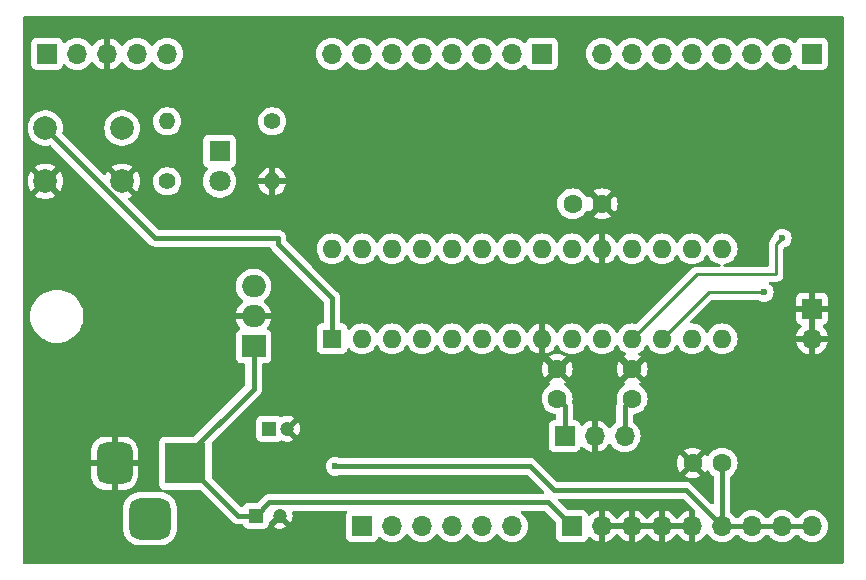
<source format=gbr>
%TF.GenerationSoftware,KiCad,Pcbnew,8.0.6*%
%TF.CreationDate,2024-12-21T17:19:29-08:00*%
%TF.ProjectId,PIC18F_DevBoard,50494331-3846-45f4-9465-76426f617264,rev?*%
%TF.SameCoordinates,Original*%
%TF.FileFunction,Copper,L2,Bot*%
%TF.FilePolarity,Positive*%
%FSLAX46Y46*%
G04 Gerber Fmt 4.6, Leading zero omitted, Abs format (unit mm)*
G04 Created by KiCad (PCBNEW 8.0.6) date 2024-12-21 17:19:29*
%MOMM*%
%LPD*%
G01*
G04 APERTURE LIST*
G04 Aperture macros list*
%AMRoundRect*
0 Rectangle with rounded corners*
0 $1 Rounding radius*
0 $2 $3 $4 $5 $6 $7 $8 $9 X,Y pos of 4 corners*
0 Add a 4 corners polygon primitive as box body*
4,1,4,$2,$3,$4,$5,$6,$7,$8,$9,$2,$3,0*
0 Add four circle primitives for the rounded corners*
1,1,$1+$1,$2,$3*
1,1,$1+$1,$4,$5*
1,1,$1+$1,$6,$7*
1,1,$1+$1,$8,$9*
0 Add four rect primitives between the rounded corners*
20,1,$1+$1,$2,$3,$4,$5,0*
20,1,$1+$1,$4,$5,$6,$7,0*
20,1,$1+$1,$6,$7,$8,$9,0*
20,1,$1+$1,$8,$9,$2,$3,0*%
G04 Aperture macros list end*
%TA.AperFunction,ComponentPad*%
%ADD10R,2.000000X1.905000*%
%TD*%
%TA.AperFunction,ComponentPad*%
%ADD11O,2.000000X1.905000*%
%TD*%
%TA.AperFunction,ComponentPad*%
%ADD12R,1.600000X1.600000*%
%TD*%
%TA.AperFunction,ComponentPad*%
%ADD13O,1.600000X1.600000*%
%TD*%
%TA.AperFunction,ComponentPad*%
%ADD14C,2.000000*%
%TD*%
%TA.AperFunction,ComponentPad*%
%ADD15C,1.400000*%
%TD*%
%TA.AperFunction,ComponentPad*%
%ADD16O,1.400000X1.400000*%
%TD*%
%TA.AperFunction,ComponentPad*%
%ADD17O,1.700000X1.700000*%
%TD*%
%TA.AperFunction,ComponentPad*%
%ADD18R,1.700000X1.700000*%
%TD*%
%TA.AperFunction,ComponentPad*%
%ADD19R,3.500000X3.500000*%
%TD*%
%TA.AperFunction,ComponentPad*%
%ADD20RoundRect,0.750000X-0.750000X-1.000000X0.750000X-1.000000X0.750000X1.000000X-0.750000X1.000000X0*%
%TD*%
%TA.AperFunction,ComponentPad*%
%ADD21RoundRect,0.875000X-0.875000X-0.875000X0.875000X-0.875000X0.875000X0.875000X-0.875000X0.875000X0*%
%TD*%
%TA.AperFunction,ComponentPad*%
%ADD22R,1.800000X1.800000*%
%TD*%
%TA.AperFunction,ComponentPad*%
%ADD23C,1.800000*%
%TD*%
%TA.AperFunction,ComponentPad*%
%ADD24C,1.600000*%
%TD*%
%TA.AperFunction,ComponentPad*%
%ADD25R,1.200000X1.200000*%
%TD*%
%TA.AperFunction,ComponentPad*%
%ADD26C,1.200000*%
%TD*%
%TA.AperFunction,ViaPad*%
%ADD27C,0.600000*%
%TD*%
%TA.AperFunction,Conductor*%
%ADD28C,0.400000*%
%TD*%
%TA.AperFunction,Conductor*%
%ADD29C,0.250000*%
%TD*%
G04 APERTURE END LIST*
D10*
%TO.P,U2,1,IN*%
%TO.N,Vin*%
X83525000Y-90170000D03*
D11*
%TO.P,U2,2,GND*%
%TO.N,GND*%
X83525000Y-87630000D03*
%TO.P,U2,3,OUT*%
%TO.N,+5V*%
X83525000Y-85090000D03*
%TD*%
D12*
%TO.P,U1,1,Vpp/~{MCLR}/RE3*%
%TO.N,MCLR*%
X90170000Y-89535000D03*
D13*
%TO.P,U1,2,RA0/AN0*%
%TO.N,RA0*%
X92710000Y-89535000D03*
%TO.P,U1,3,RA1/AN1*%
%TO.N,RA1*%
X95250000Y-89535000D03*
%TO.P,U1,4,RA2/AN2/Vref-/CVref*%
%TO.N,RA2*%
X97790000Y-89535000D03*
%TO.P,U1,5,RA3/AN3/Vref+*%
%TO.N,RA3*%
X100330000Y-89535000D03*
%TO.P,U1,6,RA4/T0CKI/C1OUT/RCV*%
%TO.N,RA4*%
X102870000Y-89535000D03*
%TO.P,U1,7,RA5/AN4/~{SS}/HLVDIN/C2OUT*%
%TO.N,RA5*%
X105410000Y-89535000D03*
%TO.P,U1,8,VSS*%
%TO.N,GND*%
X107950000Y-89535000D03*
%TO.P,U1,9,OSC1/CLKI*%
%TO.N,OSC1*%
X110490000Y-89535000D03*
%TO.P,U1,10,RA6/OSC2/CLKO*%
%TO.N,OSC2*%
X113030000Y-89535000D03*
%TO.P,U1,11,T1OSO/T13CKI/RC0*%
%TO.N,RC0*%
X115570000Y-89535000D03*
%TO.P,U1,12,~{UOE}/CCP2/T1OSI/RC1*%
%TO.N,RC1*%
X118110000Y-89535000D03*
%TO.P,U1,13,CCP1/RC2*%
%TO.N,RC2*%
X120650000Y-89535000D03*
%TO.P,U1,14,VUSB*%
%TO.N,Vu*%
X123190000Y-89535000D03*
%TO.P,U1,15,VM/D-/RC4*%
%TO.N,RC4*%
X123190000Y-81915000D03*
%TO.P,U1,16,VP/D+/RC5*%
%TO.N,RC5*%
X120650000Y-81915000D03*
%TO.P,U1,17,TX/CK/RC6*%
%TO.N,RC6*%
X118110000Y-81915000D03*
%TO.P,U1,18,SDO/RX/DT/RC7*%
%TO.N,RC7*%
X115570000Y-81915000D03*
%TO.P,U1,19,VSS*%
%TO.N,GND*%
X113030000Y-81915000D03*
%TO.P,U1,20,VDD*%
%TO.N,+5V*%
X110490000Y-81915000D03*
%TO.P,U1,21,RB0/AN12/INT0/FLT0/SDI/SDA*%
%TO.N,RB0*%
X107950000Y-81915000D03*
%TO.P,U1,22,RB1/AN10/INT1/SCK/SCL*%
%TO.N,RB1*%
X105410000Y-81915000D03*
%TO.P,U1,23,RB2/AN8/INT2/VMO*%
%TO.N,RB2*%
X102870000Y-81915000D03*
%TO.P,U1,24,RB3/AN9/CCP2/VPO*%
%TO.N,RB3*%
X100330000Y-81915000D03*
%TO.P,U1,25,RB4/AN11/KBI0*%
%TO.N,RB4*%
X97790000Y-81915000D03*
%TO.P,U1,26,RB5/KBI1/PGM*%
%TO.N,RB5*%
X95250000Y-81915000D03*
%TO.P,U1,27,RB6/KBI2/PGC*%
%TO.N,RB6*%
X92710000Y-81915000D03*
%TO.P,U1,28,RB7/KBI3/PGD*%
%TO.N,RB7*%
X90170000Y-81915000D03*
%TD*%
D14*
%TO.P,SW1,1,1*%
%TO.N,MCLR*%
X65890000Y-71700000D03*
X72390000Y-71700000D03*
%TO.P,SW1,2,2*%
%TO.N,GND*%
X65890000Y-76200000D03*
X72390000Y-76200000D03*
%TD*%
D15*
%TO.P,R2,1*%
%TO.N,Net-(D1-K)*%
X85090000Y-71120000D03*
D16*
%TO.P,R2,2*%
%TO.N,GND*%
X85090000Y-76200000D03*
%TD*%
D15*
%TO.P,R1,1*%
%TO.N,+5V*%
X76200000Y-76200000D03*
D16*
%TO.P,R1,2*%
%TO.N,MCLR*%
X76200000Y-71120000D03*
%TD*%
D17*
%TO.P,J8,5,Pin_5*%
%TO.N,RB6*%
X76200000Y-65405000D03*
%TO.P,J8,4,Pin_4*%
%TO.N,RB7*%
X73660000Y-65405000D03*
%TO.P,J8,3,Pin_3*%
%TO.N,GND*%
X71120000Y-65405000D03*
%TO.P,J8,2,Pin_2*%
%TO.N,+5V*%
X68580000Y-65405000D03*
D18*
%TO.P,J8,1,Pin_1*%
%TO.N,MCLR*%
X66040000Y-65405000D03*
%TD*%
%TO.P,J7,1,Pin_1*%
%TO.N,OSC1*%
X109855000Y-97765000D03*
D17*
%TO.P,J7,2,Pin_2*%
%TO.N,GND*%
X112395000Y-97765000D03*
%TO.P,J7,3,Pin_3*%
%TO.N,OSC2*%
X114935000Y-97765000D03*
%TD*%
D18*
%TO.P,J6,1,Pin_1*%
%TO.N,RA0*%
X92710000Y-105410000D03*
D17*
%TO.P,J6,2,Pin_2*%
%TO.N,RA1*%
X95250000Y-105410000D03*
%TO.P,J6,3,Pin_3*%
%TO.N,RA2*%
X97790000Y-105410000D03*
%TO.P,J6,4,Pin_4*%
%TO.N,RA3*%
X100330000Y-105410000D03*
%TO.P,J6,5,Pin_5*%
%TO.N,RA4*%
X102870000Y-105410000D03*
%TO.P,J6,6,Pin_6*%
%TO.N,RA5*%
X105410000Y-105410000D03*
%TD*%
D18*
%TO.P,J5,1,Pin_1*%
%TO.N,RB0*%
X107950000Y-65405000D03*
D17*
%TO.P,J5,2,Pin_2*%
%TO.N,RB1*%
X105410000Y-65405000D03*
%TO.P,J5,3,Pin_3*%
%TO.N,RB2*%
X102870000Y-65405000D03*
%TO.P,J5,4,Pin_4*%
%TO.N,RB3*%
X100330000Y-65405000D03*
%TO.P,J5,5,Pin_5*%
%TO.N,RB4*%
X97790000Y-65405000D03*
%TO.P,J5,6,Pin_6*%
%TO.N,RB5*%
X95250000Y-65405000D03*
%TO.P,J5,7,Pin_7*%
%TO.N,RB6*%
X92710000Y-65405000D03*
%TO.P,J5,8,Pin_8*%
%TO.N,RB7*%
X90170000Y-65405000D03*
%TD*%
D18*
%TO.P,J4,1,Pin_1*%
%TO.N,Vu*%
X130810000Y-65405000D03*
D17*
%TO.P,J4,2,Pin_2*%
%TO.N,RC0*%
X128270000Y-65405000D03*
%TO.P,J4,3,Pin_3*%
%TO.N,RC1*%
X125730000Y-65405000D03*
%TO.P,J4,4,Pin_4*%
%TO.N,RC2*%
X123190000Y-65405000D03*
%TO.P,J4,5,Pin_5*%
%TO.N,RC4*%
X120650000Y-65405000D03*
%TO.P,J4,6,Pin_6*%
%TO.N,RC5*%
X118110000Y-65405000D03*
%TO.P,J4,7,Pin_7*%
%TO.N,RC6*%
X115570000Y-65405000D03*
%TO.P,J4,8,Pin_8*%
%TO.N,RC7*%
X113030000Y-65405000D03*
%TD*%
D18*
%TO.P,J3,1,Pin_1*%
%TO.N,GND*%
X130810000Y-86995000D03*
D17*
%TO.P,J3,2,Pin_2*%
X130810000Y-89535000D03*
%TD*%
D18*
%TO.P,J2,1,Pin_1*%
%TO.N,Vin*%
X110490000Y-105410000D03*
D17*
%TO.P,J2,2,Pin_2*%
%TO.N,GND*%
X113030000Y-105410000D03*
%TO.P,J2,3,Pin_3*%
X115570000Y-105410000D03*
%TO.P,J2,4,Pin_4*%
X118110000Y-105410000D03*
%TO.P,J2,5,Pin_5*%
X120650000Y-105410000D03*
%TO.P,J2,6,Pin_6*%
%TO.N,+5V*%
X123190000Y-105410000D03*
%TO.P,J2,7,Pin_7*%
X125730000Y-105410000D03*
%TO.P,J2,8,Pin_8*%
X128270000Y-105410000D03*
%TO.P,J2,9,Pin_9*%
X130810000Y-105410000D03*
%TD*%
D19*
%TO.P,J1,1*%
%TO.N,Vin*%
X77755000Y-100075000D03*
D20*
%TO.P,J1,2*%
%TO.N,GND*%
X71755000Y-100075000D03*
D21*
%TO.P,J1,3*%
%TO.N,N/C*%
X74755000Y-104775000D03*
%TD*%
D22*
%TO.P,D1,1,K*%
%TO.N,Net-(D1-K)*%
X80645000Y-73660000D03*
D23*
%TO.P,D1,2,A*%
%TO.N,+5V*%
X80645000Y-76200000D03*
%TD*%
D24*
%TO.P,C6,1*%
%TO.N,OSC2*%
X115570000Y-94615000D03*
%TO.P,C6,2*%
%TO.N,GND*%
X115570000Y-92115000D03*
%TD*%
%TO.P,C5,1*%
%TO.N,OSC1*%
X109220000Y-94615000D03*
%TO.P,C5,2*%
%TO.N,GND*%
X109220000Y-92115000D03*
%TD*%
%TO.P,C4,1*%
%TO.N,+5V*%
X123190000Y-100056000D03*
%TO.P,C4,2*%
%TO.N,GND*%
X120690000Y-100056000D03*
%TD*%
%TO.P,C3,1*%
%TO.N,+5V*%
X110530000Y-78105000D03*
%TO.P,C3,2*%
%TO.N,GND*%
X113030000Y-78105000D03*
%TD*%
D25*
%TO.P,C2,1*%
%TO.N,+5V*%
X84860000Y-97155000D03*
D26*
%TO.P,C2,2*%
%TO.N,GND*%
X86360000Y-97155000D03*
%TD*%
D25*
%TO.P,C1,1*%
%TO.N,Vin*%
X83725000Y-104520000D03*
D26*
%TO.P,C1,2*%
%TO.N,GND*%
X85725000Y-104520000D03*
%TD*%
D27*
%TO.N,GND*%
X69088000Y-68326000D03*
X73406000Y-67818000D03*
X104140000Y-91948000D03*
X101600000Y-91948000D03*
X99060000Y-91948000D03*
X96520000Y-91948000D03*
X93980000Y-91948000D03*
X91440000Y-78994000D03*
X93980000Y-78994000D03*
X96520000Y-78994000D03*
X99060000Y-78994000D03*
X101600000Y-78994000D03*
X104140000Y-78994000D03*
X106680000Y-78994000D03*
X129540000Y-78994000D03*
X124460000Y-78994000D03*
X121920000Y-78994000D03*
X119380000Y-78994000D03*
X116840000Y-78994000D03*
%TO.N,+5V*%
X90424000Y-100330000D03*
%TO.N,RC0*%
X128270000Y-81026000D03*
%TO.N,RC1*%
X126746000Y-85598000D03*
%TD*%
D28*
%TO.N,MCLR*%
X75216000Y-81026000D02*
X65890000Y-71700000D01*
X85598000Y-81026000D02*
X75216000Y-81026000D01*
X85598000Y-81534000D02*
X85598000Y-81026000D01*
X90170000Y-86106000D02*
X85598000Y-81534000D01*
X90170000Y-89535000D02*
X90170000Y-86106000D01*
%TO.N,OSC2*%
X114935000Y-95250000D02*
X115570000Y-94615000D01*
X114935000Y-97765000D02*
X114935000Y-95250000D01*
%TO.N,OSC1*%
X109855000Y-97765000D02*
X109855000Y-95250000D01*
X109855000Y-95250000D02*
X109220000Y-94615000D01*
%TO.N,Vin*%
X84867000Y-103378000D02*
X83725000Y-104520000D01*
X108458000Y-103378000D02*
X84867000Y-103378000D01*
X110490000Y-105410000D02*
X108585000Y-103505000D01*
%TO.N,+5V*%
X120142000Y-102362000D02*
X123190000Y-105410000D01*
X108966000Y-102362000D02*
X120142000Y-102362000D01*
X106934000Y-100330000D02*
X108966000Y-102362000D01*
X90424000Y-100330000D02*
X106934000Y-100330000D01*
D29*
%TO.N,RC0*%
X127762000Y-81534000D02*
X128270000Y-81026000D01*
X127762000Y-84074000D02*
X127762000Y-81534000D01*
X115570000Y-89535000D02*
X121031000Y-84074000D01*
X121031000Y-84074000D02*
X127762000Y-84074000D01*
%TO.N,RC1*%
X122047000Y-85598000D02*
X126746000Y-85598000D01*
X118110000Y-89535000D02*
X122047000Y-85598000D01*
D28*
%TO.N,+5V*%
X123190000Y-100056000D02*
X123190000Y-105410000D01*
X130810000Y-105410000D02*
X123190000Y-105410000D01*
%TO.N,Vin*%
X83525000Y-93767000D02*
X83525000Y-90170000D01*
X77755000Y-99537000D02*
X83525000Y-93767000D01*
X77755000Y-100075000D02*
X77755000Y-99537000D01*
X82200000Y-104520000D02*
X83725000Y-104520000D01*
X77755000Y-100075000D02*
X82200000Y-104520000D01*
X108585000Y-103505000D02*
X108458000Y-103378000D01*
%TD*%
%TA.AperFunction,Conductor*%
%TO.N,GND*%
G36*
X115104075Y-105217007D02*
G01*
X115070000Y-105344174D01*
X115070000Y-105475826D01*
X115104075Y-105602993D01*
X115136988Y-105660000D01*
X113463012Y-105660000D01*
X113495925Y-105602993D01*
X113530000Y-105475826D01*
X113530000Y-105344174D01*
X113495925Y-105217007D01*
X113463012Y-105160000D01*
X115136988Y-105160000D01*
X115104075Y-105217007D01*
G37*
%TD.AperFunction*%
%TA.AperFunction,Conductor*%
G36*
X117644075Y-105217007D02*
G01*
X117610000Y-105344174D01*
X117610000Y-105475826D01*
X117644075Y-105602993D01*
X117676988Y-105660000D01*
X116003012Y-105660000D01*
X116035925Y-105602993D01*
X116070000Y-105475826D01*
X116070000Y-105344174D01*
X116035925Y-105217007D01*
X116003012Y-105160000D01*
X117676988Y-105160000D01*
X117644075Y-105217007D01*
G37*
%TD.AperFunction*%
%TA.AperFunction,Conductor*%
G36*
X120184075Y-105217007D02*
G01*
X120150000Y-105344174D01*
X120150000Y-105475826D01*
X120184075Y-105602993D01*
X120216988Y-105660000D01*
X118543012Y-105660000D01*
X118575925Y-105602993D01*
X118610000Y-105475826D01*
X118610000Y-105344174D01*
X118575925Y-105217007D01*
X118543012Y-105160000D01*
X120216988Y-105160000D01*
X120184075Y-105217007D01*
G37*
%TD.AperFunction*%
%TA.AperFunction,Conductor*%
G36*
X119867520Y-103082185D02*
G01*
X119888162Y-103098819D01*
X120863681Y-104074338D01*
X120897166Y-104135661D01*
X120900000Y-104162019D01*
X120900000Y-104976988D01*
X120842993Y-104944075D01*
X120715826Y-104910000D01*
X120584174Y-104910000D01*
X120457007Y-104944075D01*
X120400000Y-104976988D01*
X120400000Y-104079364D01*
X120399999Y-104079364D01*
X120186513Y-104136567D01*
X120186507Y-104136570D01*
X119972422Y-104236399D01*
X119972420Y-104236400D01*
X119778926Y-104371886D01*
X119778920Y-104371891D01*
X119611891Y-104538920D01*
X119611890Y-104538922D01*
X119481575Y-104725031D01*
X119426998Y-104768655D01*
X119357499Y-104775848D01*
X119295145Y-104744326D01*
X119278425Y-104725031D01*
X119148109Y-104538922D01*
X119148108Y-104538920D01*
X118981082Y-104371894D01*
X118787578Y-104236399D01*
X118573492Y-104136570D01*
X118573486Y-104136567D01*
X118360000Y-104079364D01*
X118360000Y-104976988D01*
X118302993Y-104944075D01*
X118175826Y-104910000D01*
X118044174Y-104910000D01*
X117917007Y-104944075D01*
X117860000Y-104976988D01*
X117860000Y-104079364D01*
X117859999Y-104079364D01*
X117646513Y-104136567D01*
X117646507Y-104136570D01*
X117432422Y-104236399D01*
X117432420Y-104236400D01*
X117238926Y-104371886D01*
X117238920Y-104371891D01*
X117071891Y-104538920D01*
X117071890Y-104538922D01*
X116941575Y-104725031D01*
X116886998Y-104768655D01*
X116817499Y-104775848D01*
X116755145Y-104744326D01*
X116738425Y-104725031D01*
X116608109Y-104538922D01*
X116608108Y-104538920D01*
X116441082Y-104371894D01*
X116247578Y-104236399D01*
X116033492Y-104136570D01*
X116033486Y-104136567D01*
X115820000Y-104079364D01*
X115820000Y-104976988D01*
X115762993Y-104944075D01*
X115635826Y-104910000D01*
X115504174Y-104910000D01*
X115377007Y-104944075D01*
X115320000Y-104976988D01*
X115320000Y-104079364D01*
X115319999Y-104079364D01*
X115106513Y-104136567D01*
X115106507Y-104136570D01*
X114892422Y-104236399D01*
X114892420Y-104236400D01*
X114698926Y-104371886D01*
X114698920Y-104371891D01*
X114531891Y-104538920D01*
X114531890Y-104538922D01*
X114401575Y-104725031D01*
X114346998Y-104768655D01*
X114277499Y-104775848D01*
X114215145Y-104744326D01*
X114198425Y-104725031D01*
X114068109Y-104538922D01*
X114068108Y-104538920D01*
X113901082Y-104371894D01*
X113707578Y-104236399D01*
X113493492Y-104136570D01*
X113493486Y-104136567D01*
X113280000Y-104079364D01*
X113280000Y-104976988D01*
X113222993Y-104944075D01*
X113095826Y-104910000D01*
X112964174Y-104910000D01*
X112837007Y-104944075D01*
X112780000Y-104976988D01*
X112780000Y-104079364D01*
X112779999Y-104079364D01*
X112566513Y-104136567D01*
X112566507Y-104136570D01*
X112352422Y-104236399D01*
X112352420Y-104236400D01*
X112158926Y-104371886D01*
X112036865Y-104493947D01*
X111975542Y-104527431D01*
X111905850Y-104522447D01*
X111849917Y-104480575D01*
X111833002Y-104449598D01*
X111783797Y-104317671D01*
X111783793Y-104317664D01*
X111697547Y-104202455D01*
X111697544Y-104202452D01*
X111582335Y-104116206D01*
X111582328Y-104116202D01*
X111447482Y-104065908D01*
X111447483Y-104065908D01*
X111387883Y-104059501D01*
X111387881Y-104059500D01*
X111387873Y-104059500D01*
X111387865Y-104059500D01*
X110181519Y-104059500D01*
X110114480Y-104039815D01*
X110093838Y-104023181D01*
X109344838Y-103274181D01*
X109311353Y-103212858D01*
X109316337Y-103143166D01*
X109358209Y-103087233D01*
X109423673Y-103062816D01*
X109432519Y-103062500D01*
X119800481Y-103062500D01*
X119867520Y-103082185D01*
G37*
%TD.AperFunction*%
%TA.AperFunction,Conductor*%
G36*
X131060000Y-89101988D02*
G01*
X131002993Y-89069075D01*
X130875826Y-89035000D01*
X130744174Y-89035000D01*
X130617007Y-89069075D01*
X130560000Y-89101988D01*
X130560000Y-87428012D01*
X130617007Y-87460925D01*
X130744174Y-87495000D01*
X130875826Y-87495000D01*
X131002993Y-87460925D01*
X131060000Y-87428012D01*
X131060000Y-89101988D01*
G37*
%TD.AperFunction*%
%TA.AperFunction,Conductor*%
G36*
X133427539Y-62242185D02*
G01*
X133473294Y-62294989D01*
X133484500Y-62346500D01*
X133484500Y-108468500D01*
X133464815Y-108535539D01*
X133412011Y-108581294D01*
X133360500Y-108592500D01*
X64124500Y-108592500D01*
X64057461Y-108572815D01*
X64011706Y-108520011D01*
X64000500Y-108468500D01*
X64000500Y-103806386D01*
X72504500Y-103806386D01*
X72504500Y-105743613D01*
X72504501Y-105743652D01*
X72507295Y-105796243D01*
X72507295Y-105796244D01*
X72522706Y-105875925D01*
X72551755Y-106026126D01*
X72587088Y-106119752D01*
X72634425Y-106245189D01*
X72752929Y-106447131D01*
X72752934Y-106447138D01*
X72903856Y-106626141D01*
X72903858Y-106626143D01*
X73082861Y-106777065D01*
X73082868Y-106777070D01*
X73284810Y-106895574D01*
X73503874Y-106978245D01*
X73733759Y-107022705D01*
X73786378Y-107025500D01*
X73786386Y-107025500D01*
X75723614Y-107025500D01*
X75723622Y-107025500D01*
X75776241Y-107022705D01*
X76006126Y-106978245D01*
X76225190Y-106895574D01*
X76427132Y-106777070D01*
X76446786Y-106760499D01*
X76606141Y-106626143D01*
X76606143Y-106626141D01*
X76757065Y-106447138D01*
X76757065Y-106447137D01*
X76757070Y-106447132D01*
X76875574Y-106245190D01*
X76958245Y-106026126D01*
X77002705Y-105796241D01*
X77005500Y-105743622D01*
X77005500Y-103806378D01*
X77002705Y-103753759D01*
X76958245Y-103523874D01*
X76875574Y-103304810D01*
X76757070Y-103102868D01*
X76757065Y-103102861D01*
X76606143Y-102923858D01*
X76606141Y-102923856D01*
X76427138Y-102772934D01*
X76427131Y-102772929D01*
X76225189Y-102654425D01*
X76127513Y-102617564D01*
X76006126Y-102571755D01*
X76006121Y-102571754D01*
X76006116Y-102571752D01*
X76003470Y-102571240D01*
X76002451Y-102570713D01*
X76001050Y-102570317D01*
X76001130Y-102570031D01*
X75941392Y-102539177D01*
X75906503Y-102478641D01*
X75909881Y-102408853D01*
X75950452Y-102351970D01*
X76015337Y-102326052D01*
X76027009Y-102325499D01*
X78963480Y-102325499D01*
X79030519Y-102345184D01*
X79051161Y-102361818D01*
X81753457Y-105064114D01*
X81799409Y-105094817D01*
X81799411Y-105094819D01*
X81799412Y-105094819D01*
X81868189Y-105140775D01*
X81933608Y-105167872D01*
X81933609Y-105167873D01*
X81949840Y-105174596D01*
X81995671Y-105193580D01*
X81995680Y-105193581D01*
X81995681Y-105193582D01*
X82022545Y-105198925D01*
X82022551Y-105198926D01*
X82022591Y-105198934D01*
X82112937Y-105216905D01*
X82131006Y-105220500D01*
X82131007Y-105220500D01*
X82542209Y-105220500D01*
X82609248Y-105240185D01*
X82655003Y-105292989D01*
X82658391Y-105301167D01*
X82681202Y-105362328D01*
X82681206Y-105362335D01*
X82767452Y-105477544D01*
X82767455Y-105477547D01*
X82882664Y-105563793D01*
X82882671Y-105563797D01*
X83017517Y-105614091D01*
X83017516Y-105614091D01*
X83024444Y-105614835D01*
X83077127Y-105620500D01*
X84372872Y-105620499D01*
X84432483Y-105614091D01*
X84567331Y-105563796D01*
X84682546Y-105477546D01*
X84699993Y-105454240D01*
X85144311Y-105454240D01*
X85232585Y-105508897D01*
X85422678Y-105582539D01*
X85623072Y-105620000D01*
X85826928Y-105620000D01*
X86027322Y-105582539D01*
X86217412Y-105508899D01*
X86217416Y-105508897D01*
X86305686Y-105454241D01*
X86305686Y-105454240D01*
X85725001Y-104873553D01*
X85725000Y-104873553D01*
X85144311Y-105454240D01*
X84699993Y-105454240D01*
X84768796Y-105362331D01*
X84819091Y-105227483D01*
X84820217Y-105217007D01*
X84825499Y-105167886D01*
X84825500Y-105167871D01*
X84825500Y-105160000D01*
X84825499Y-105117305D01*
X84845182Y-105050269D01*
X84861818Y-105029626D01*
X85430145Y-104461298D01*
X85425000Y-104480504D01*
X85425000Y-104559496D01*
X85445444Y-104635796D01*
X85484940Y-104704205D01*
X85540795Y-104760060D01*
X85609204Y-104799556D01*
X85685504Y-104820000D01*
X85764496Y-104820000D01*
X85840796Y-104799556D01*
X85909205Y-104760060D01*
X85965060Y-104704205D01*
X86004556Y-104635796D01*
X86025000Y-104559496D01*
X86025000Y-104480504D01*
X86019854Y-104461301D01*
X86662465Y-105103912D01*
X86664247Y-105101553D01*
X86664248Y-105101551D01*
X86755113Y-104919069D01*
X86755116Y-104919063D01*
X86810902Y-104722992D01*
X86810903Y-104722989D01*
X86829713Y-104520000D01*
X86829713Y-104519999D01*
X86810903Y-104317011D01*
X86787977Y-104236435D01*
X86788563Y-104166567D01*
X86826830Y-104108109D01*
X86890627Y-104079618D01*
X86907243Y-104078500D01*
X91347524Y-104078500D01*
X91414563Y-104098185D01*
X91460318Y-104150989D01*
X91470262Y-104220147D01*
X91446790Y-104276812D01*
X91416204Y-104317668D01*
X91416202Y-104317671D01*
X91365908Y-104452517D01*
X91359501Y-104512116D01*
X91359500Y-104512135D01*
X91359500Y-106307870D01*
X91359501Y-106307876D01*
X91365908Y-106367483D01*
X91416202Y-106502328D01*
X91416206Y-106502335D01*
X91502452Y-106617544D01*
X91502455Y-106617547D01*
X91617664Y-106703793D01*
X91617671Y-106703797D01*
X91752517Y-106754091D01*
X91752516Y-106754091D01*
X91759444Y-106754835D01*
X91812127Y-106760500D01*
X93607872Y-106760499D01*
X93667483Y-106754091D01*
X93802331Y-106703796D01*
X93917546Y-106617546D01*
X94003796Y-106502331D01*
X94052810Y-106370916D01*
X94094681Y-106314984D01*
X94160145Y-106290566D01*
X94228418Y-106305417D01*
X94256673Y-106326569D01*
X94378599Y-106448495D01*
X94475384Y-106516265D01*
X94572165Y-106584032D01*
X94572167Y-106584033D01*
X94572170Y-106584035D01*
X94786337Y-106683903D01*
X95014592Y-106745063D01*
X95191034Y-106760500D01*
X95249999Y-106765659D01*
X95250000Y-106765659D01*
X95250001Y-106765659D01*
X95308966Y-106760500D01*
X95485408Y-106745063D01*
X95713663Y-106683903D01*
X95927830Y-106584035D01*
X96121401Y-106448495D01*
X96288495Y-106281401D01*
X96418425Y-106095842D01*
X96473002Y-106052217D01*
X96542500Y-106045023D01*
X96604855Y-106076546D01*
X96621575Y-106095842D01*
X96751500Y-106281395D01*
X96751505Y-106281401D01*
X96918599Y-106448495D01*
X97015384Y-106516265D01*
X97112165Y-106584032D01*
X97112167Y-106584033D01*
X97112170Y-106584035D01*
X97326337Y-106683903D01*
X97554592Y-106745063D01*
X97731034Y-106760500D01*
X97789999Y-106765659D01*
X97790000Y-106765659D01*
X97790001Y-106765659D01*
X97848966Y-106760500D01*
X98025408Y-106745063D01*
X98253663Y-106683903D01*
X98467830Y-106584035D01*
X98661401Y-106448495D01*
X98828495Y-106281401D01*
X98958425Y-106095842D01*
X99013002Y-106052217D01*
X99082500Y-106045023D01*
X99144855Y-106076546D01*
X99161575Y-106095842D01*
X99291500Y-106281395D01*
X99291505Y-106281401D01*
X99458599Y-106448495D01*
X99555384Y-106516265D01*
X99652165Y-106584032D01*
X99652167Y-106584033D01*
X99652170Y-106584035D01*
X99866337Y-106683903D01*
X100094592Y-106745063D01*
X100271034Y-106760500D01*
X100329999Y-106765659D01*
X100330000Y-106765659D01*
X100330001Y-106765659D01*
X100388966Y-106760500D01*
X100565408Y-106745063D01*
X100793663Y-106683903D01*
X101007830Y-106584035D01*
X101201401Y-106448495D01*
X101368495Y-106281401D01*
X101498425Y-106095842D01*
X101553002Y-106052217D01*
X101622500Y-106045023D01*
X101684855Y-106076546D01*
X101701575Y-106095842D01*
X101831500Y-106281395D01*
X101831505Y-106281401D01*
X101998599Y-106448495D01*
X102095384Y-106516265D01*
X102192165Y-106584032D01*
X102192167Y-106584033D01*
X102192170Y-106584035D01*
X102406337Y-106683903D01*
X102634592Y-106745063D01*
X102811034Y-106760500D01*
X102869999Y-106765659D01*
X102870000Y-106765659D01*
X102870001Y-106765659D01*
X102928966Y-106760500D01*
X103105408Y-106745063D01*
X103333663Y-106683903D01*
X103547830Y-106584035D01*
X103741401Y-106448495D01*
X103908495Y-106281401D01*
X104038425Y-106095842D01*
X104093002Y-106052217D01*
X104162500Y-106045023D01*
X104224855Y-106076546D01*
X104241575Y-106095842D01*
X104371500Y-106281395D01*
X104371505Y-106281401D01*
X104538599Y-106448495D01*
X104635384Y-106516265D01*
X104732165Y-106584032D01*
X104732167Y-106584033D01*
X104732170Y-106584035D01*
X104946337Y-106683903D01*
X105174592Y-106745063D01*
X105351034Y-106760500D01*
X105409999Y-106765659D01*
X105410000Y-106765659D01*
X105410001Y-106765659D01*
X105468966Y-106760500D01*
X105645408Y-106745063D01*
X105873663Y-106683903D01*
X106087830Y-106584035D01*
X106281401Y-106448495D01*
X106448495Y-106281401D01*
X106584035Y-106087830D01*
X106683903Y-105873663D01*
X106745063Y-105645408D01*
X106765659Y-105410000D01*
X106745063Y-105174592D01*
X106683903Y-104946337D01*
X106584035Y-104732171D01*
X106578425Y-104724158D01*
X106448494Y-104538597D01*
X106281402Y-104371506D01*
X106281401Y-104371505D01*
X106185100Y-104304074D01*
X106141477Y-104249498D01*
X106134284Y-104179999D01*
X106165806Y-104117645D01*
X106226036Y-104082231D01*
X106256225Y-104078500D01*
X108116481Y-104078500D01*
X108183520Y-104098185D01*
X108204162Y-104114819D01*
X109103181Y-105013838D01*
X109136666Y-105075161D01*
X109139500Y-105101519D01*
X109139500Y-106307870D01*
X109139501Y-106307876D01*
X109145908Y-106367483D01*
X109196202Y-106502328D01*
X109196206Y-106502335D01*
X109282452Y-106617544D01*
X109282455Y-106617547D01*
X109397664Y-106703793D01*
X109397671Y-106703797D01*
X109532517Y-106754091D01*
X109532516Y-106754091D01*
X109539444Y-106754835D01*
X109592127Y-106760500D01*
X111387872Y-106760499D01*
X111447483Y-106754091D01*
X111582331Y-106703796D01*
X111697546Y-106617546D01*
X111783796Y-106502331D01*
X111833002Y-106370401D01*
X111874872Y-106314468D01*
X111940337Y-106290050D01*
X112008610Y-106304901D01*
X112036865Y-106326053D01*
X112158917Y-106448105D01*
X112352421Y-106583600D01*
X112566507Y-106683429D01*
X112566516Y-106683433D01*
X112780000Y-106740634D01*
X112780000Y-105843012D01*
X112837007Y-105875925D01*
X112964174Y-105910000D01*
X113095826Y-105910000D01*
X113222993Y-105875925D01*
X113280000Y-105843012D01*
X113280000Y-106740633D01*
X113493483Y-106683433D01*
X113493492Y-106683429D01*
X113707578Y-106583600D01*
X113901082Y-106448105D01*
X114068105Y-106281082D01*
X114198425Y-106094968D01*
X114253002Y-106051344D01*
X114322501Y-106044151D01*
X114384855Y-106075673D01*
X114401575Y-106094968D01*
X114531894Y-106281082D01*
X114698917Y-106448105D01*
X114892421Y-106583600D01*
X115106507Y-106683429D01*
X115106516Y-106683433D01*
X115320000Y-106740634D01*
X115320000Y-105843012D01*
X115377007Y-105875925D01*
X115504174Y-105910000D01*
X115635826Y-105910000D01*
X115762993Y-105875925D01*
X115820000Y-105843012D01*
X115820000Y-106740633D01*
X116033483Y-106683433D01*
X116033492Y-106683429D01*
X116247578Y-106583600D01*
X116441082Y-106448105D01*
X116608105Y-106281082D01*
X116738425Y-106094968D01*
X116793002Y-106051344D01*
X116862501Y-106044151D01*
X116924855Y-106075673D01*
X116941575Y-106094968D01*
X117071894Y-106281082D01*
X117238917Y-106448105D01*
X117432421Y-106583600D01*
X117646507Y-106683429D01*
X117646516Y-106683433D01*
X117860000Y-106740634D01*
X117860000Y-105843012D01*
X117917007Y-105875925D01*
X118044174Y-105910000D01*
X118175826Y-105910000D01*
X118302993Y-105875925D01*
X118360000Y-105843012D01*
X118360000Y-106740633D01*
X118573483Y-106683433D01*
X118573492Y-106683429D01*
X118787578Y-106583600D01*
X118981082Y-106448105D01*
X119148105Y-106281082D01*
X119278425Y-106094968D01*
X119333002Y-106051344D01*
X119402501Y-106044151D01*
X119464855Y-106075673D01*
X119481575Y-106094968D01*
X119611894Y-106281082D01*
X119778917Y-106448105D01*
X119972421Y-106583600D01*
X120186507Y-106683429D01*
X120186516Y-106683433D01*
X120400000Y-106740634D01*
X120400000Y-105843012D01*
X120457007Y-105875925D01*
X120584174Y-105910000D01*
X120715826Y-105910000D01*
X120842993Y-105875925D01*
X120900000Y-105843012D01*
X120900000Y-106740633D01*
X121113483Y-106683433D01*
X121113492Y-106683429D01*
X121327578Y-106583600D01*
X121521082Y-106448105D01*
X121688105Y-106281082D01*
X121818119Y-106095405D01*
X121872696Y-106051781D01*
X121942195Y-106044588D01*
X122004549Y-106076110D01*
X122021269Y-106095405D01*
X122151505Y-106281401D01*
X122318599Y-106448495D01*
X122415384Y-106516265D01*
X122512165Y-106584032D01*
X122512167Y-106584033D01*
X122512170Y-106584035D01*
X122726337Y-106683903D01*
X122954592Y-106745063D01*
X123131034Y-106760500D01*
X123189999Y-106765659D01*
X123190000Y-106765659D01*
X123190001Y-106765659D01*
X123248966Y-106760500D01*
X123425408Y-106745063D01*
X123653663Y-106683903D01*
X123867830Y-106584035D01*
X124061401Y-106448495D01*
X124228495Y-106281401D01*
X124311136Y-106163376D01*
X124365713Y-106119752D01*
X124412711Y-106110500D01*
X124507289Y-106110500D01*
X124574328Y-106130185D01*
X124608864Y-106163377D01*
X124691505Y-106281402D01*
X124777587Y-106367483D01*
X124858599Y-106448495D01*
X124955384Y-106516265D01*
X125052165Y-106584032D01*
X125052167Y-106584033D01*
X125052170Y-106584035D01*
X125266337Y-106683903D01*
X125494592Y-106745063D01*
X125671034Y-106760500D01*
X125729999Y-106765659D01*
X125730000Y-106765659D01*
X125730001Y-106765659D01*
X125788966Y-106760500D01*
X125965408Y-106745063D01*
X126193663Y-106683903D01*
X126407830Y-106584035D01*
X126601401Y-106448495D01*
X126768495Y-106281401D01*
X126851136Y-106163376D01*
X126905713Y-106119752D01*
X126952711Y-106110500D01*
X127047289Y-106110500D01*
X127114328Y-106130185D01*
X127148864Y-106163377D01*
X127231505Y-106281402D01*
X127317587Y-106367483D01*
X127398599Y-106448495D01*
X127495384Y-106516265D01*
X127592165Y-106584032D01*
X127592167Y-106584033D01*
X127592170Y-106584035D01*
X127806337Y-106683903D01*
X128034592Y-106745063D01*
X128211034Y-106760500D01*
X128269999Y-106765659D01*
X128270000Y-106765659D01*
X128270001Y-106765659D01*
X128328966Y-106760500D01*
X128505408Y-106745063D01*
X128733663Y-106683903D01*
X128947830Y-106584035D01*
X129141401Y-106448495D01*
X129308495Y-106281401D01*
X129391136Y-106163376D01*
X129445713Y-106119752D01*
X129492711Y-106110500D01*
X129587289Y-106110500D01*
X129654328Y-106130185D01*
X129688864Y-106163377D01*
X129771505Y-106281402D01*
X129857587Y-106367483D01*
X129938599Y-106448495D01*
X130035384Y-106516265D01*
X130132165Y-106584032D01*
X130132167Y-106584033D01*
X130132170Y-106584035D01*
X130346337Y-106683903D01*
X130574592Y-106745063D01*
X130751034Y-106760500D01*
X130809999Y-106765659D01*
X130810000Y-106765659D01*
X130810001Y-106765659D01*
X130868966Y-106760500D01*
X131045408Y-106745063D01*
X131273663Y-106683903D01*
X131487830Y-106584035D01*
X131681401Y-106448495D01*
X131848495Y-106281401D01*
X131984035Y-106087830D01*
X132083903Y-105873663D01*
X132145063Y-105645408D01*
X132165659Y-105410000D01*
X132145063Y-105174592D01*
X132083903Y-104946337D01*
X131984035Y-104732171D01*
X131978425Y-104724158D01*
X131848494Y-104538597D01*
X131681402Y-104371506D01*
X131681395Y-104371501D01*
X131487834Y-104235967D01*
X131487830Y-104235965D01*
X131435039Y-104211348D01*
X131273663Y-104136097D01*
X131273659Y-104136096D01*
X131273655Y-104136094D01*
X131045413Y-104074938D01*
X131045403Y-104074936D01*
X130810001Y-104054341D01*
X130809999Y-104054341D01*
X130574596Y-104074936D01*
X130574586Y-104074938D01*
X130346344Y-104136094D01*
X130346335Y-104136098D01*
X130132171Y-104235964D01*
X130132169Y-104235965D01*
X129938597Y-104371505D01*
X129771506Y-104538596D01*
X129688864Y-104656623D01*
X129634287Y-104700248D01*
X129587289Y-104709500D01*
X129492711Y-104709500D01*
X129425672Y-104689815D01*
X129391136Y-104656623D01*
X129308494Y-104538597D01*
X129141402Y-104371506D01*
X129141395Y-104371501D01*
X128947834Y-104235967D01*
X128947830Y-104235965D01*
X128895039Y-104211348D01*
X128733663Y-104136097D01*
X128733659Y-104136096D01*
X128733655Y-104136094D01*
X128505413Y-104074938D01*
X128505403Y-104074936D01*
X128270001Y-104054341D01*
X128269999Y-104054341D01*
X128034596Y-104074936D01*
X128034586Y-104074938D01*
X127806344Y-104136094D01*
X127806335Y-104136098D01*
X127592171Y-104235964D01*
X127592169Y-104235965D01*
X127398597Y-104371505D01*
X127231506Y-104538596D01*
X127148864Y-104656623D01*
X127094287Y-104700248D01*
X127047289Y-104709500D01*
X126952711Y-104709500D01*
X126885672Y-104689815D01*
X126851136Y-104656623D01*
X126768494Y-104538597D01*
X126601402Y-104371506D01*
X126601395Y-104371501D01*
X126407834Y-104235967D01*
X126407830Y-104235965D01*
X126355039Y-104211348D01*
X126193663Y-104136097D01*
X126193659Y-104136096D01*
X126193655Y-104136094D01*
X125965413Y-104074938D01*
X125965403Y-104074936D01*
X125730001Y-104054341D01*
X125729999Y-104054341D01*
X125494596Y-104074936D01*
X125494586Y-104074938D01*
X125266344Y-104136094D01*
X125266335Y-104136098D01*
X125052171Y-104235964D01*
X125052169Y-104235965D01*
X124858597Y-104371505D01*
X124691506Y-104538596D01*
X124608864Y-104656623D01*
X124554287Y-104700248D01*
X124507289Y-104709500D01*
X124412711Y-104709500D01*
X124345672Y-104689815D01*
X124311136Y-104656623D01*
X124228494Y-104538597D01*
X124061404Y-104371508D01*
X124061402Y-104371506D01*
X124061401Y-104371505D01*
X124061396Y-104371501D01*
X124061393Y-104371499D01*
X123943376Y-104288861D01*
X123899751Y-104234284D01*
X123890500Y-104187287D01*
X123890500Y-101217672D01*
X123910185Y-101150633D01*
X123943375Y-101116098D01*
X124029139Y-101056047D01*
X124190047Y-100895139D01*
X124320568Y-100708734D01*
X124416739Y-100502496D01*
X124475635Y-100282692D01*
X124495468Y-100056000D01*
X124475635Y-99829308D01*
X124416739Y-99609504D01*
X124320568Y-99403266D01*
X124190047Y-99216861D01*
X124190045Y-99216858D01*
X124029141Y-99055954D01*
X123842734Y-98925432D01*
X123842732Y-98925431D01*
X123636497Y-98829261D01*
X123636488Y-98829258D01*
X123416697Y-98770366D01*
X123416693Y-98770365D01*
X123416692Y-98770365D01*
X123416691Y-98770364D01*
X123416686Y-98770364D01*
X123190002Y-98750532D01*
X123189998Y-98750532D01*
X122963313Y-98770364D01*
X122963302Y-98770366D01*
X122743511Y-98829258D01*
X122743502Y-98829261D01*
X122537267Y-98925431D01*
X122537265Y-98925432D01*
X122350858Y-99055954D01*
X122189954Y-99216858D01*
X122059432Y-99403265D01*
X122059429Y-99403270D01*
X122052104Y-99418979D01*
X122005929Y-99471417D01*
X121938735Y-99490566D01*
X121871855Y-99470347D01*
X121827341Y-99418973D01*
X121820133Y-99403515D01*
X121820132Y-99403513D01*
X121769025Y-99330526D01*
X121090000Y-100009551D01*
X121090000Y-100003339D01*
X121062741Y-99901606D01*
X121010080Y-99810394D01*
X120935606Y-99735920D01*
X120844394Y-99683259D01*
X120742661Y-99656000D01*
X120736448Y-99656000D01*
X121415472Y-98976974D01*
X121342478Y-98925863D01*
X121136331Y-98829735D01*
X121136317Y-98829730D01*
X120916610Y-98770860D01*
X120916599Y-98770858D01*
X120690002Y-98751034D01*
X120689998Y-98751034D01*
X120463400Y-98770858D01*
X120463389Y-98770860D01*
X120243682Y-98829730D01*
X120243673Y-98829734D01*
X120037516Y-98925866D01*
X120037512Y-98925868D01*
X119964526Y-98976973D01*
X119964526Y-98976974D01*
X120643553Y-99656000D01*
X120637339Y-99656000D01*
X120535606Y-99683259D01*
X120444394Y-99735920D01*
X120369920Y-99810394D01*
X120317259Y-99901606D01*
X120290000Y-100003339D01*
X120290000Y-100009552D01*
X119610974Y-99330526D01*
X119610973Y-99330526D01*
X119559868Y-99403512D01*
X119559866Y-99403516D01*
X119463734Y-99609673D01*
X119463730Y-99609682D01*
X119404860Y-99829389D01*
X119404858Y-99829400D01*
X119385034Y-100055997D01*
X119385034Y-100056002D01*
X119404858Y-100282599D01*
X119404860Y-100282610D01*
X119463730Y-100502317D01*
X119463735Y-100502331D01*
X119559863Y-100708478D01*
X119610974Y-100781472D01*
X120290000Y-100102446D01*
X120290000Y-100108661D01*
X120317259Y-100210394D01*
X120369920Y-100301606D01*
X120444394Y-100376080D01*
X120535606Y-100428741D01*
X120637339Y-100456000D01*
X120643553Y-100456000D01*
X119964526Y-101135025D01*
X120037513Y-101186132D01*
X120037521Y-101186136D01*
X120243668Y-101282264D01*
X120243682Y-101282269D01*
X120463389Y-101341139D01*
X120463400Y-101341141D01*
X120689998Y-101360966D01*
X120690002Y-101360966D01*
X120916599Y-101341141D01*
X120916610Y-101341139D01*
X121136317Y-101282269D01*
X121136331Y-101282264D01*
X121342478Y-101186136D01*
X121415471Y-101135024D01*
X120736447Y-100456000D01*
X120742661Y-100456000D01*
X120844394Y-100428741D01*
X120935606Y-100376080D01*
X121010080Y-100301606D01*
X121062741Y-100210394D01*
X121090000Y-100108661D01*
X121090000Y-100102447D01*
X121769024Y-100781471D01*
X121820134Y-100708481D01*
X121827340Y-100693028D01*
X121873511Y-100640587D01*
X121940704Y-100621433D01*
X122007585Y-100641646D01*
X122052105Y-100693022D01*
X122059430Y-100708730D01*
X122059432Y-100708734D01*
X122189954Y-100895141D01*
X122350857Y-101056044D01*
X122350860Y-101056046D01*
X122350861Y-101056047D01*
X122436623Y-101116097D01*
X122480248Y-101170673D01*
X122489500Y-101217672D01*
X122489500Y-103419480D01*
X122469815Y-103486519D01*
X122417011Y-103532274D01*
X122347853Y-103542218D01*
X122284297Y-103513193D01*
X122277819Y-103507161D01*
X120588545Y-101817887D01*
X120473807Y-101741222D01*
X120346332Y-101688421D01*
X120346322Y-101688418D01*
X120210996Y-101661500D01*
X120210994Y-101661500D01*
X120210993Y-101661500D01*
X109307519Y-101661500D01*
X109240480Y-101641815D01*
X109219838Y-101625181D01*
X107380546Y-99785888D01*
X107380545Y-99785887D01*
X107265807Y-99709222D01*
X107138332Y-99656421D01*
X107138322Y-99656418D01*
X107002996Y-99629500D01*
X107002994Y-99629500D01*
X107002993Y-99629500D01*
X90849494Y-99629500D01*
X90783523Y-99610494D01*
X90773525Y-99604212D01*
X90603254Y-99544631D01*
X90603249Y-99544630D01*
X90424004Y-99524435D01*
X90423996Y-99524435D01*
X90244750Y-99544630D01*
X90244745Y-99544631D01*
X90074476Y-99604211D01*
X89921737Y-99700184D01*
X89794184Y-99827737D01*
X89698211Y-99980476D01*
X89638631Y-100150745D01*
X89638630Y-100150750D01*
X89618435Y-100329996D01*
X89618435Y-100330003D01*
X89638630Y-100509249D01*
X89638631Y-100509254D01*
X89698211Y-100679523D01*
X89716566Y-100708734D01*
X89794184Y-100832262D01*
X89921738Y-100959816D01*
X90012080Y-101016582D01*
X90074474Y-101055787D01*
X90074478Y-101055789D01*
X90244745Y-101115368D01*
X90244750Y-101115369D01*
X90423996Y-101135565D01*
X90424000Y-101135565D01*
X90424004Y-101135565D01*
X90603249Y-101115369D01*
X90603252Y-101115368D01*
X90603255Y-101115368D01*
X90773522Y-101055789D01*
X90774488Y-101055181D01*
X90783523Y-101049506D01*
X90849494Y-101030500D01*
X106592481Y-101030500D01*
X106659520Y-101050185D01*
X106680162Y-101066819D01*
X108079162Y-102465819D01*
X108112647Y-102527142D01*
X108107663Y-102596834D01*
X108065791Y-102652767D01*
X108000327Y-102677184D01*
X107991481Y-102677500D01*
X84798004Y-102677500D01*
X84662677Y-102704418D01*
X84662667Y-102704421D01*
X84535192Y-102757222D01*
X84420454Y-102833887D01*
X83871160Y-103383181D01*
X83809837Y-103416666D01*
X83783479Y-103419500D01*
X83077129Y-103419500D01*
X83077123Y-103419501D01*
X83017516Y-103425908D01*
X82882671Y-103476202D01*
X82882664Y-103476206D01*
X82767455Y-103562452D01*
X82767452Y-103562455D01*
X82681206Y-103677664D01*
X82681202Y-103677671D01*
X82658391Y-103738833D01*
X82616520Y-103794767D01*
X82551056Y-103819184D01*
X82542209Y-103819500D01*
X82541519Y-103819500D01*
X82474480Y-103799815D01*
X82453838Y-103783181D01*
X80041818Y-101371161D01*
X80008333Y-101309838D01*
X80005499Y-101283480D01*
X80005499Y-98328519D01*
X80025184Y-98261480D01*
X80041818Y-98240838D01*
X81775521Y-96507135D01*
X83759500Y-96507135D01*
X83759500Y-97802870D01*
X83759501Y-97802876D01*
X83765908Y-97862483D01*
X83816202Y-97997328D01*
X83816206Y-97997335D01*
X83902452Y-98112544D01*
X83902455Y-98112547D01*
X84017664Y-98198793D01*
X84017671Y-98198797D01*
X84152517Y-98249091D01*
X84152516Y-98249091D01*
X84159444Y-98249835D01*
X84212127Y-98255500D01*
X85507872Y-98255499D01*
X85567483Y-98249091D01*
X85702329Y-98198797D01*
X85702329Y-98198796D01*
X85702331Y-98198796D01*
X85751993Y-98161618D01*
X85817454Y-98137201D01*
X85871097Y-98145258D01*
X86057678Y-98217539D01*
X86258072Y-98255000D01*
X86461928Y-98255000D01*
X86662322Y-98217539D01*
X86852412Y-98143899D01*
X86852416Y-98143897D01*
X86940686Y-98089241D01*
X86940686Y-98089240D01*
X86301300Y-97449854D01*
X86320504Y-97455000D01*
X86399496Y-97455000D01*
X86475796Y-97434556D01*
X86544205Y-97395060D01*
X86600060Y-97339205D01*
X86639556Y-97270796D01*
X86660000Y-97194496D01*
X86660000Y-97155000D01*
X86713553Y-97155000D01*
X87297465Y-97738912D01*
X87299247Y-97736553D01*
X87299248Y-97736551D01*
X87390113Y-97554069D01*
X87390116Y-97554063D01*
X87445902Y-97357992D01*
X87445903Y-97357989D01*
X87464713Y-97155000D01*
X87464713Y-97154999D01*
X87445903Y-96952010D01*
X87445902Y-96952007D01*
X87390116Y-96755936D01*
X87390113Y-96755930D01*
X87299249Y-96573449D01*
X87299247Y-96573447D01*
X87297465Y-96571087D01*
X86713553Y-97155000D01*
X86660000Y-97155000D01*
X86660000Y-97115504D01*
X86639556Y-97039204D01*
X86600060Y-96970795D01*
X86544205Y-96914940D01*
X86475796Y-96875444D01*
X86399496Y-96855000D01*
X86320504Y-96855000D01*
X86301301Y-96860145D01*
X86360000Y-96801447D01*
X86940687Y-96220758D01*
X86852413Y-96166101D01*
X86852411Y-96166100D01*
X86662321Y-96092460D01*
X86461928Y-96055000D01*
X86258072Y-96055000D01*
X86057677Y-96092460D01*
X85871098Y-96164741D01*
X85801474Y-96170603D01*
X85751993Y-96148381D01*
X85702331Y-96111204D01*
X85702329Y-96111203D01*
X85702328Y-96111202D01*
X85567482Y-96060908D01*
X85567483Y-96060908D01*
X85507883Y-96054501D01*
X85507881Y-96054500D01*
X85507873Y-96054500D01*
X85507864Y-96054500D01*
X84212129Y-96054500D01*
X84212123Y-96054501D01*
X84152516Y-96060908D01*
X84017671Y-96111202D01*
X84017664Y-96111206D01*
X83902455Y-96197452D01*
X83902452Y-96197455D01*
X83816206Y-96312664D01*
X83816202Y-96312671D01*
X83765908Y-96447517D01*
X83759501Y-96507116D01*
X83759500Y-96507135D01*
X81775521Y-96507135D01*
X84069111Y-94213546D01*
X84069112Y-94213545D01*
X84069112Y-94213544D01*
X84069114Y-94213543D01*
X84145775Y-94098811D01*
X84198580Y-93971329D01*
X84209884Y-93914500D01*
X84225500Y-93835993D01*
X84225500Y-91746999D01*
X84245185Y-91679960D01*
X84297989Y-91634205D01*
X84349500Y-91622999D01*
X84572871Y-91622999D01*
X84572872Y-91622999D01*
X84632483Y-91616591D01*
X84767331Y-91566296D01*
X84882546Y-91480046D01*
X84968796Y-91364831D01*
X85019091Y-91229983D01*
X85025500Y-91170373D01*
X85025499Y-89169628D01*
X85019091Y-89110017D01*
X85011067Y-89088504D01*
X84968797Y-88975171D01*
X84968793Y-88975164D01*
X84882547Y-88859955D01*
X84882544Y-88859952D01*
X84767335Y-88773706D01*
X84767326Y-88773701D01*
X84738974Y-88763127D01*
X84683040Y-88721257D01*
X84658622Y-88655792D01*
X84673473Y-88587519D01*
X84681988Y-88574059D01*
X84814788Y-88391276D01*
X84918582Y-88187570D01*
X84989234Y-87970128D01*
X85003509Y-87880000D01*
X84015748Y-87880000D01*
X84037518Y-87842292D01*
X84075000Y-87702409D01*
X84075000Y-87557591D01*
X84037518Y-87417708D01*
X84015748Y-87380000D01*
X85003509Y-87380000D01*
X84989234Y-87289871D01*
X84918582Y-87072429D01*
X84814788Y-86868723D01*
X84680402Y-86683757D01*
X84518742Y-86522097D01*
X84434135Y-86460626D01*
X84391470Y-86405296D01*
X84385491Y-86335682D01*
X84418097Y-86273887D01*
X84434125Y-86259999D01*
X84519066Y-86198286D01*
X84680786Y-86036566D01*
X84815217Y-85851538D01*
X84919048Y-85647758D01*
X84946949Y-85561887D01*
X84989721Y-85430249D01*
X84989721Y-85430248D01*
X84989722Y-85430245D01*
X85025500Y-85204354D01*
X85025500Y-84975646D01*
X85021991Y-84953494D01*
X85014264Y-84904703D01*
X84989722Y-84749755D01*
X84989721Y-84749751D01*
X84989721Y-84749750D01*
X84919049Y-84532244D01*
X84836527Y-84370286D01*
X84815217Y-84328462D01*
X84680786Y-84143434D01*
X84519066Y-83981714D01*
X84334038Y-83847283D01*
X84130255Y-83743450D01*
X83912748Y-83672778D01*
X83743326Y-83645944D01*
X83686854Y-83637000D01*
X83363146Y-83637000D01*
X83287849Y-83648926D01*
X83137253Y-83672778D01*
X83137250Y-83672778D01*
X82919744Y-83743450D01*
X82715961Y-83847283D01*
X82610396Y-83923980D01*
X82530934Y-83981714D01*
X82530932Y-83981716D01*
X82530931Y-83981716D01*
X82369216Y-84143431D01*
X82369216Y-84143432D01*
X82369214Y-84143434D01*
X82311480Y-84222896D01*
X82234783Y-84328461D01*
X82130950Y-84532244D01*
X82060278Y-84749750D01*
X82060278Y-84749753D01*
X82024500Y-84975645D01*
X82024500Y-85204353D01*
X82060278Y-85430246D01*
X82060278Y-85430249D01*
X82130950Y-85647755D01*
X82229275Y-85840727D01*
X82234783Y-85851538D01*
X82369214Y-86036566D01*
X82530934Y-86198286D01*
X82615864Y-86259991D01*
X82658529Y-86315321D01*
X82664508Y-86384935D01*
X82631902Y-86446730D01*
X82615864Y-86460627D01*
X82531257Y-86522097D01*
X82369597Y-86683757D01*
X82235211Y-86868723D01*
X82131417Y-87072429D01*
X82060765Y-87289871D01*
X82046491Y-87380000D01*
X83034252Y-87380000D01*
X83012482Y-87417708D01*
X82975000Y-87557591D01*
X82975000Y-87702409D01*
X83012482Y-87842292D01*
X83034252Y-87880000D01*
X82046491Y-87880000D01*
X82060765Y-87970128D01*
X82131417Y-88187570D01*
X82235213Y-88391279D01*
X82368011Y-88574060D01*
X82391491Y-88639866D01*
X82375666Y-88707920D01*
X82325560Y-88756615D01*
X82311026Y-88763127D01*
X82282671Y-88773702D01*
X82282664Y-88773706D01*
X82167455Y-88859952D01*
X82167452Y-88859955D01*
X82081206Y-88975164D01*
X82081202Y-88975171D01*
X82030908Y-89110017D01*
X82028101Y-89136131D01*
X82024501Y-89169623D01*
X82024500Y-89169635D01*
X82024500Y-91170370D01*
X82024501Y-91170376D01*
X82030908Y-91229983D01*
X82081202Y-91364828D01*
X82081206Y-91364835D01*
X82167452Y-91480044D01*
X82167455Y-91480047D01*
X82282664Y-91566293D01*
X82282671Y-91566297D01*
X82327618Y-91583061D01*
X82417517Y-91616591D01*
X82477127Y-91623000D01*
X82700500Y-91622999D01*
X82767539Y-91642683D01*
X82813294Y-91695487D01*
X82824500Y-91746999D01*
X82824500Y-93425480D01*
X82804815Y-93492519D01*
X82788181Y-93513161D01*
X78513160Y-97788181D01*
X78451837Y-97821666D01*
X78425479Y-97824500D01*
X75957129Y-97824500D01*
X75957123Y-97824501D01*
X75897516Y-97830908D01*
X75762671Y-97881202D01*
X75762664Y-97881206D01*
X75647455Y-97967452D01*
X75647452Y-97967455D01*
X75561206Y-98082664D01*
X75561202Y-98082671D01*
X75510908Y-98217517D01*
X75504501Y-98277116D01*
X75504500Y-98277135D01*
X75504500Y-101872870D01*
X75504501Y-101872876D01*
X75510908Y-101932483D01*
X75561202Y-102067328D01*
X75561206Y-102067335D01*
X75647452Y-102182544D01*
X75647455Y-102182547D01*
X75762664Y-102268793D01*
X75762673Y-102268798D01*
X75809937Y-102286426D01*
X75865871Y-102328296D01*
X75890289Y-102393760D01*
X75875438Y-102462033D01*
X75826033Y-102511439D01*
X75760028Y-102526433D01*
X75723657Y-102524501D01*
X75723628Y-102524500D01*
X75723622Y-102524500D01*
X73786378Y-102524500D01*
X73786370Y-102524500D01*
X73786347Y-102524501D01*
X73733756Y-102527295D01*
X73733755Y-102527295D01*
X73503878Y-102571754D01*
X73503876Y-102571754D01*
X73503874Y-102571755D01*
X73437419Y-102596834D01*
X73284810Y-102654425D01*
X73082868Y-102772929D01*
X73082861Y-102772934D01*
X72903858Y-102923856D01*
X72903856Y-102923858D01*
X72752934Y-103102861D01*
X72752929Y-103102868D01*
X72634425Y-103304810D01*
X72588726Y-103425908D01*
X72551755Y-103523874D01*
X72551754Y-103523876D01*
X72551754Y-103523878D01*
X72507295Y-103753755D01*
X72507295Y-103753756D01*
X72504501Y-103806347D01*
X72504500Y-103806386D01*
X64000500Y-103806386D01*
X64000500Y-99010803D01*
X69755000Y-99010803D01*
X69755000Y-99825000D01*
X71255000Y-99825000D01*
X71255000Y-100325000D01*
X69755001Y-100325000D01*
X69755001Y-101139197D01*
X69765400Y-101271332D01*
X69820377Y-101489519D01*
X69913428Y-101694374D01*
X69913431Y-101694380D01*
X70041559Y-101879323D01*
X70041569Y-101879335D01*
X70200664Y-102038430D01*
X70200676Y-102038440D01*
X70385619Y-102166568D01*
X70385625Y-102166571D01*
X70590480Y-102259622D01*
X70808667Y-102314599D01*
X70940810Y-102324999D01*
X71504999Y-102324999D01*
X71505000Y-102324998D01*
X71505000Y-101508012D01*
X71562007Y-101540925D01*
X71689174Y-101575000D01*
X71820826Y-101575000D01*
X71947993Y-101540925D01*
X72005000Y-101508012D01*
X72005000Y-102324999D01*
X72569182Y-102324999D01*
X72569197Y-102324998D01*
X72701332Y-102314599D01*
X72919519Y-102259622D01*
X73124374Y-102166571D01*
X73124380Y-102166568D01*
X73309323Y-102038440D01*
X73309335Y-102038430D01*
X73468430Y-101879335D01*
X73468440Y-101879323D01*
X73596568Y-101694380D01*
X73596571Y-101694374D01*
X73689622Y-101489519D01*
X73744599Y-101271332D01*
X73754999Y-101139196D01*
X73755000Y-101139184D01*
X73755000Y-100325000D01*
X72255000Y-100325000D01*
X72255000Y-99825000D01*
X73754999Y-99825000D01*
X73754999Y-99010817D01*
X73754998Y-99010802D01*
X73744599Y-98878667D01*
X73689622Y-98660480D01*
X73596571Y-98455625D01*
X73596568Y-98455619D01*
X73468440Y-98270676D01*
X73468430Y-98270664D01*
X73309335Y-98111569D01*
X73309323Y-98111559D01*
X73124380Y-97983431D01*
X73124374Y-97983428D01*
X72919519Y-97890377D01*
X72701332Y-97835400D01*
X72569196Y-97825000D01*
X72005000Y-97825000D01*
X72005000Y-98641988D01*
X71947993Y-98609075D01*
X71820826Y-98575000D01*
X71689174Y-98575000D01*
X71562007Y-98609075D01*
X71505000Y-98641988D01*
X71505000Y-97825000D01*
X70940817Y-97825000D01*
X70940802Y-97825001D01*
X70808667Y-97835400D01*
X70590480Y-97890377D01*
X70385625Y-97983428D01*
X70385619Y-97983431D01*
X70200676Y-98111559D01*
X70200664Y-98111569D01*
X70041569Y-98270664D01*
X70041559Y-98270676D01*
X69913431Y-98455619D01*
X69913428Y-98455625D01*
X69820377Y-98660480D01*
X69765400Y-98878667D01*
X69755000Y-99010803D01*
X64000500Y-99010803D01*
X64000500Y-87629992D01*
X64609671Y-87629992D01*
X64609671Y-87630007D01*
X64628964Y-87924363D01*
X64628965Y-87924373D01*
X64628966Y-87924380D01*
X64679811Y-88180000D01*
X64686518Y-88213716D01*
X64686521Y-88213730D01*
X64781349Y-88493080D01*
X64911825Y-88757660D01*
X64911829Y-88757667D01*
X65075725Y-89002955D01*
X65270241Y-89224758D01*
X65492044Y-89419274D01*
X65665242Y-89535001D01*
X65737335Y-89583172D01*
X66001923Y-89713652D01*
X66281278Y-89808481D01*
X66570620Y-89866034D01*
X66598888Y-89867886D01*
X66864993Y-89885329D01*
X66865000Y-89885329D01*
X66865007Y-89885329D01*
X67100675Y-89869881D01*
X67159380Y-89866034D01*
X67448722Y-89808481D01*
X67728077Y-89713652D01*
X67992665Y-89583172D01*
X68237957Y-89419273D01*
X68459758Y-89224758D01*
X68654273Y-89002957D01*
X68818172Y-88757665D01*
X68948652Y-88493077D01*
X69043481Y-88213722D01*
X69101034Y-87924380D01*
X69120329Y-87630000D01*
X69120329Y-87629992D01*
X69101035Y-87335636D01*
X69101034Y-87335620D01*
X69043481Y-87046278D01*
X68948652Y-86766923D01*
X68818172Y-86502336D01*
X68813270Y-86495000D01*
X68753332Y-86405296D01*
X68654273Y-86257043D01*
X68602742Y-86198283D01*
X68459758Y-86035241D01*
X68237955Y-85840725D01*
X67992667Y-85676829D01*
X67992660Y-85676825D01*
X67728080Y-85546349D01*
X67448730Y-85451521D01*
X67448724Y-85451519D01*
X67448722Y-85451519D01*
X67159380Y-85393966D01*
X67159373Y-85393965D01*
X67159363Y-85393964D01*
X66865007Y-85374671D01*
X66864993Y-85374671D01*
X66570636Y-85393964D01*
X66570624Y-85393965D01*
X66570620Y-85393966D01*
X66570612Y-85393967D01*
X66570609Y-85393968D01*
X66281283Y-85451518D01*
X66281269Y-85451521D01*
X66001919Y-85546349D01*
X65737334Y-85676828D01*
X65492041Y-85840728D01*
X65270241Y-86035241D01*
X65075728Y-86257041D01*
X64911828Y-86502334D01*
X64781349Y-86766919D01*
X64686521Y-87046269D01*
X64686518Y-87046283D01*
X64628968Y-87335609D01*
X64628964Y-87335636D01*
X64609671Y-87629992D01*
X64000500Y-87629992D01*
X64000500Y-76199994D01*
X64384859Y-76199994D01*
X64384859Y-76200005D01*
X64405385Y-76447729D01*
X64405387Y-76447738D01*
X64466412Y-76688717D01*
X64566266Y-76916364D01*
X64666564Y-77069882D01*
X65366212Y-76370234D01*
X65377482Y-76412292D01*
X65449890Y-76537708D01*
X65552292Y-76640110D01*
X65677708Y-76712518D01*
X65719765Y-76723787D01*
X65019942Y-77423609D01*
X65066768Y-77460055D01*
X65066770Y-77460056D01*
X65285385Y-77578364D01*
X65285396Y-77578369D01*
X65520506Y-77659083D01*
X65765707Y-77700000D01*
X66014293Y-77700000D01*
X66259493Y-77659083D01*
X66494603Y-77578369D01*
X66494614Y-77578364D01*
X66713228Y-77460057D01*
X66713231Y-77460055D01*
X66760056Y-77423609D01*
X66060234Y-76723787D01*
X66102292Y-76712518D01*
X66227708Y-76640110D01*
X66330110Y-76537708D01*
X66402518Y-76412292D01*
X66413787Y-76370235D01*
X67113434Y-77069882D01*
X67213731Y-76916369D01*
X67313587Y-76688717D01*
X67374612Y-76447738D01*
X67374614Y-76447729D01*
X67395141Y-76200005D01*
X67395141Y-76199994D01*
X67374614Y-75952270D01*
X67374612Y-75952261D01*
X67313587Y-75711282D01*
X67213731Y-75483630D01*
X67113434Y-75330116D01*
X66413787Y-76029764D01*
X66402518Y-75987708D01*
X66330110Y-75862292D01*
X66227708Y-75759890D01*
X66102292Y-75687482D01*
X66060235Y-75676212D01*
X66760057Y-74976390D01*
X66760056Y-74976389D01*
X66713229Y-74939943D01*
X66494614Y-74821635D01*
X66494603Y-74821630D01*
X66259493Y-74740916D01*
X66014293Y-74700000D01*
X65765707Y-74700000D01*
X65520506Y-74740916D01*
X65285396Y-74821630D01*
X65285390Y-74821632D01*
X65066761Y-74939949D01*
X65019942Y-74976388D01*
X65019942Y-74976390D01*
X65719765Y-75676212D01*
X65677708Y-75687482D01*
X65552292Y-75759890D01*
X65449890Y-75862292D01*
X65377482Y-75987708D01*
X65366212Y-76029764D01*
X64666564Y-75330116D01*
X64566267Y-75483632D01*
X64466412Y-75711282D01*
X64405387Y-75952261D01*
X64405385Y-75952270D01*
X64384859Y-76199994D01*
X64000500Y-76199994D01*
X64000500Y-71699994D01*
X64384357Y-71699994D01*
X64384357Y-71700005D01*
X64404890Y-71947812D01*
X64404892Y-71947824D01*
X64465936Y-72188881D01*
X64565826Y-72416606D01*
X64701833Y-72624782D01*
X64701836Y-72624785D01*
X64870256Y-72807738D01*
X65066491Y-72960474D01*
X65285190Y-73078828D01*
X65520386Y-73159571D01*
X65765665Y-73200500D01*
X66014335Y-73200500D01*
X66259614Y-73159571D01*
X66260319Y-73159328D01*
X66260624Y-73159315D01*
X66264576Y-73158314D01*
X66264781Y-73159127D01*
X66330113Y-73156173D01*
X66388269Y-73188926D01*
X74769453Y-81570111D01*
X74769454Y-81570112D01*
X74884192Y-81646777D01*
X75011667Y-81699578D01*
X75011672Y-81699580D01*
X75011676Y-81699580D01*
X75011677Y-81699581D01*
X75147003Y-81726500D01*
X75147006Y-81726500D01*
X75147007Y-81726500D01*
X84836666Y-81726500D01*
X84903705Y-81746185D01*
X84949460Y-81798989D01*
X84951227Y-81803047D01*
X84977223Y-81865809D01*
X85053887Y-81980545D01*
X85053888Y-81980546D01*
X89433181Y-86359837D01*
X89466666Y-86421160D01*
X89469500Y-86447518D01*
X89469500Y-88110500D01*
X89449815Y-88177539D01*
X89397011Y-88223294D01*
X89345505Y-88234500D01*
X89322132Y-88234500D01*
X89322123Y-88234501D01*
X89262516Y-88240908D01*
X89127671Y-88291202D01*
X89127664Y-88291206D01*
X89012455Y-88377452D01*
X89012452Y-88377455D01*
X88926206Y-88492664D01*
X88926202Y-88492671D01*
X88875908Y-88627517D01*
X88869501Y-88687116D01*
X88869500Y-88687135D01*
X88869500Y-90382870D01*
X88869501Y-90382876D01*
X88875908Y-90442483D01*
X88926202Y-90577328D01*
X88926206Y-90577335D01*
X89012452Y-90692544D01*
X89012455Y-90692547D01*
X89127664Y-90778793D01*
X89127671Y-90778797D01*
X89262517Y-90829091D01*
X89262516Y-90829091D01*
X89269444Y-90829835D01*
X89322127Y-90835500D01*
X91017872Y-90835499D01*
X91077483Y-90829091D01*
X91212331Y-90778796D01*
X91327546Y-90692546D01*
X91413796Y-90577331D01*
X91464091Y-90442483D01*
X91467862Y-90407401D01*
X91494599Y-90342855D01*
X91551990Y-90303006D01*
X91621816Y-90300511D01*
X91681905Y-90336163D01*
X91692726Y-90349536D01*
X91709956Y-90374143D01*
X91870858Y-90535045D01*
X91870861Y-90535047D01*
X92057266Y-90665568D01*
X92263504Y-90761739D01*
X92483308Y-90820635D01*
X92645230Y-90834801D01*
X92709998Y-90840468D01*
X92710000Y-90840468D01*
X92710002Y-90840468D01*
X92766807Y-90835498D01*
X92936692Y-90820635D01*
X93156496Y-90761739D01*
X93362734Y-90665568D01*
X93549139Y-90535047D01*
X93710047Y-90374139D01*
X93840568Y-90187734D01*
X93867618Y-90129724D01*
X93913790Y-90077285D01*
X93980983Y-90058133D01*
X94047865Y-90078348D01*
X94092382Y-90129725D01*
X94119429Y-90187728D01*
X94119432Y-90187734D01*
X94249954Y-90374141D01*
X94410858Y-90535045D01*
X94410861Y-90535047D01*
X94597266Y-90665568D01*
X94803504Y-90761739D01*
X95023308Y-90820635D01*
X95185230Y-90834801D01*
X95249998Y-90840468D01*
X95250000Y-90840468D01*
X95250002Y-90840468D01*
X95306807Y-90835498D01*
X95476692Y-90820635D01*
X95696496Y-90761739D01*
X95902734Y-90665568D01*
X96089139Y-90535047D01*
X96250047Y-90374139D01*
X96380568Y-90187734D01*
X96407618Y-90129724D01*
X96453790Y-90077285D01*
X96520983Y-90058133D01*
X96587865Y-90078348D01*
X96632382Y-90129725D01*
X96659429Y-90187728D01*
X96659432Y-90187734D01*
X96789954Y-90374141D01*
X96950858Y-90535045D01*
X96950861Y-90535047D01*
X97137266Y-90665568D01*
X97343504Y-90761739D01*
X97563308Y-90820635D01*
X97725230Y-90834801D01*
X97789998Y-90840468D01*
X97790000Y-90840468D01*
X97790002Y-90840468D01*
X97846807Y-90835498D01*
X98016692Y-90820635D01*
X98236496Y-90761739D01*
X98442734Y-90665568D01*
X98629139Y-90535047D01*
X98790047Y-90374139D01*
X98920568Y-90187734D01*
X98947618Y-90129724D01*
X98993790Y-90077285D01*
X99060983Y-90058133D01*
X99127865Y-90078348D01*
X99172382Y-90129725D01*
X99199429Y-90187728D01*
X99199432Y-90187734D01*
X99329954Y-90374141D01*
X99490858Y-90535045D01*
X99490861Y-90535047D01*
X99677266Y-90665568D01*
X99883504Y-90761739D01*
X100103308Y-90820635D01*
X100265230Y-90834801D01*
X100329998Y-90840468D01*
X100330000Y-90840468D01*
X100330002Y-90840468D01*
X100386807Y-90835498D01*
X100556692Y-90820635D01*
X100776496Y-90761739D01*
X100982734Y-90665568D01*
X101169139Y-90535047D01*
X101330047Y-90374139D01*
X101460568Y-90187734D01*
X101487618Y-90129724D01*
X101533790Y-90077285D01*
X101600983Y-90058133D01*
X101667865Y-90078348D01*
X101712382Y-90129725D01*
X101739429Y-90187728D01*
X101739432Y-90187734D01*
X101869954Y-90374141D01*
X102030858Y-90535045D01*
X102030861Y-90535047D01*
X102217266Y-90665568D01*
X102423504Y-90761739D01*
X102643308Y-90820635D01*
X102805230Y-90834801D01*
X102869998Y-90840468D01*
X102870000Y-90840468D01*
X102870002Y-90840468D01*
X102926807Y-90835498D01*
X103096692Y-90820635D01*
X103316496Y-90761739D01*
X103522734Y-90665568D01*
X103709139Y-90535047D01*
X103870047Y-90374139D01*
X104000568Y-90187734D01*
X104027618Y-90129724D01*
X104073790Y-90077285D01*
X104140983Y-90058133D01*
X104207865Y-90078348D01*
X104252382Y-90129725D01*
X104279429Y-90187728D01*
X104279432Y-90187734D01*
X104409954Y-90374141D01*
X104570858Y-90535045D01*
X104570861Y-90535047D01*
X104757266Y-90665568D01*
X104963504Y-90761739D01*
X105183308Y-90820635D01*
X105345230Y-90834801D01*
X105409998Y-90840468D01*
X105410000Y-90840468D01*
X105410002Y-90840468D01*
X105466807Y-90835498D01*
X105636692Y-90820635D01*
X105856496Y-90761739D01*
X106062734Y-90665568D01*
X106249139Y-90535047D01*
X106410047Y-90374139D01*
X106540568Y-90187734D01*
X106567895Y-90129129D01*
X106614064Y-90076695D01*
X106681257Y-90057542D01*
X106748139Y-90077757D01*
X106792657Y-90129133D01*
X106819865Y-90187482D01*
X106950342Y-90373820D01*
X107111179Y-90534657D01*
X107297517Y-90665134D01*
X107503673Y-90761265D01*
X107503682Y-90761269D01*
X107699999Y-90813872D01*
X107700000Y-90813871D01*
X107700000Y-89850686D01*
X107704394Y-89855080D01*
X107795606Y-89907741D01*
X107897339Y-89935000D01*
X108002661Y-89935000D01*
X108104394Y-89907741D01*
X108195606Y-89855080D01*
X108200000Y-89850686D01*
X108200000Y-90813872D01*
X108396317Y-90761269D01*
X108396326Y-90761265D01*
X108602482Y-90665134D01*
X108788820Y-90534657D01*
X108949657Y-90373820D01*
X109080132Y-90187484D01*
X109107341Y-90129134D01*
X109153513Y-90076695D01*
X109220707Y-90057542D01*
X109287588Y-90077757D01*
X109332106Y-90129133D01*
X109359431Y-90187732D01*
X109359432Y-90187734D01*
X109489954Y-90374141D01*
X109650858Y-90535045D01*
X109650861Y-90535047D01*
X109837266Y-90665568D01*
X110043504Y-90761739D01*
X110263308Y-90820635D01*
X110425230Y-90834801D01*
X110489998Y-90840468D01*
X110490000Y-90840468D01*
X110490002Y-90840468D01*
X110546807Y-90835498D01*
X110716692Y-90820635D01*
X110936496Y-90761739D01*
X111142734Y-90665568D01*
X111329139Y-90535047D01*
X111490047Y-90374139D01*
X111620568Y-90187734D01*
X111647618Y-90129724D01*
X111693790Y-90077285D01*
X111760983Y-90058133D01*
X111827865Y-90078348D01*
X111872382Y-90129725D01*
X111899429Y-90187728D01*
X111899432Y-90187734D01*
X112029954Y-90374141D01*
X112190858Y-90535045D01*
X112190861Y-90535047D01*
X112377266Y-90665568D01*
X112583504Y-90761739D01*
X112803308Y-90820635D01*
X112965230Y-90834801D01*
X113029998Y-90840468D01*
X113030000Y-90840468D01*
X113030002Y-90840468D01*
X113086807Y-90835498D01*
X113256692Y-90820635D01*
X113476496Y-90761739D01*
X113682734Y-90665568D01*
X113869139Y-90535047D01*
X114030047Y-90374139D01*
X114160568Y-90187734D01*
X114187618Y-90129724D01*
X114233790Y-90077285D01*
X114300983Y-90058133D01*
X114367865Y-90078348D01*
X114412382Y-90129725D01*
X114439429Y-90187728D01*
X114439432Y-90187734D01*
X114569954Y-90374141D01*
X114730858Y-90535045D01*
X114730861Y-90535047D01*
X114917266Y-90665568D01*
X115018755Y-90712893D01*
X115071195Y-90759065D01*
X115090347Y-90826258D01*
X115070131Y-90893140D01*
X115018756Y-90937657D01*
X114917517Y-90984866D01*
X114917512Y-90984868D01*
X114844526Y-91035973D01*
X114844526Y-91035974D01*
X115523553Y-91715000D01*
X115517339Y-91715000D01*
X115415606Y-91742259D01*
X115324394Y-91794920D01*
X115249920Y-91869394D01*
X115197259Y-91960606D01*
X115170000Y-92062339D01*
X115170000Y-92068552D01*
X114490974Y-91389526D01*
X114490973Y-91389526D01*
X114439868Y-91462512D01*
X114439866Y-91462516D01*
X114343734Y-91668673D01*
X114343730Y-91668682D01*
X114284860Y-91888389D01*
X114284858Y-91888400D01*
X114265034Y-92114997D01*
X114265034Y-92115002D01*
X114284858Y-92341599D01*
X114284860Y-92341610D01*
X114343730Y-92561317D01*
X114343735Y-92561331D01*
X114439863Y-92767478D01*
X114490974Y-92840472D01*
X115170000Y-92161446D01*
X115170000Y-92167661D01*
X115197259Y-92269394D01*
X115249920Y-92360606D01*
X115324394Y-92435080D01*
X115415606Y-92487741D01*
X115517339Y-92515000D01*
X115523553Y-92515000D01*
X114844526Y-93194025D01*
X114917513Y-93245132D01*
X114917515Y-93245133D01*
X114932973Y-93252341D01*
X114985413Y-93298513D01*
X115004566Y-93365706D01*
X114984351Y-93432587D01*
X114932979Y-93477104D01*
X114917270Y-93484429D01*
X114917265Y-93484432D01*
X114730858Y-93614954D01*
X114569954Y-93775858D01*
X114439432Y-93962265D01*
X114439431Y-93962267D01*
X114343261Y-94168502D01*
X114343258Y-94168511D01*
X114284366Y-94388302D01*
X114284364Y-94388313D01*
X114264532Y-94614998D01*
X114264532Y-94615000D01*
X114284365Y-94841692D01*
X114284367Y-94841699D01*
X114297645Y-94891257D01*
X114295981Y-94961107D01*
X114292432Y-94970800D01*
X114261419Y-95045675D01*
X114261418Y-95045678D01*
X114234500Y-95181004D01*
X114234500Y-96542288D01*
X114214815Y-96609327D01*
X114181624Y-96643863D01*
X114063594Y-96726508D01*
X113896508Y-96893594D01*
X113766269Y-97079595D01*
X113711692Y-97123219D01*
X113642193Y-97130412D01*
X113579839Y-97098890D01*
X113563119Y-97079594D01*
X113433113Y-96893926D01*
X113433108Y-96893920D01*
X113266082Y-96726894D01*
X113072578Y-96591399D01*
X112858492Y-96491570D01*
X112858486Y-96491567D01*
X112645000Y-96434364D01*
X112645000Y-97331988D01*
X112587993Y-97299075D01*
X112460826Y-97265000D01*
X112329174Y-97265000D01*
X112202007Y-97299075D01*
X112145000Y-97331988D01*
X112145000Y-96434364D01*
X112144999Y-96434364D01*
X111931513Y-96491567D01*
X111931507Y-96491570D01*
X111717422Y-96591399D01*
X111717420Y-96591400D01*
X111523926Y-96726886D01*
X111401865Y-96848947D01*
X111340542Y-96882431D01*
X111270850Y-96877447D01*
X111214917Y-96835575D01*
X111198002Y-96804598D01*
X111179852Y-96755936D01*
X111148796Y-96672669D01*
X111148795Y-96672668D01*
X111148793Y-96672664D01*
X111062547Y-96557455D01*
X111062544Y-96557452D01*
X110947335Y-96471206D01*
X110947328Y-96471202D01*
X110812482Y-96420908D01*
X110812483Y-96420908D01*
X110752883Y-96414501D01*
X110752881Y-96414500D01*
X110752873Y-96414500D01*
X110752865Y-96414500D01*
X110679500Y-96414500D01*
X110612461Y-96394815D01*
X110566706Y-96342011D01*
X110555500Y-96290500D01*
X110555500Y-95181004D01*
X110528581Y-95045677D01*
X110528580Y-95045676D01*
X110528580Y-95045672D01*
X110528578Y-95045667D01*
X110497568Y-94970801D01*
X110490099Y-94901332D01*
X110492354Y-94891257D01*
X110505635Y-94841692D01*
X110525468Y-94615000D01*
X110505635Y-94388308D01*
X110446739Y-94168504D01*
X110350568Y-93962266D01*
X110220047Y-93775861D01*
X110220045Y-93775858D01*
X110059141Y-93614954D01*
X109872734Y-93484432D01*
X109872730Y-93484430D01*
X109857022Y-93477105D01*
X109804583Y-93430931D01*
X109785433Y-93363737D01*
X109805650Y-93296857D01*
X109857028Y-93252340D01*
X109872481Y-93245134D01*
X109945471Y-93194024D01*
X109266447Y-92515000D01*
X109272661Y-92515000D01*
X109374394Y-92487741D01*
X109465606Y-92435080D01*
X109540080Y-92360606D01*
X109592741Y-92269394D01*
X109620000Y-92167661D01*
X109620000Y-92161447D01*
X110299024Y-92840471D01*
X110350136Y-92767478D01*
X110446264Y-92561331D01*
X110446269Y-92561317D01*
X110505139Y-92341610D01*
X110505141Y-92341599D01*
X110524966Y-92115002D01*
X110524966Y-92114997D01*
X110505141Y-91888400D01*
X110505139Y-91888389D01*
X110446269Y-91668682D01*
X110446264Y-91668668D01*
X110350136Y-91462521D01*
X110350132Y-91462513D01*
X110299025Y-91389526D01*
X109620000Y-92068551D01*
X109620000Y-92062339D01*
X109592741Y-91960606D01*
X109540080Y-91869394D01*
X109465606Y-91794920D01*
X109374394Y-91742259D01*
X109272661Y-91715000D01*
X109266448Y-91715000D01*
X109945472Y-91035974D01*
X109872478Y-90984863D01*
X109666331Y-90888735D01*
X109666317Y-90888730D01*
X109446610Y-90829860D01*
X109446599Y-90829858D01*
X109220002Y-90810034D01*
X109219998Y-90810034D01*
X108993400Y-90829858D01*
X108993389Y-90829860D01*
X108773682Y-90888730D01*
X108773673Y-90888734D01*
X108567516Y-90984866D01*
X108567512Y-90984868D01*
X108494526Y-91035973D01*
X108494526Y-91035974D01*
X109173553Y-91715000D01*
X109167339Y-91715000D01*
X109065606Y-91742259D01*
X108974394Y-91794920D01*
X108899920Y-91869394D01*
X108847259Y-91960606D01*
X108820000Y-92062339D01*
X108820000Y-92068552D01*
X108140974Y-91389526D01*
X108140973Y-91389526D01*
X108089868Y-91462512D01*
X108089866Y-91462516D01*
X107993734Y-91668673D01*
X107993730Y-91668682D01*
X107934860Y-91888389D01*
X107934858Y-91888400D01*
X107915034Y-92114997D01*
X107915034Y-92115002D01*
X107934858Y-92341599D01*
X107934860Y-92341610D01*
X107993730Y-92561317D01*
X107993735Y-92561331D01*
X108089863Y-92767478D01*
X108140974Y-92840472D01*
X108820000Y-92161446D01*
X108820000Y-92167661D01*
X108847259Y-92269394D01*
X108899920Y-92360606D01*
X108974394Y-92435080D01*
X109065606Y-92487741D01*
X109167339Y-92515000D01*
X109173553Y-92515000D01*
X108494526Y-93194025D01*
X108567513Y-93245132D01*
X108567515Y-93245133D01*
X108582973Y-93252341D01*
X108635413Y-93298513D01*
X108654566Y-93365706D01*
X108634351Y-93432587D01*
X108582979Y-93477104D01*
X108567270Y-93484429D01*
X108567265Y-93484432D01*
X108380858Y-93614954D01*
X108219954Y-93775858D01*
X108089432Y-93962265D01*
X108089431Y-93962267D01*
X107993261Y-94168502D01*
X107993258Y-94168511D01*
X107934366Y-94388302D01*
X107934364Y-94388313D01*
X107914532Y-94614998D01*
X107914532Y-94615001D01*
X107934364Y-94841686D01*
X107934366Y-94841697D01*
X107993258Y-95061488D01*
X107993261Y-95061497D01*
X108089431Y-95267732D01*
X108089432Y-95267734D01*
X108219954Y-95454141D01*
X108380858Y-95615045D01*
X108380861Y-95615047D01*
X108567266Y-95745568D01*
X108773504Y-95841739D01*
X108993308Y-95900635D01*
X109041307Y-95904834D01*
X109106376Y-95930286D01*
X109147355Y-95986877D01*
X109154500Y-96028362D01*
X109154500Y-96290500D01*
X109134815Y-96357539D01*
X109082011Y-96403294D01*
X109030502Y-96414500D01*
X108957130Y-96414500D01*
X108957123Y-96414501D01*
X108897516Y-96420908D01*
X108762671Y-96471202D01*
X108762664Y-96471206D01*
X108647455Y-96557452D01*
X108647452Y-96557455D01*
X108561206Y-96672664D01*
X108561202Y-96672671D01*
X108510908Y-96807517D01*
X108504501Y-96867116D01*
X108504500Y-96867135D01*
X108504500Y-98662870D01*
X108504501Y-98662876D01*
X108510908Y-98722483D01*
X108561202Y-98857328D01*
X108561206Y-98857335D01*
X108647452Y-98972544D01*
X108647455Y-98972547D01*
X108762664Y-99058793D01*
X108762671Y-99058797D01*
X108897517Y-99109091D01*
X108897516Y-99109091D01*
X108904444Y-99109835D01*
X108957127Y-99115500D01*
X110752872Y-99115499D01*
X110812483Y-99109091D01*
X110947331Y-99058796D01*
X111062546Y-98972546D01*
X111148796Y-98857331D01*
X111159091Y-98829730D01*
X111168874Y-98803498D01*
X111198002Y-98725401D01*
X111239872Y-98669468D01*
X111305337Y-98645050D01*
X111373610Y-98659901D01*
X111401865Y-98681053D01*
X111523917Y-98803105D01*
X111717421Y-98938600D01*
X111931507Y-99038429D01*
X111931516Y-99038433D01*
X112145000Y-99095634D01*
X112145000Y-98198012D01*
X112202007Y-98230925D01*
X112329174Y-98265000D01*
X112460826Y-98265000D01*
X112587993Y-98230925D01*
X112645000Y-98198012D01*
X112645000Y-99095633D01*
X112858483Y-99038433D01*
X112858492Y-99038429D01*
X113072578Y-98938600D01*
X113266082Y-98803105D01*
X113433105Y-98636082D01*
X113563119Y-98450405D01*
X113617696Y-98406781D01*
X113687195Y-98399588D01*
X113749549Y-98431110D01*
X113766269Y-98450405D01*
X113896505Y-98636401D01*
X114063599Y-98803495D01*
X114160384Y-98871265D01*
X114257165Y-98939032D01*
X114257167Y-98939033D01*
X114257170Y-98939035D01*
X114471337Y-99038903D01*
X114699592Y-99100063D01*
X114876034Y-99115500D01*
X114934999Y-99120659D01*
X114935000Y-99120659D01*
X114935001Y-99120659D01*
X114993966Y-99115500D01*
X115170408Y-99100063D01*
X115398663Y-99038903D01*
X115612830Y-98939035D01*
X115806401Y-98803495D01*
X115973495Y-98636401D01*
X116109035Y-98442830D01*
X116208903Y-98228663D01*
X116270063Y-98000408D01*
X116290659Y-97765000D01*
X116270063Y-97529592D01*
X116208903Y-97301337D01*
X116109035Y-97087171D01*
X116103731Y-97079595D01*
X115973494Y-96893597D01*
X115806404Y-96726508D01*
X115806401Y-96726505D01*
X115806396Y-96726501D01*
X115806393Y-96726499D01*
X115688376Y-96643861D01*
X115644751Y-96589284D01*
X115635500Y-96542287D01*
X115635500Y-96028362D01*
X115655185Y-95961323D01*
X115707989Y-95915568D01*
X115748691Y-95904834D01*
X115796692Y-95900635D01*
X116016496Y-95841739D01*
X116222734Y-95745568D01*
X116409139Y-95615047D01*
X116570047Y-95454139D01*
X116700568Y-95267734D01*
X116796739Y-95061496D01*
X116855635Y-94841692D01*
X116875468Y-94615000D01*
X116855635Y-94388308D01*
X116796739Y-94168504D01*
X116700568Y-93962266D01*
X116570047Y-93775861D01*
X116570045Y-93775858D01*
X116409141Y-93614954D01*
X116222734Y-93484432D01*
X116222730Y-93484430D01*
X116207022Y-93477105D01*
X116154583Y-93430931D01*
X116135433Y-93363737D01*
X116155650Y-93296857D01*
X116207028Y-93252340D01*
X116222481Y-93245134D01*
X116295471Y-93194024D01*
X115616447Y-92515000D01*
X115622661Y-92515000D01*
X115724394Y-92487741D01*
X115815606Y-92435080D01*
X115890080Y-92360606D01*
X115942741Y-92269394D01*
X115970000Y-92167661D01*
X115970000Y-92161447D01*
X116649024Y-92840471D01*
X116700136Y-92767478D01*
X116796264Y-92561331D01*
X116796269Y-92561317D01*
X116855139Y-92341610D01*
X116855141Y-92341599D01*
X116874966Y-92115002D01*
X116874966Y-92114997D01*
X116855141Y-91888400D01*
X116855139Y-91888389D01*
X116796269Y-91668682D01*
X116796264Y-91668668D01*
X116700136Y-91462521D01*
X116700132Y-91462513D01*
X116649025Y-91389526D01*
X115970000Y-92068551D01*
X115970000Y-92062339D01*
X115942741Y-91960606D01*
X115890080Y-91869394D01*
X115815606Y-91794920D01*
X115724394Y-91742259D01*
X115622661Y-91715000D01*
X115616448Y-91715000D01*
X116295472Y-91035974D01*
X116222480Y-90984864D01*
X116121244Y-90937657D01*
X116068805Y-90891485D01*
X116049653Y-90824291D01*
X116069869Y-90757410D01*
X116121243Y-90712893D01*
X116222734Y-90665568D01*
X116409139Y-90535047D01*
X116570047Y-90374139D01*
X116700568Y-90187734D01*
X116727618Y-90129724D01*
X116773790Y-90077285D01*
X116840983Y-90058133D01*
X116907865Y-90078348D01*
X116952382Y-90129725D01*
X116979429Y-90187728D01*
X116979432Y-90187734D01*
X117109954Y-90374141D01*
X117270858Y-90535045D01*
X117270861Y-90535047D01*
X117457266Y-90665568D01*
X117663504Y-90761739D01*
X117883308Y-90820635D01*
X118045230Y-90834801D01*
X118109998Y-90840468D01*
X118110000Y-90840468D01*
X118110002Y-90840468D01*
X118166807Y-90835498D01*
X118336692Y-90820635D01*
X118556496Y-90761739D01*
X118762734Y-90665568D01*
X118949139Y-90535047D01*
X119110047Y-90374139D01*
X119240568Y-90187734D01*
X119267618Y-90129724D01*
X119313790Y-90077285D01*
X119380983Y-90058133D01*
X119447865Y-90078348D01*
X119492382Y-90129725D01*
X119519429Y-90187728D01*
X119519432Y-90187734D01*
X119649954Y-90374141D01*
X119810858Y-90535045D01*
X119810861Y-90535047D01*
X119997266Y-90665568D01*
X120203504Y-90761739D01*
X120423308Y-90820635D01*
X120585230Y-90834801D01*
X120649998Y-90840468D01*
X120650000Y-90840468D01*
X120650002Y-90840468D01*
X120706807Y-90835498D01*
X120876692Y-90820635D01*
X121096496Y-90761739D01*
X121302734Y-90665568D01*
X121489139Y-90535047D01*
X121650047Y-90374139D01*
X121780568Y-90187734D01*
X121807618Y-90129724D01*
X121853790Y-90077285D01*
X121920983Y-90058133D01*
X121987865Y-90078348D01*
X122032382Y-90129725D01*
X122059429Y-90187728D01*
X122059432Y-90187734D01*
X122189954Y-90374141D01*
X122350858Y-90535045D01*
X122350861Y-90535047D01*
X122537266Y-90665568D01*
X122743504Y-90761739D01*
X122963308Y-90820635D01*
X123125230Y-90834801D01*
X123189998Y-90840468D01*
X123190000Y-90840468D01*
X123190002Y-90840468D01*
X123246807Y-90835498D01*
X123416692Y-90820635D01*
X123636496Y-90761739D01*
X123842734Y-90665568D01*
X124029139Y-90535047D01*
X124190047Y-90374139D01*
X124320568Y-90187734D01*
X124416739Y-89981496D01*
X124475635Y-89761692D01*
X124495468Y-89535000D01*
X124475635Y-89308308D01*
X124416739Y-89088504D01*
X124320568Y-88882266D01*
X124190047Y-88695861D01*
X124190045Y-88695858D01*
X124029141Y-88534954D01*
X123842734Y-88404432D01*
X123842732Y-88404431D01*
X123636497Y-88308261D01*
X123636488Y-88308258D01*
X123416697Y-88249366D01*
X123416693Y-88249365D01*
X123416692Y-88249365D01*
X123416691Y-88249364D01*
X123416686Y-88249364D01*
X123190002Y-88229532D01*
X123189998Y-88229532D01*
X122963313Y-88249364D01*
X122963302Y-88249366D01*
X122743511Y-88308258D01*
X122743502Y-88308261D01*
X122537267Y-88404431D01*
X122537265Y-88404432D01*
X122350858Y-88534954D01*
X122189954Y-88695858D01*
X122059432Y-88882265D01*
X122059431Y-88882267D01*
X122032382Y-88940275D01*
X121986209Y-88992714D01*
X121919016Y-89011866D01*
X121852135Y-88991650D01*
X121807618Y-88940275D01*
X121780686Y-88882520D01*
X121780568Y-88882266D01*
X121650047Y-88695861D01*
X121650045Y-88695858D01*
X121489141Y-88534954D01*
X121302734Y-88404432D01*
X121302732Y-88404431D01*
X121096497Y-88308261D01*
X121096488Y-88308258D01*
X120876697Y-88249366D01*
X120876693Y-88249365D01*
X120876692Y-88249365D01*
X120876691Y-88249364D01*
X120876686Y-88249364D01*
X120650002Y-88229532D01*
X120649996Y-88229532D01*
X120605894Y-88233390D01*
X120537394Y-88219623D01*
X120487212Y-88171007D01*
X120471279Y-88102978D01*
X120494655Y-88037135D01*
X120507400Y-88022188D01*
X122269771Y-86259819D01*
X122331094Y-86226334D01*
X122357452Y-86223500D01*
X126201145Y-86223500D01*
X126267117Y-86242506D01*
X126317059Y-86273887D01*
X126396478Y-86323789D01*
X126566745Y-86383368D01*
X126566750Y-86383369D01*
X126745996Y-86403565D01*
X126746000Y-86403565D01*
X126746004Y-86403565D01*
X126925249Y-86383369D01*
X126925252Y-86383368D01*
X126925255Y-86383368D01*
X127095522Y-86323789D01*
X127248262Y-86227816D01*
X127375816Y-86100262D01*
X127377768Y-86097155D01*
X129460000Y-86097155D01*
X129460000Y-86745000D01*
X130376988Y-86745000D01*
X130344075Y-86802007D01*
X130310000Y-86929174D01*
X130310000Y-87060826D01*
X130344075Y-87187993D01*
X130376988Y-87245000D01*
X129460000Y-87245000D01*
X129460000Y-87892844D01*
X129466401Y-87952372D01*
X129466403Y-87952379D01*
X129516645Y-88087086D01*
X129516649Y-88087093D01*
X129602809Y-88202187D01*
X129602812Y-88202190D01*
X129717906Y-88288350D01*
X129717913Y-88288354D01*
X129849986Y-88337614D01*
X129905920Y-88379485D01*
X129930337Y-88444949D01*
X129915486Y-88513222D01*
X129894335Y-88541477D01*
X129771886Y-88663926D01*
X129636400Y-88857420D01*
X129636399Y-88857422D01*
X129536570Y-89071507D01*
X129536567Y-89071513D01*
X129479364Y-89284999D01*
X129479364Y-89285000D01*
X130376988Y-89285000D01*
X130344075Y-89342007D01*
X130310000Y-89469174D01*
X130310000Y-89600826D01*
X130344075Y-89727993D01*
X130376988Y-89785000D01*
X129479364Y-89785000D01*
X129536567Y-89998486D01*
X129536570Y-89998492D01*
X129636399Y-90212578D01*
X129771894Y-90406082D01*
X129938917Y-90573105D01*
X130132421Y-90708600D01*
X130346507Y-90808429D01*
X130346516Y-90808433D01*
X130560000Y-90865634D01*
X130560000Y-89968012D01*
X130617007Y-90000925D01*
X130744174Y-90035000D01*
X130875826Y-90035000D01*
X131002993Y-90000925D01*
X131060000Y-89968012D01*
X131060000Y-90865633D01*
X131273483Y-90808433D01*
X131273492Y-90808429D01*
X131487578Y-90708600D01*
X131681082Y-90573105D01*
X131848105Y-90406082D01*
X131983600Y-90212578D01*
X132083429Y-89998492D01*
X132083432Y-89998486D01*
X132140636Y-89785000D01*
X131243012Y-89785000D01*
X131275925Y-89727993D01*
X131310000Y-89600826D01*
X131310000Y-89469174D01*
X131275925Y-89342007D01*
X131243012Y-89285000D01*
X132140636Y-89285000D01*
X132140635Y-89284999D01*
X132083432Y-89071513D01*
X132083429Y-89071507D01*
X131983600Y-88857422D01*
X131983599Y-88857420D01*
X131848113Y-88663926D01*
X131848108Y-88663920D01*
X131725665Y-88541477D01*
X131692180Y-88480154D01*
X131697164Y-88410462D01*
X131739036Y-88354529D01*
X131770013Y-88337614D01*
X131902086Y-88288354D01*
X131902093Y-88288350D01*
X132017187Y-88202190D01*
X132017190Y-88202187D01*
X132103350Y-88087093D01*
X132103354Y-88087086D01*
X132153596Y-87952379D01*
X132153598Y-87952372D01*
X132159999Y-87892844D01*
X132160000Y-87892827D01*
X132160000Y-87245000D01*
X131243012Y-87245000D01*
X131275925Y-87187993D01*
X131310000Y-87060826D01*
X131310000Y-86929174D01*
X131275925Y-86802007D01*
X131243012Y-86745000D01*
X132160000Y-86745000D01*
X132160000Y-86097172D01*
X132159999Y-86097155D01*
X132153598Y-86037627D01*
X132153596Y-86037620D01*
X132103354Y-85902913D01*
X132103350Y-85902906D01*
X132017190Y-85787812D01*
X132017187Y-85787809D01*
X131902093Y-85701649D01*
X131902086Y-85701645D01*
X131767379Y-85651403D01*
X131767372Y-85651401D01*
X131707844Y-85645000D01*
X131060000Y-85645000D01*
X131060000Y-86561988D01*
X131002993Y-86529075D01*
X130875826Y-86495000D01*
X130744174Y-86495000D01*
X130617007Y-86529075D01*
X130560000Y-86561988D01*
X130560000Y-85645000D01*
X129912155Y-85645000D01*
X129852627Y-85651401D01*
X129852620Y-85651403D01*
X129717913Y-85701645D01*
X129717906Y-85701649D01*
X129602812Y-85787809D01*
X129602809Y-85787812D01*
X129516649Y-85902906D01*
X129516645Y-85902913D01*
X129466403Y-86037620D01*
X129466401Y-86037627D01*
X129460000Y-86097155D01*
X127377768Y-86097155D01*
X127471789Y-85947522D01*
X127531368Y-85777255D01*
X127531369Y-85777249D01*
X127551565Y-85598003D01*
X127551565Y-85597996D01*
X127531369Y-85418750D01*
X127531368Y-85418745D01*
X127471788Y-85248476D01*
X127375815Y-85095737D01*
X127248262Y-84968184D01*
X127248256Y-84968179D01*
X127185096Y-84928493D01*
X127138805Y-84876159D01*
X127128157Y-84807105D01*
X127156532Y-84743257D01*
X127214922Y-84704885D01*
X127251068Y-84699500D01*
X127823607Y-84699500D01*
X127823608Y-84699499D01*
X127944452Y-84675463D01*
X128058286Y-84628311D01*
X128160733Y-84559858D01*
X128247858Y-84472733D01*
X128316311Y-84370286D01*
X128363463Y-84256452D01*
X128387500Y-84135606D01*
X128387500Y-81920960D01*
X128407185Y-81853921D01*
X128459989Y-81808166D01*
X128470546Y-81803918D01*
X128594324Y-81760606D01*
X128619522Y-81751789D01*
X128772262Y-81655816D01*
X128899816Y-81528262D01*
X128995789Y-81375522D01*
X129055368Y-81205255D01*
X129055369Y-81205249D01*
X129075565Y-81026003D01*
X129075565Y-81025996D01*
X129055369Y-80846750D01*
X129055368Y-80846745D01*
X129001984Y-80694182D01*
X128995789Y-80676478D01*
X128899816Y-80523738D01*
X128772262Y-80396184D01*
X128702614Y-80352421D01*
X128619523Y-80300211D01*
X128449254Y-80240631D01*
X128449249Y-80240630D01*
X128270004Y-80220435D01*
X128269996Y-80220435D01*
X128090750Y-80240630D01*
X128090745Y-80240631D01*
X127920476Y-80300211D01*
X127767737Y-80396184D01*
X127640184Y-80523737D01*
X127544210Y-80676478D01*
X127484630Y-80846750D01*
X127479326Y-80893825D01*
X127452258Y-80958239D01*
X127443788Y-80967621D01*
X127363269Y-81048140D01*
X127363267Y-81048142D01*
X127335551Y-81075858D01*
X127276144Y-81135264D01*
X127244368Y-81182819D01*
X127244367Y-81182818D01*
X127207689Y-81237711D01*
X127207685Y-81237718D01*
X127174347Y-81318206D01*
X127174347Y-81318207D01*
X127160537Y-81351548D01*
X127160535Y-81351554D01*
X127148517Y-81411967D01*
X127148518Y-81411968D01*
X127137972Y-81464995D01*
X127137970Y-81465006D01*
X127136501Y-81472388D01*
X127136500Y-81472399D01*
X127136500Y-83324500D01*
X127116815Y-83391539D01*
X127064011Y-83437294D01*
X127012500Y-83448500D01*
X123423646Y-83448500D01*
X123356607Y-83428815D01*
X123310852Y-83376011D01*
X123300908Y-83306853D01*
X123329933Y-83243297D01*
X123388711Y-83205523D01*
X123412838Y-83200972D01*
X123416692Y-83200635D01*
X123636496Y-83141739D01*
X123842734Y-83045568D01*
X124029139Y-82915047D01*
X124190047Y-82754139D01*
X124320568Y-82567734D01*
X124416739Y-82361496D01*
X124475635Y-82141692D01*
X124495468Y-81915000D01*
X124475635Y-81688308D01*
X124416739Y-81468504D01*
X124320568Y-81262266D01*
X124190047Y-81075861D01*
X124190045Y-81075858D01*
X124029141Y-80914954D01*
X123842734Y-80784432D01*
X123842732Y-80784431D01*
X123636497Y-80688261D01*
X123636488Y-80688258D01*
X123416697Y-80629366D01*
X123416693Y-80629365D01*
X123416692Y-80629365D01*
X123416691Y-80629364D01*
X123416686Y-80629364D01*
X123190002Y-80609532D01*
X123189998Y-80609532D01*
X122963313Y-80629364D01*
X122963302Y-80629366D01*
X122743511Y-80688258D01*
X122743502Y-80688261D01*
X122537267Y-80784431D01*
X122537265Y-80784432D01*
X122350858Y-80914954D01*
X122189954Y-81075858D01*
X122059432Y-81262265D01*
X122059431Y-81262267D01*
X122032382Y-81320275D01*
X121986209Y-81372714D01*
X121919016Y-81391866D01*
X121852135Y-81371650D01*
X121807618Y-81320275D01*
X121780686Y-81262520D01*
X121780568Y-81262266D01*
X121650047Y-81075861D01*
X121650045Y-81075858D01*
X121489141Y-80914954D01*
X121302734Y-80784432D01*
X121302732Y-80784431D01*
X121096497Y-80688261D01*
X121096488Y-80688258D01*
X120876697Y-80629366D01*
X120876693Y-80629365D01*
X120876692Y-80629365D01*
X120876691Y-80629364D01*
X120876686Y-80629364D01*
X120650002Y-80609532D01*
X120649998Y-80609532D01*
X120423313Y-80629364D01*
X120423302Y-80629366D01*
X120203511Y-80688258D01*
X120203502Y-80688261D01*
X119997267Y-80784431D01*
X119997265Y-80784432D01*
X119810858Y-80914954D01*
X119649954Y-81075858D01*
X119519432Y-81262265D01*
X119519431Y-81262267D01*
X119492382Y-81320275D01*
X119446209Y-81372714D01*
X119379016Y-81391866D01*
X119312135Y-81371650D01*
X119267618Y-81320275D01*
X119240686Y-81262520D01*
X119240568Y-81262266D01*
X119110047Y-81075861D01*
X119110045Y-81075858D01*
X118949141Y-80914954D01*
X118762734Y-80784432D01*
X118762732Y-80784431D01*
X118556497Y-80688261D01*
X118556488Y-80688258D01*
X118336697Y-80629366D01*
X118336693Y-80629365D01*
X118336692Y-80629365D01*
X118336691Y-80629364D01*
X118336686Y-80629364D01*
X118110002Y-80609532D01*
X118109998Y-80609532D01*
X117883313Y-80629364D01*
X117883302Y-80629366D01*
X117663511Y-80688258D01*
X117663502Y-80688261D01*
X117457267Y-80784431D01*
X117457265Y-80784432D01*
X117270858Y-80914954D01*
X117109954Y-81075858D01*
X116979432Y-81262265D01*
X116979431Y-81262267D01*
X116952382Y-81320275D01*
X116906209Y-81372714D01*
X116839016Y-81391866D01*
X116772135Y-81371650D01*
X116727618Y-81320275D01*
X116700686Y-81262520D01*
X116700568Y-81262266D01*
X116570047Y-81075861D01*
X116570045Y-81075858D01*
X116409141Y-80914954D01*
X116222734Y-80784432D01*
X116222732Y-80784431D01*
X116016497Y-80688261D01*
X116016488Y-80688258D01*
X115796697Y-80629366D01*
X115796693Y-80629365D01*
X115796692Y-80629365D01*
X115796691Y-80629364D01*
X115796686Y-80629364D01*
X115570002Y-80609532D01*
X115569998Y-80609532D01*
X115343313Y-80629364D01*
X115343302Y-80629366D01*
X115123511Y-80688258D01*
X115123502Y-80688261D01*
X114917267Y-80784431D01*
X114917265Y-80784432D01*
X114730858Y-80914954D01*
X114569954Y-81075858D01*
X114439433Y-81262264D01*
X114439432Y-81262266D01*
X114439315Y-81262518D01*
X114412106Y-81320867D01*
X114365933Y-81373306D01*
X114298739Y-81392457D01*
X114231858Y-81372241D01*
X114187342Y-81320865D01*
X114160135Y-81262520D01*
X114160134Y-81262518D01*
X114029657Y-81076179D01*
X113868820Y-80915342D01*
X113682482Y-80784865D01*
X113476328Y-80688734D01*
X113280000Y-80636127D01*
X113280000Y-81599314D01*
X113275606Y-81594920D01*
X113184394Y-81542259D01*
X113082661Y-81515000D01*
X112977339Y-81515000D01*
X112875606Y-81542259D01*
X112784394Y-81594920D01*
X112780000Y-81599314D01*
X112780000Y-80636127D01*
X112583671Y-80688734D01*
X112377517Y-80784865D01*
X112191179Y-80915342D01*
X112030342Y-81076179D01*
X111899867Y-81262515D01*
X111872657Y-81320867D01*
X111826484Y-81373306D01*
X111759290Y-81392457D01*
X111692409Y-81372241D01*
X111647893Y-81320865D01*
X111620685Y-81262518D01*
X111620568Y-81262266D01*
X111490047Y-81075861D01*
X111490045Y-81075858D01*
X111329141Y-80914954D01*
X111142734Y-80784432D01*
X111142732Y-80784431D01*
X110936497Y-80688261D01*
X110936488Y-80688258D01*
X110716697Y-80629366D01*
X110716693Y-80629365D01*
X110716692Y-80629365D01*
X110716691Y-80629364D01*
X110716686Y-80629364D01*
X110490002Y-80609532D01*
X110489998Y-80609532D01*
X110263313Y-80629364D01*
X110263302Y-80629366D01*
X110043511Y-80688258D01*
X110043502Y-80688261D01*
X109837267Y-80784431D01*
X109837265Y-80784432D01*
X109650858Y-80914954D01*
X109489954Y-81075858D01*
X109359432Y-81262265D01*
X109359431Y-81262267D01*
X109332382Y-81320275D01*
X109286209Y-81372714D01*
X109219016Y-81391866D01*
X109152135Y-81371650D01*
X109107618Y-81320275D01*
X109080686Y-81262520D01*
X109080568Y-81262266D01*
X108950047Y-81075861D01*
X108950045Y-81075858D01*
X108789141Y-80914954D01*
X108602734Y-80784432D01*
X108602732Y-80784431D01*
X108396497Y-80688261D01*
X108396488Y-80688258D01*
X108176697Y-80629366D01*
X108176693Y-80629365D01*
X108176692Y-80629365D01*
X108176691Y-80629364D01*
X108176686Y-80629364D01*
X107950002Y-80609532D01*
X107949998Y-80609532D01*
X107723313Y-80629364D01*
X107723302Y-80629366D01*
X107503511Y-80688258D01*
X107503502Y-80688261D01*
X107297267Y-80784431D01*
X107297265Y-80784432D01*
X107110858Y-80914954D01*
X106949954Y-81075858D01*
X106819432Y-81262265D01*
X106819431Y-81262267D01*
X106792382Y-81320275D01*
X106746209Y-81372714D01*
X106679016Y-81391866D01*
X106612135Y-81371650D01*
X106567618Y-81320275D01*
X106540686Y-81262520D01*
X106540568Y-81262266D01*
X106410047Y-81075861D01*
X106410045Y-81075858D01*
X106249141Y-80914954D01*
X106062734Y-80784432D01*
X106062732Y-80784431D01*
X105856497Y-80688261D01*
X105856488Y-80688258D01*
X105636697Y-80629366D01*
X105636693Y-80629365D01*
X105636692Y-80629365D01*
X105636691Y-80629364D01*
X105636686Y-80629364D01*
X105410002Y-80609532D01*
X105409998Y-80609532D01*
X105183313Y-80629364D01*
X105183302Y-80629366D01*
X104963511Y-80688258D01*
X104963502Y-80688261D01*
X104757267Y-80784431D01*
X104757265Y-80784432D01*
X104570858Y-80914954D01*
X104409954Y-81075858D01*
X104279432Y-81262265D01*
X104279431Y-81262267D01*
X104252382Y-81320275D01*
X104206209Y-81372714D01*
X104139016Y-81391866D01*
X104072135Y-81371650D01*
X104027618Y-81320275D01*
X104000686Y-81262520D01*
X104000568Y-81262266D01*
X103870047Y-81075861D01*
X103870045Y-81075858D01*
X103709141Y-80914954D01*
X103522734Y-80784432D01*
X103522732Y-80784431D01*
X103316497Y-80688261D01*
X103316488Y-80688258D01*
X103096697Y-80629366D01*
X103096693Y-80629365D01*
X103096692Y-80629365D01*
X103096691Y-80629364D01*
X103096686Y-80629364D01*
X102870002Y-80609532D01*
X102869998Y-80609532D01*
X102643313Y-80629364D01*
X102643302Y-80629366D01*
X102423511Y-80688258D01*
X102423502Y-80688261D01*
X102217267Y-80784431D01*
X102217265Y-80784432D01*
X102030858Y-80914954D01*
X101869954Y-81075858D01*
X101739432Y-81262265D01*
X101739431Y-81262267D01*
X101712382Y-81320275D01*
X101666209Y-81372714D01*
X101599016Y-81391866D01*
X101532135Y-81371650D01*
X101487618Y-81320275D01*
X101460686Y-81262520D01*
X101460568Y-81262266D01*
X101330047Y-81075861D01*
X101330045Y-81075858D01*
X101169141Y-80914954D01*
X100982734Y-80784432D01*
X100982732Y-80784431D01*
X100776497Y-80688261D01*
X100776488Y-80688258D01*
X100556697Y-80629366D01*
X100556693Y-80629365D01*
X100556692Y-80629365D01*
X100556691Y-80629364D01*
X100556686Y-80629364D01*
X100330002Y-80609532D01*
X100329998Y-80609532D01*
X100103313Y-80629364D01*
X100103302Y-80629366D01*
X99883511Y-80688258D01*
X99883502Y-80688261D01*
X99677267Y-80784431D01*
X99677265Y-80784432D01*
X99490858Y-80914954D01*
X99329954Y-81075858D01*
X99199432Y-81262265D01*
X99199431Y-81262267D01*
X99172382Y-81320275D01*
X99126209Y-81372714D01*
X99059016Y-81391866D01*
X98992135Y-81371650D01*
X98947618Y-81320275D01*
X98920686Y-81262520D01*
X98920568Y-81262266D01*
X98790047Y-81075861D01*
X98790045Y-81075858D01*
X98629141Y-80914954D01*
X98442734Y-80784432D01*
X98442732Y-80784431D01*
X98236497Y-80688261D01*
X98236488Y-80688258D01*
X98016697Y-80629366D01*
X98016693Y-80629365D01*
X98016692Y-80629365D01*
X98016691Y-80629364D01*
X98016686Y-80629364D01*
X97790002Y-80609532D01*
X97789998Y-80609532D01*
X97563313Y-80629364D01*
X97563302Y-80629366D01*
X97343511Y-80688258D01*
X97343502Y-80688261D01*
X97137267Y-80784431D01*
X97137265Y-80784432D01*
X96950858Y-80914954D01*
X96789954Y-81075858D01*
X96659432Y-81262265D01*
X96659431Y-81262267D01*
X96632382Y-81320275D01*
X96586209Y-81372714D01*
X96519016Y-81391866D01*
X96452135Y-81371650D01*
X96407618Y-81320275D01*
X96380686Y-81262520D01*
X96380568Y-81262266D01*
X96250047Y-81075861D01*
X96250045Y-81075858D01*
X96089141Y-80914954D01*
X95902734Y-80784432D01*
X95902732Y-80784431D01*
X95696497Y-80688261D01*
X95696488Y-80688258D01*
X95476697Y-80629366D01*
X95476693Y-80629365D01*
X95476692Y-80629365D01*
X95476691Y-80629364D01*
X95476686Y-80629364D01*
X95250002Y-80609532D01*
X95249998Y-80609532D01*
X95023313Y-80629364D01*
X95023302Y-80629366D01*
X94803511Y-80688258D01*
X94803502Y-80688261D01*
X94597267Y-80784431D01*
X94597265Y-80784432D01*
X94410858Y-80914954D01*
X94249954Y-81075858D01*
X94119432Y-81262265D01*
X94119431Y-81262267D01*
X94092382Y-81320275D01*
X94046209Y-81372714D01*
X93979016Y-81391866D01*
X93912135Y-81371650D01*
X93867618Y-81320275D01*
X93840686Y-81262520D01*
X93840568Y-81262266D01*
X93710047Y-81075861D01*
X93710045Y-81075858D01*
X93549141Y-80914954D01*
X93362734Y-80784432D01*
X93362732Y-80784431D01*
X93156497Y-80688261D01*
X93156488Y-80688258D01*
X92936697Y-80629366D01*
X92936693Y-80629365D01*
X92936692Y-80629365D01*
X92936691Y-80629364D01*
X92936686Y-80629364D01*
X92710002Y-80609532D01*
X92709998Y-80609532D01*
X92483313Y-80629364D01*
X92483302Y-80629366D01*
X92263511Y-80688258D01*
X92263502Y-80688261D01*
X92057267Y-80784431D01*
X92057265Y-80784432D01*
X91870858Y-80914954D01*
X91709954Y-81075858D01*
X91579432Y-81262265D01*
X91579431Y-81262267D01*
X91552382Y-81320275D01*
X91506209Y-81372714D01*
X91439016Y-81391866D01*
X91372135Y-81371650D01*
X91327618Y-81320275D01*
X91300686Y-81262520D01*
X91300568Y-81262266D01*
X91170047Y-81075861D01*
X91170045Y-81075858D01*
X91009141Y-80914954D01*
X90822734Y-80784432D01*
X90822732Y-80784431D01*
X90616497Y-80688261D01*
X90616488Y-80688258D01*
X90396697Y-80629366D01*
X90396693Y-80629365D01*
X90396692Y-80629365D01*
X90396691Y-80629364D01*
X90396686Y-80629364D01*
X90170002Y-80609532D01*
X90169998Y-80609532D01*
X89943313Y-80629364D01*
X89943302Y-80629366D01*
X89723511Y-80688258D01*
X89723502Y-80688261D01*
X89517267Y-80784431D01*
X89517265Y-80784432D01*
X89330858Y-80914954D01*
X89169954Y-81075858D01*
X89039432Y-81262265D01*
X89039431Y-81262267D01*
X88943261Y-81468502D01*
X88943258Y-81468511D01*
X88884366Y-81688302D01*
X88884364Y-81688313D01*
X88864532Y-81914998D01*
X88864532Y-81915001D01*
X88884364Y-82141686D01*
X88884366Y-82141697D01*
X88943258Y-82361488D01*
X88943261Y-82361497D01*
X89039431Y-82567732D01*
X89039432Y-82567734D01*
X89169954Y-82754141D01*
X89330858Y-82915045D01*
X89330861Y-82915047D01*
X89517266Y-83045568D01*
X89723504Y-83141739D01*
X89943308Y-83200635D01*
X90105230Y-83214801D01*
X90169998Y-83220468D01*
X90170000Y-83220468D01*
X90170002Y-83220468D01*
X90226673Y-83215509D01*
X90396692Y-83200635D01*
X90616496Y-83141739D01*
X90822734Y-83045568D01*
X91009139Y-82915047D01*
X91170047Y-82754139D01*
X91300568Y-82567734D01*
X91327618Y-82509724D01*
X91373790Y-82457285D01*
X91440983Y-82438133D01*
X91507865Y-82458348D01*
X91552382Y-82509725D01*
X91579429Y-82567728D01*
X91579432Y-82567734D01*
X91709954Y-82754141D01*
X91870858Y-82915045D01*
X91870861Y-82915047D01*
X92057266Y-83045568D01*
X92263504Y-83141739D01*
X92483308Y-83200635D01*
X92645230Y-83214801D01*
X92709998Y-83220468D01*
X92710000Y-83220468D01*
X92710002Y-83220468D01*
X92766673Y-83215509D01*
X92936692Y-83200635D01*
X93156496Y-83141739D01*
X93362734Y-83045568D01*
X93549139Y-82915047D01*
X93710047Y-82754139D01*
X93840568Y-82567734D01*
X93867618Y-82509724D01*
X93913790Y-82457285D01*
X93980983Y-82438133D01*
X94047865Y-82458348D01*
X94092382Y-82509725D01*
X94119429Y-82567728D01*
X94119432Y-82567734D01*
X94249954Y-82754141D01*
X94410858Y-82915045D01*
X94410861Y-82915047D01*
X94597266Y-83045568D01*
X94803504Y-83141739D01*
X95023308Y-83200635D01*
X95185230Y-83214801D01*
X95249998Y-83220468D01*
X95250000Y-83220468D01*
X95250002Y-83220468D01*
X95306673Y-83215509D01*
X95476692Y-83200635D01*
X95696496Y-83141739D01*
X95902734Y-83045568D01*
X96089139Y-82915047D01*
X96250047Y-82754139D01*
X96380568Y-82567734D01*
X96407618Y-82509724D01*
X96453790Y-82457285D01*
X96520983Y-82438133D01*
X96587865Y-82458348D01*
X96632382Y-82509725D01*
X96659429Y-82567728D01*
X96659432Y-82567734D01*
X96789954Y-82754141D01*
X96950858Y-82915045D01*
X96950861Y-82915047D01*
X97137266Y-83045568D01*
X97343504Y-83141739D01*
X97563308Y-83200635D01*
X97725230Y-83214801D01*
X97789998Y-83220468D01*
X97790000Y-83220468D01*
X97790002Y-83220468D01*
X97846673Y-83215509D01*
X98016692Y-83200635D01*
X98236496Y-83141739D01*
X98442734Y-83045568D01*
X98629139Y-82915047D01*
X98790047Y-82754139D01*
X98920568Y-82567734D01*
X98947618Y-82509724D01*
X98993790Y-82457285D01*
X99060983Y-82438133D01*
X99127865Y-82458348D01*
X99172382Y-82509725D01*
X99199429Y-82567728D01*
X99199432Y-82567734D01*
X99329954Y-82754141D01*
X99490858Y-82915045D01*
X99490861Y-82915047D01*
X99677266Y-83045568D01*
X99883504Y-83141739D01*
X100103308Y-83200635D01*
X100265230Y-83214801D01*
X100329998Y-83220468D01*
X100330000Y-83220468D01*
X100330002Y-83220468D01*
X100386673Y-83215509D01*
X100556692Y-83200635D01*
X100776496Y-83141739D01*
X100982734Y-83045568D01*
X101169139Y-82915047D01*
X101330047Y-82754139D01*
X101460568Y-82567734D01*
X101487618Y-82509724D01*
X101533790Y-82457285D01*
X101600983Y-82438133D01*
X101667865Y-82458348D01*
X101712382Y-82509725D01*
X101739429Y-82567728D01*
X101739432Y-82567734D01*
X101869954Y-82754141D01*
X102030858Y-82915045D01*
X102030861Y-82915047D01*
X102217266Y-83045568D01*
X102423504Y-83141739D01*
X102643308Y-83200635D01*
X102805230Y-83214801D01*
X102869998Y-83220468D01*
X102870000Y-83220468D01*
X102870002Y-83220468D01*
X102926673Y-83215509D01*
X103096692Y-83200635D01*
X103316496Y-83141739D01*
X103522734Y-83045568D01*
X103709139Y-82915047D01*
X103870047Y-82754139D01*
X104000568Y-82567734D01*
X104027618Y-82509724D01*
X104073790Y-82457285D01*
X104140983Y-82438133D01*
X104207865Y-82458348D01*
X104252382Y-82509725D01*
X104279429Y-82567728D01*
X104279432Y-82567734D01*
X104409954Y-82754141D01*
X104570858Y-82915045D01*
X104570861Y-82915047D01*
X104757266Y-83045568D01*
X104963504Y-83141739D01*
X105183308Y-83200635D01*
X105345230Y-83214801D01*
X105409998Y-83220468D01*
X105410000Y-83220468D01*
X105410002Y-83220468D01*
X105466673Y-83215509D01*
X105636692Y-83200635D01*
X105856496Y-83141739D01*
X106062734Y-83045568D01*
X106249139Y-82915047D01*
X106410047Y-82754139D01*
X106540568Y-82567734D01*
X106567618Y-82509724D01*
X106613790Y-82457285D01*
X106680983Y-82438133D01*
X106747865Y-82458348D01*
X106792382Y-82509725D01*
X106819429Y-82567728D01*
X106819432Y-82567734D01*
X106949954Y-82754141D01*
X107110858Y-82915045D01*
X107110861Y-82915047D01*
X107297266Y-83045568D01*
X107503504Y-83141739D01*
X107723308Y-83200635D01*
X107885230Y-83214801D01*
X107949998Y-83220468D01*
X107950000Y-83220468D01*
X107950002Y-83220468D01*
X108006673Y-83215509D01*
X108176692Y-83200635D01*
X108396496Y-83141739D01*
X108602734Y-83045568D01*
X108789139Y-82915047D01*
X108950047Y-82754139D01*
X109080568Y-82567734D01*
X109107618Y-82509724D01*
X109153790Y-82457285D01*
X109220983Y-82438133D01*
X109287865Y-82458348D01*
X109332382Y-82509725D01*
X109359429Y-82567728D01*
X109359432Y-82567734D01*
X109489954Y-82754141D01*
X109650858Y-82915045D01*
X109650861Y-82915047D01*
X109837266Y-83045568D01*
X110043504Y-83141739D01*
X110263308Y-83200635D01*
X110425230Y-83214801D01*
X110489998Y-83220468D01*
X110490000Y-83220468D01*
X110490002Y-83220468D01*
X110546673Y-83215509D01*
X110716692Y-83200635D01*
X110936496Y-83141739D01*
X111142734Y-83045568D01*
X111329139Y-82915047D01*
X111490047Y-82754139D01*
X111620568Y-82567734D01*
X111647895Y-82509129D01*
X111694064Y-82456695D01*
X111761257Y-82437542D01*
X111828139Y-82457757D01*
X111872657Y-82509133D01*
X111899865Y-82567482D01*
X112030342Y-82753820D01*
X112191179Y-82914657D01*
X112377517Y-83045134D01*
X112583673Y-83141265D01*
X112583682Y-83141269D01*
X112779999Y-83193872D01*
X112780000Y-83193871D01*
X112780000Y-82230686D01*
X112784394Y-82235080D01*
X112875606Y-82287741D01*
X112977339Y-82315000D01*
X113082661Y-82315000D01*
X113184394Y-82287741D01*
X113275606Y-82235080D01*
X113280000Y-82230686D01*
X113280000Y-83193872D01*
X113476317Y-83141269D01*
X113476326Y-83141265D01*
X113682482Y-83045134D01*
X113868820Y-82914657D01*
X114029657Y-82753820D01*
X114160132Y-82567484D01*
X114187341Y-82509134D01*
X114233513Y-82456695D01*
X114300707Y-82437542D01*
X114367588Y-82457757D01*
X114412106Y-82509133D01*
X114439431Y-82567732D01*
X114439432Y-82567734D01*
X114569954Y-82754141D01*
X114730858Y-82915045D01*
X114730861Y-82915047D01*
X114917266Y-83045568D01*
X115123504Y-83141739D01*
X115343308Y-83200635D01*
X115505230Y-83214801D01*
X115569998Y-83220468D01*
X115570000Y-83220468D01*
X115570002Y-83220468D01*
X115626673Y-83215509D01*
X115796692Y-83200635D01*
X116016496Y-83141739D01*
X116222734Y-83045568D01*
X116409139Y-82915047D01*
X116570047Y-82754139D01*
X116700568Y-82567734D01*
X116727618Y-82509724D01*
X116773790Y-82457285D01*
X116840983Y-82438133D01*
X116907865Y-82458348D01*
X116952382Y-82509725D01*
X116979429Y-82567728D01*
X116979432Y-82567734D01*
X117109954Y-82754141D01*
X117270858Y-82915045D01*
X117270861Y-82915047D01*
X117457266Y-83045568D01*
X117663504Y-83141739D01*
X117883308Y-83200635D01*
X118045230Y-83214801D01*
X118109998Y-83220468D01*
X118110000Y-83220468D01*
X118110002Y-83220468D01*
X118166673Y-83215509D01*
X118336692Y-83200635D01*
X118556496Y-83141739D01*
X118762734Y-83045568D01*
X118949139Y-82915047D01*
X119110047Y-82754139D01*
X119240568Y-82567734D01*
X119267618Y-82509724D01*
X119313790Y-82457285D01*
X119380983Y-82438133D01*
X119447865Y-82458348D01*
X119492382Y-82509725D01*
X119519429Y-82567728D01*
X119519432Y-82567734D01*
X119649954Y-82754141D01*
X119810858Y-82915045D01*
X119810861Y-82915047D01*
X119997266Y-83045568D01*
X120203504Y-83141739D01*
X120423308Y-83200635D01*
X120585230Y-83214801D01*
X120649998Y-83220468D01*
X120650000Y-83220468D01*
X120650002Y-83220468D01*
X120706673Y-83215509D01*
X120876692Y-83200635D01*
X121096496Y-83141739D01*
X121302734Y-83045568D01*
X121489139Y-82915047D01*
X121650047Y-82754139D01*
X121780568Y-82567734D01*
X121807618Y-82509724D01*
X121853790Y-82457285D01*
X121920983Y-82438133D01*
X121987865Y-82458348D01*
X122032382Y-82509725D01*
X122059429Y-82567728D01*
X122059432Y-82567734D01*
X122189954Y-82754141D01*
X122350858Y-82915045D01*
X122350861Y-82915047D01*
X122537266Y-83045568D01*
X122743504Y-83141739D01*
X122963308Y-83200635D01*
X122967161Y-83200972D01*
X123032230Y-83226424D01*
X123073209Y-83283015D01*
X123077087Y-83352777D01*
X123042633Y-83413561D01*
X122980786Y-83446069D01*
X122956354Y-83448500D01*
X120969389Y-83448500D01*
X120908971Y-83460518D01*
X120865743Y-83469116D01*
X120848546Y-83472537D01*
X120734716Y-83519687D01*
X120734707Y-83519692D01*
X120632268Y-83588140D01*
X120588705Y-83631703D01*
X120545142Y-83675267D01*
X120545139Y-83675270D01*
X115984822Y-88235586D01*
X115923499Y-88269071D01*
X115865049Y-88267680D01*
X115796699Y-88249367D01*
X115796702Y-88249367D01*
X115796692Y-88249365D01*
X115796689Y-88249364D01*
X115796686Y-88249364D01*
X115570001Y-88229532D01*
X115569998Y-88229532D01*
X115343313Y-88249364D01*
X115343302Y-88249366D01*
X115123511Y-88308258D01*
X115123502Y-88308261D01*
X114917267Y-88404431D01*
X114917265Y-88404432D01*
X114730858Y-88534954D01*
X114569954Y-88695858D01*
X114439432Y-88882265D01*
X114439431Y-88882267D01*
X114412382Y-88940275D01*
X114366209Y-88992714D01*
X114299016Y-89011866D01*
X114232135Y-88991650D01*
X114187618Y-88940275D01*
X114160686Y-88882520D01*
X114160568Y-88882266D01*
X114030047Y-88695861D01*
X114030045Y-88695858D01*
X113869141Y-88534954D01*
X113682734Y-88404432D01*
X113682732Y-88404431D01*
X113476497Y-88308261D01*
X113476488Y-88308258D01*
X113256697Y-88249366D01*
X113256693Y-88249365D01*
X113256692Y-88249365D01*
X113256691Y-88249364D01*
X113256686Y-88249364D01*
X113030002Y-88229532D01*
X113029998Y-88229532D01*
X112803313Y-88249364D01*
X112803302Y-88249366D01*
X112583511Y-88308258D01*
X112583502Y-88308261D01*
X112377267Y-88404431D01*
X112377265Y-88404432D01*
X112190858Y-88534954D01*
X112029954Y-88695858D01*
X111899432Y-88882265D01*
X111899431Y-88882267D01*
X111872382Y-88940275D01*
X111826209Y-88992714D01*
X111759016Y-89011866D01*
X111692135Y-88991650D01*
X111647618Y-88940275D01*
X111620686Y-88882520D01*
X111620568Y-88882266D01*
X111490047Y-88695861D01*
X111490045Y-88695858D01*
X111329141Y-88534954D01*
X111142734Y-88404432D01*
X111142732Y-88404431D01*
X110936497Y-88308261D01*
X110936488Y-88308258D01*
X110716697Y-88249366D01*
X110716693Y-88249365D01*
X110716692Y-88249365D01*
X110716691Y-88249364D01*
X110716686Y-88249364D01*
X110490002Y-88229532D01*
X110489998Y-88229532D01*
X110263313Y-88249364D01*
X110263302Y-88249366D01*
X110043511Y-88308258D01*
X110043502Y-88308261D01*
X109837267Y-88404431D01*
X109837265Y-88404432D01*
X109650858Y-88534954D01*
X109489954Y-88695858D01*
X109375054Y-88859955D01*
X109359432Y-88882266D01*
X109359315Y-88882518D01*
X109332106Y-88940867D01*
X109285933Y-88993306D01*
X109218739Y-89012457D01*
X109151858Y-88992241D01*
X109107342Y-88940865D01*
X109080135Y-88882520D01*
X109080134Y-88882518D01*
X108949657Y-88696179D01*
X108788820Y-88535342D01*
X108602482Y-88404865D01*
X108396328Y-88308734D01*
X108200000Y-88256127D01*
X108200000Y-89219314D01*
X108195606Y-89214920D01*
X108104394Y-89162259D01*
X108002661Y-89135000D01*
X107897339Y-89135000D01*
X107795606Y-89162259D01*
X107704394Y-89214920D01*
X107700000Y-89219314D01*
X107700000Y-88256127D01*
X107503671Y-88308734D01*
X107297517Y-88404865D01*
X107111179Y-88535342D01*
X106950342Y-88696179D01*
X106819867Y-88882515D01*
X106792657Y-88940867D01*
X106746484Y-88993306D01*
X106679290Y-89012457D01*
X106612409Y-88992241D01*
X106567893Y-88940865D01*
X106540685Y-88882518D01*
X106540568Y-88882266D01*
X106410047Y-88695861D01*
X106410045Y-88695858D01*
X106249141Y-88534954D01*
X106062734Y-88404432D01*
X106062732Y-88404431D01*
X105856497Y-88308261D01*
X105856488Y-88308258D01*
X105636697Y-88249366D01*
X105636693Y-88249365D01*
X105636692Y-88249365D01*
X105636691Y-88249364D01*
X105636686Y-88249364D01*
X105410002Y-88229532D01*
X105409998Y-88229532D01*
X105183313Y-88249364D01*
X105183302Y-88249366D01*
X104963511Y-88308258D01*
X104963502Y-88308261D01*
X104757267Y-88404431D01*
X104757265Y-88404432D01*
X104570858Y-88534954D01*
X104409954Y-88695858D01*
X104279432Y-88882265D01*
X104279431Y-88882267D01*
X104252382Y-88940275D01*
X104206209Y-88992714D01*
X104139016Y-89011866D01*
X104072135Y-88991650D01*
X104027618Y-88940275D01*
X104000686Y-88882520D01*
X104000568Y-88882266D01*
X103870047Y-88695861D01*
X103870045Y-88695858D01*
X103709141Y-88534954D01*
X103522734Y-88404432D01*
X103522732Y-88404431D01*
X103316497Y-88308261D01*
X103316488Y-88308258D01*
X103096697Y-88249366D01*
X103096693Y-88249365D01*
X103096692Y-88249365D01*
X103096691Y-88249364D01*
X103096686Y-88249364D01*
X102870002Y-88229532D01*
X102869998Y-88229532D01*
X102643313Y-88249364D01*
X102643302Y-88249366D01*
X102423511Y-88308258D01*
X102423502Y-88308261D01*
X102217267Y-88404431D01*
X102217265Y-88404432D01*
X102030858Y-88534954D01*
X101869954Y-88695858D01*
X101739432Y-88882265D01*
X101739431Y-88882267D01*
X101712382Y-88940275D01*
X101666209Y-88992714D01*
X101599016Y-89011866D01*
X101532135Y-88991650D01*
X101487618Y-88940275D01*
X101460686Y-88882520D01*
X101460568Y-88882266D01*
X101330047Y-88695861D01*
X101330045Y-88695858D01*
X101169141Y-88534954D01*
X100982734Y-88404432D01*
X100982732Y-88404431D01*
X100776497Y-88308261D01*
X100776488Y-88308258D01*
X100556697Y-88249366D01*
X100556693Y-88249365D01*
X100556692Y-88249365D01*
X100556691Y-88249364D01*
X100556686Y-88249364D01*
X100330002Y-88229532D01*
X100329998Y-88229532D01*
X100103313Y-88249364D01*
X100103302Y-88249366D01*
X99883511Y-88308258D01*
X99883502Y-88308261D01*
X99677267Y-88404431D01*
X99677265Y-88404432D01*
X99490858Y-88534954D01*
X99329954Y-88695858D01*
X99199432Y-88882265D01*
X99199431Y-88882267D01*
X99172382Y-88940275D01*
X99126209Y-88992714D01*
X99059016Y-89011866D01*
X98992135Y-88991650D01*
X98947618Y-88940275D01*
X98920686Y-88882520D01*
X98920568Y-88882266D01*
X98790047Y-88695861D01*
X98790045Y-88695858D01*
X98629141Y-88534954D01*
X98442734Y-88404432D01*
X98442732Y-88404431D01*
X98236497Y-88308261D01*
X98236488Y-88308258D01*
X98016697Y-88249366D01*
X98016693Y-88249365D01*
X98016692Y-88249365D01*
X98016691Y-88249364D01*
X98016686Y-88249364D01*
X97790002Y-88229532D01*
X97789998Y-88229532D01*
X97563313Y-88249364D01*
X97563302Y-88249366D01*
X97343511Y-88308258D01*
X97343502Y-88308261D01*
X97137267Y-88404431D01*
X97137265Y-88404432D01*
X96950858Y-88534954D01*
X96789954Y-88695858D01*
X96659432Y-88882265D01*
X96659431Y-88882267D01*
X96632382Y-88940275D01*
X96586209Y-88992714D01*
X96519016Y-89011866D01*
X96452135Y-88991650D01*
X96407618Y-88940275D01*
X96380686Y-88882520D01*
X96380568Y-88882266D01*
X96250047Y-88695861D01*
X96250045Y-88695858D01*
X96089141Y-88534954D01*
X95902734Y-88404432D01*
X95902732Y-88404431D01*
X95696497Y-88308261D01*
X95696488Y-88308258D01*
X95476697Y-88249366D01*
X95476693Y-88249365D01*
X95476692Y-88249365D01*
X95476691Y-88249364D01*
X95476686Y-88249364D01*
X95250002Y-88229532D01*
X95249998Y-88229532D01*
X95023313Y-88249364D01*
X95023302Y-88249366D01*
X94803511Y-88308258D01*
X94803502Y-88308261D01*
X94597267Y-88404431D01*
X94597265Y-88404432D01*
X94410858Y-88534954D01*
X94249954Y-88695858D01*
X94119432Y-88882265D01*
X94119431Y-88882267D01*
X94092382Y-88940275D01*
X94046209Y-88992714D01*
X93979016Y-89011866D01*
X93912135Y-88991650D01*
X93867618Y-88940275D01*
X93840686Y-88882520D01*
X93840568Y-88882266D01*
X93710047Y-88695861D01*
X93710045Y-88695858D01*
X93549141Y-88534954D01*
X93362734Y-88404432D01*
X93362732Y-88404431D01*
X93156497Y-88308261D01*
X93156488Y-88308258D01*
X92936697Y-88249366D01*
X92936693Y-88249365D01*
X92936692Y-88249365D01*
X92936691Y-88249364D01*
X92936686Y-88249364D01*
X92710002Y-88229532D01*
X92709998Y-88229532D01*
X92483313Y-88249364D01*
X92483302Y-88249366D01*
X92263511Y-88308258D01*
X92263502Y-88308261D01*
X92057267Y-88404431D01*
X92057265Y-88404432D01*
X91870858Y-88534954D01*
X91709954Y-88695858D01*
X91692725Y-88720464D01*
X91638147Y-88764088D01*
X91568648Y-88771280D01*
X91506294Y-88739757D01*
X91470882Y-88679526D01*
X91467861Y-88662591D01*
X91464091Y-88627516D01*
X91413797Y-88492671D01*
X91413793Y-88492664D01*
X91327547Y-88377455D01*
X91327544Y-88377452D01*
X91212335Y-88291206D01*
X91212328Y-88291202D01*
X91077482Y-88240908D01*
X91077483Y-88240908D01*
X91017883Y-88234501D01*
X91017881Y-88234500D01*
X91017873Y-88234500D01*
X91017865Y-88234500D01*
X90994500Y-88234500D01*
X90927461Y-88214815D01*
X90881706Y-88162011D01*
X90870500Y-88110500D01*
X90870500Y-86037004D01*
X90870499Y-86037002D01*
X90843581Y-85901677D01*
X90843579Y-85901670D01*
X90840522Y-85894290D01*
X90840519Y-85894282D01*
X90793390Y-85780502D01*
X90793383Y-85780486D01*
X90793369Y-85780452D01*
X90790775Y-85774189D01*
X90714114Y-85659458D01*
X90616542Y-85561886D01*
X88483471Y-83428815D01*
X86334819Y-81280162D01*
X86301334Y-81218839D01*
X86298500Y-81192481D01*
X86298500Y-80957004D01*
X86271581Y-80821677D01*
X86271580Y-80821676D01*
X86271580Y-80821672D01*
X86256155Y-80784432D01*
X86218778Y-80694195D01*
X86218771Y-80694182D01*
X86142114Y-80579458D01*
X86142111Y-80579454D01*
X86044545Y-80481888D01*
X86044541Y-80481885D01*
X85929817Y-80405228D01*
X85929804Y-80405221D01*
X85802332Y-80352421D01*
X85802322Y-80352418D01*
X85666995Y-80325500D01*
X85666993Y-80325500D01*
X75557519Y-80325500D01*
X75490480Y-80305815D01*
X75469838Y-80289181D01*
X73285655Y-78104998D01*
X109224532Y-78104998D01*
X109224532Y-78105001D01*
X109244364Y-78331686D01*
X109244366Y-78331697D01*
X109303258Y-78551488D01*
X109303261Y-78551497D01*
X109399431Y-78757732D01*
X109399432Y-78757734D01*
X109529954Y-78944141D01*
X109690858Y-79105045D01*
X109690861Y-79105047D01*
X109877266Y-79235568D01*
X110083504Y-79331739D01*
X110303308Y-79390635D01*
X110465230Y-79404801D01*
X110529998Y-79410468D01*
X110530000Y-79410468D01*
X110530002Y-79410468D01*
X110586673Y-79405509D01*
X110756692Y-79390635D01*
X110976496Y-79331739D01*
X111182734Y-79235568D01*
X111369139Y-79105047D01*
X111530047Y-78944139D01*
X111660568Y-78757734D01*
X111667893Y-78742024D01*
X111714064Y-78689586D01*
X111781257Y-78670433D01*
X111848138Y-78690648D01*
X111892657Y-78742024D01*
X111899864Y-78757480D01*
X111950974Y-78830472D01*
X112630000Y-78151446D01*
X112630000Y-78157661D01*
X112657259Y-78259394D01*
X112709920Y-78350606D01*
X112784394Y-78425080D01*
X112875606Y-78477741D01*
X112977339Y-78505000D01*
X112983553Y-78505000D01*
X112304526Y-79184025D01*
X112377513Y-79235132D01*
X112377521Y-79235136D01*
X112583668Y-79331264D01*
X112583682Y-79331269D01*
X112803389Y-79390139D01*
X112803400Y-79390141D01*
X113029998Y-79409966D01*
X113030002Y-79409966D01*
X113256599Y-79390141D01*
X113256610Y-79390139D01*
X113476317Y-79331269D01*
X113476331Y-79331264D01*
X113682478Y-79235136D01*
X113755471Y-79184024D01*
X113076447Y-78505000D01*
X113082661Y-78505000D01*
X113184394Y-78477741D01*
X113275606Y-78425080D01*
X113350080Y-78350606D01*
X113402741Y-78259394D01*
X113430000Y-78157661D01*
X113430000Y-78151447D01*
X114109024Y-78830471D01*
X114160136Y-78757478D01*
X114256264Y-78551331D01*
X114256269Y-78551317D01*
X114315139Y-78331610D01*
X114315141Y-78331599D01*
X114334966Y-78105002D01*
X114334966Y-78104997D01*
X114315141Y-77878400D01*
X114315139Y-77878389D01*
X114256269Y-77658682D01*
X114256264Y-77658668D01*
X114160136Y-77452521D01*
X114160132Y-77452513D01*
X114109025Y-77379526D01*
X113430000Y-78058551D01*
X113430000Y-78052339D01*
X113402741Y-77950606D01*
X113350080Y-77859394D01*
X113275606Y-77784920D01*
X113184394Y-77732259D01*
X113082661Y-77705000D01*
X113076448Y-77705000D01*
X113755472Y-77025974D01*
X113682478Y-76974863D01*
X113476331Y-76878735D01*
X113476317Y-76878730D01*
X113256610Y-76819860D01*
X113256599Y-76819858D01*
X113030002Y-76800034D01*
X113029998Y-76800034D01*
X112803400Y-76819858D01*
X112803389Y-76819860D01*
X112583682Y-76878730D01*
X112583673Y-76878734D01*
X112377516Y-76974866D01*
X112377512Y-76974868D01*
X112304526Y-77025973D01*
X112304526Y-77025974D01*
X112983553Y-77705000D01*
X112977339Y-77705000D01*
X112875606Y-77732259D01*
X112784394Y-77784920D01*
X112709920Y-77859394D01*
X112657259Y-77950606D01*
X112630000Y-78052339D01*
X112630000Y-78058552D01*
X111950974Y-77379526D01*
X111950973Y-77379526D01*
X111899868Y-77452512D01*
X111899867Y-77452514D01*
X111892656Y-77467979D01*
X111846482Y-77520417D01*
X111779288Y-77539567D01*
X111712407Y-77519350D01*
X111667893Y-77467976D01*
X111660568Y-77452266D01*
X111539420Y-77279247D01*
X111530045Y-77265858D01*
X111369141Y-77104954D01*
X111182734Y-76974432D01*
X111182732Y-76974431D01*
X110976497Y-76878261D01*
X110976488Y-76878258D01*
X110756697Y-76819366D01*
X110756693Y-76819365D01*
X110756692Y-76819365D01*
X110756691Y-76819364D01*
X110756686Y-76819364D01*
X110530002Y-76799532D01*
X110529998Y-76799532D01*
X110303313Y-76819364D01*
X110303302Y-76819366D01*
X110083511Y-76878258D01*
X110083502Y-76878261D01*
X109877267Y-76974431D01*
X109877265Y-76974432D01*
X109690858Y-77104954D01*
X109529954Y-77265858D01*
X109399432Y-77452265D01*
X109399431Y-77452267D01*
X109303261Y-77658502D01*
X109303258Y-77658511D01*
X109244366Y-77878302D01*
X109244364Y-77878313D01*
X109224532Y-78104998D01*
X73285655Y-78104998D01*
X72959187Y-77778530D01*
X72925702Y-77717207D01*
X72930686Y-77647515D01*
X72972558Y-77591582D01*
X72990322Y-77581223D01*
X72990098Y-77580809D01*
X73213228Y-77460057D01*
X73213231Y-77460055D01*
X73260056Y-77423609D01*
X72560234Y-76723787D01*
X72602292Y-76712518D01*
X72727708Y-76640110D01*
X72830110Y-76537708D01*
X72902518Y-76412292D01*
X72913787Y-76370235D01*
X73613434Y-77069882D01*
X73713731Y-76916369D01*
X73813587Y-76688717D01*
X73874612Y-76447738D01*
X73874614Y-76447729D01*
X73895141Y-76200005D01*
X73895141Y-76199999D01*
X74994357Y-76199999D01*
X74994357Y-76200000D01*
X75014884Y-76421535D01*
X75014885Y-76421537D01*
X75075769Y-76635523D01*
X75075775Y-76635538D01*
X75174938Y-76834683D01*
X75174943Y-76834691D01*
X75309020Y-77012238D01*
X75473437Y-77162123D01*
X75473439Y-77162125D01*
X75662595Y-77279245D01*
X75662596Y-77279245D01*
X75662599Y-77279247D01*
X75870060Y-77359618D01*
X76088757Y-77400500D01*
X76088759Y-77400500D01*
X76311241Y-77400500D01*
X76311243Y-77400500D01*
X76529940Y-77359618D01*
X76737401Y-77279247D01*
X76926562Y-77162124D01*
X77090981Y-77012236D01*
X77225058Y-76834689D01*
X77232689Y-76819365D01*
X77324224Y-76635538D01*
X77324223Y-76635538D01*
X77324229Y-76635528D01*
X77385115Y-76421536D01*
X77405643Y-76200000D01*
X77405642Y-76199994D01*
X77405642Y-76199993D01*
X79239700Y-76199993D01*
X79239700Y-76200006D01*
X79258864Y-76431297D01*
X79258866Y-76431308D01*
X79315842Y-76656300D01*
X79409075Y-76868848D01*
X79536016Y-77063147D01*
X79536019Y-77063151D01*
X79536021Y-77063153D01*
X79693216Y-77233913D01*
X79693219Y-77233915D01*
X79693222Y-77233918D01*
X79876365Y-77376464D01*
X79876371Y-77376468D01*
X79876374Y-77376470D01*
X80080497Y-77486936D01*
X80174916Y-77519350D01*
X80300015Y-77562297D01*
X80300017Y-77562297D01*
X80300019Y-77562298D01*
X80528951Y-77600500D01*
X80528952Y-77600500D01*
X80761048Y-77600500D01*
X80761049Y-77600500D01*
X80989981Y-77562298D01*
X81209503Y-77486936D01*
X81413626Y-77376470D01*
X81596784Y-77233913D01*
X81753979Y-77063153D01*
X81880924Y-76868849D01*
X81974157Y-76656300D01*
X82026400Y-76450000D01*
X83913505Y-76450000D01*
X83966239Y-76635349D01*
X84065368Y-76834425D01*
X84199391Y-77011900D01*
X84363738Y-77161721D01*
X84552820Y-77278797D01*
X84552822Y-77278798D01*
X84760195Y-77359135D01*
X84840000Y-77374052D01*
X85340000Y-77374052D01*
X85419804Y-77359135D01*
X85627177Y-77278798D01*
X85627179Y-77278797D01*
X85816261Y-77161721D01*
X85980608Y-77011900D01*
X86114631Y-76834425D01*
X86213760Y-76635349D01*
X86266495Y-76450000D01*
X85340000Y-76450000D01*
X85340000Y-77374052D01*
X84840000Y-77374052D01*
X84840000Y-76450000D01*
X83913505Y-76450000D01*
X82026400Y-76450000D01*
X82031134Y-76431305D01*
X82031135Y-76431297D01*
X82050300Y-76200006D01*
X82050300Y-76199993D01*
X82046483Y-76153922D01*
X84740000Y-76153922D01*
X84740000Y-76246078D01*
X84763852Y-76335095D01*
X84809930Y-76414905D01*
X84875095Y-76480070D01*
X84954905Y-76526148D01*
X85043922Y-76550000D01*
X85136078Y-76550000D01*
X85225095Y-76526148D01*
X85304905Y-76480070D01*
X85370070Y-76414905D01*
X85416148Y-76335095D01*
X85440000Y-76246078D01*
X85440000Y-76153922D01*
X85416148Y-76064905D01*
X85370070Y-75985095D01*
X85334975Y-75950000D01*
X85340000Y-75950000D01*
X86266495Y-75950000D01*
X86213760Y-75764650D01*
X86114631Y-75565574D01*
X85980608Y-75388099D01*
X85816261Y-75238278D01*
X85627179Y-75121202D01*
X85627177Y-75121201D01*
X85419799Y-75040864D01*
X85340000Y-75025946D01*
X85340000Y-75950000D01*
X85334975Y-75950000D01*
X85304905Y-75919930D01*
X85225095Y-75873852D01*
X85136078Y-75850000D01*
X85043922Y-75850000D01*
X84954905Y-75873852D01*
X84875095Y-75919930D01*
X84809930Y-75985095D01*
X84763852Y-76064905D01*
X84740000Y-76153922D01*
X82046483Y-76153922D01*
X82031135Y-75968702D01*
X82031133Y-75968691D01*
X82026400Y-75950000D01*
X83913505Y-75950000D01*
X84840000Y-75950000D01*
X84840000Y-75025946D01*
X84760200Y-75040864D01*
X84552822Y-75121201D01*
X84552820Y-75121202D01*
X84363738Y-75238278D01*
X84199391Y-75388099D01*
X84065368Y-75565574D01*
X83966239Y-75764650D01*
X83913505Y-75950000D01*
X82026400Y-75950000D01*
X81974157Y-75743699D01*
X81880924Y-75531151D01*
X81753983Y-75336852D01*
X81753980Y-75336849D01*
X81753979Y-75336847D01*
X81659195Y-75233884D01*
X81628275Y-75171232D01*
X81636135Y-75101806D01*
X81680283Y-75047651D01*
X81707095Y-75033722D01*
X81787326Y-75003798D01*
X81787326Y-75003797D01*
X81787331Y-75003796D01*
X81902546Y-74917546D01*
X81988796Y-74802331D01*
X82039091Y-74667483D01*
X82045500Y-74607873D01*
X82045499Y-72712128D01*
X82039091Y-72652517D01*
X81988796Y-72517669D01*
X81988795Y-72517668D01*
X81988793Y-72517664D01*
X81902547Y-72402455D01*
X81902544Y-72402452D01*
X81787335Y-72316206D01*
X81787328Y-72316202D01*
X81652482Y-72265908D01*
X81652483Y-72265908D01*
X81592883Y-72259501D01*
X81592881Y-72259500D01*
X81592873Y-72259500D01*
X81592864Y-72259500D01*
X79697129Y-72259500D01*
X79697123Y-72259501D01*
X79637516Y-72265908D01*
X79502671Y-72316202D01*
X79502664Y-72316206D01*
X79387455Y-72402452D01*
X79387452Y-72402455D01*
X79301206Y-72517664D01*
X79301202Y-72517671D01*
X79250908Y-72652517D01*
X79244501Y-72712116D01*
X79244501Y-72712123D01*
X79244500Y-72712135D01*
X79244500Y-74607870D01*
X79244501Y-74607876D01*
X79250908Y-74667483D01*
X79301202Y-74802328D01*
X79301206Y-74802335D01*
X79387452Y-74917544D01*
X79387455Y-74917547D01*
X79502664Y-75003793D01*
X79502673Y-75003798D01*
X79582904Y-75033722D01*
X79638838Y-75075593D01*
X79663256Y-75141057D01*
X79648405Y-75209330D01*
X79630802Y-75233886D01*
X79536019Y-75336849D01*
X79409075Y-75531151D01*
X79315842Y-75743699D01*
X79258866Y-75968691D01*
X79258864Y-75968702D01*
X79239700Y-76199993D01*
X77405642Y-76199993D01*
X77385115Y-75978464D01*
X77385114Y-75978462D01*
X77377659Y-75952261D01*
X77324229Y-75764472D01*
X77324224Y-75764461D01*
X77225061Y-75565316D01*
X77225056Y-75565308D01*
X77090979Y-75387761D01*
X76926562Y-75237876D01*
X76926560Y-75237874D01*
X76737404Y-75120754D01*
X76737398Y-75120752D01*
X76529940Y-75040382D01*
X76311243Y-74999500D01*
X76088757Y-74999500D01*
X75870060Y-75040382D01*
X75818130Y-75060500D01*
X75662601Y-75120752D01*
X75662595Y-75120754D01*
X75473439Y-75237874D01*
X75473437Y-75237876D01*
X75309020Y-75387761D01*
X75174943Y-75565308D01*
X75174938Y-75565316D01*
X75075775Y-75764461D01*
X75075769Y-75764476D01*
X75014885Y-75978462D01*
X75014884Y-75978464D01*
X74994357Y-76199999D01*
X73895141Y-76199999D01*
X73895141Y-76199994D01*
X73874614Y-75952270D01*
X73874612Y-75952261D01*
X73813587Y-75711282D01*
X73713731Y-75483630D01*
X73613434Y-75330116D01*
X72913787Y-76029764D01*
X72902518Y-75987708D01*
X72830110Y-75862292D01*
X72727708Y-75759890D01*
X72602292Y-75687482D01*
X72560235Y-75676212D01*
X73260057Y-74976390D01*
X73260056Y-74976389D01*
X73213229Y-74939943D01*
X72994614Y-74821635D01*
X72994603Y-74821630D01*
X72759493Y-74740916D01*
X72514293Y-74700000D01*
X72265707Y-74700000D01*
X72020506Y-74740916D01*
X71785396Y-74821630D01*
X71785390Y-74821632D01*
X71566761Y-74939949D01*
X71519942Y-74976388D01*
X71519942Y-74976390D01*
X72219765Y-75676212D01*
X72177708Y-75687482D01*
X72052292Y-75759890D01*
X71949890Y-75862292D01*
X71877482Y-75987708D01*
X71866212Y-76029765D01*
X71166564Y-75330116D01*
X71066268Y-75483630D01*
X71016608Y-75596844D01*
X70971651Y-75650329D01*
X70904915Y-75671019D01*
X70837588Y-75652344D01*
X70815371Y-75634714D01*
X67375092Y-72194435D01*
X67341607Y-72133112D01*
X67342567Y-72076316D01*
X67375108Y-71947821D01*
X67375109Y-71947812D01*
X67395643Y-71700005D01*
X67395643Y-71699994D01*
X70884357Y-71699994D01*
X70884357Y-71700005D01*
X70904890Y-71947812D01*
X70904892Y-71947824D01*
X70965936Y-72188881D01*
X71065826Y-72416606D01*
X71201833Y-72624782D01*
X71201836Y-72624785D01*
X71370256Y-72807738D01*
X71566491Y-72960474D01*
X71785190Y-73078828D01*
X72020386Y-73159571D01*
X72265665Y-73200500D01*
X72514335Y-73200500D01*
X72759614Y-73159571D01*
X72994810Y-73078828D01*
X73213509Y-72960474D01*
X73409744Y-72807738D01*
X73578164Y-72624785D01*
X73714173Y-72416607D01*
X73814063Y-72188881D01*
X73875108Y-71947821D01*
X73875109Y-71947812D01*
X73895643Y-71700005D01*
X73895643Y-71699994D01*
X73875109Y-71452187D01*
X73875107Y-71452175D01*
X73814063Y-71211118D01*
X73774094Y-71119999D01*
X74994357Y-71119999D01*
X74994357Y-71120000D01*
X75014884Y-71341535D01*
X75014885Y-71341537D01*
X75075769Y-71555523D01*
X75075775Y-71555538D01*
X75174938Y-71754683D01*
X75174943Y-71754691D01*
X75309020Y-71932238D01*
X75473437Y-72082123D01*
X75473439Y-72082125D01*
X75662595Y-72199245D01*
X75662596Y-72199245D01*
X75662599Y-72199247D01*
X75870060Y-72279618D01*
X76088757Y-72320500D01*
X76088759Y-72320500D01*
X76311241Y-72320500D01*
X76311243Y-72320500D01*
X76529940Y-72279618D01*
X76737401Y-72199247D01*
X76926562Y-72082124D01*
X77090981Y-71932236D01*
X77225058Y-71754689D01*
X77324229Y-71555528D01*
X77385115Y-71341536D01*
X77405643Y-71120000D01*
X77405643Y-71119999D01*
X83884357Y-71119999D01*
X83884357Y-71120000D01*
X83904884Y-71341535D01*
X83904885Y-71341537D01*
X83965769Y-71555523D01*
X83965775Y-71555538D01*
X84064938Y-71754683D01*
X84064943Y-71754691D01*
X84199020Y-71932238D01*
X84363437Y-72082123D01*
X84363439Y-72082125D01*
X84552595Y-72199245D01*
X84552596Y-72199245D01*
X84552599Y-72199247D01*
X84760060Y-72279618D01*
X84978757Y-72320500D01*
X84978759Y-72320500D01*
X85201241Y-72320500D01*
X85201243Y-72320500D01*
X85419940Y-72279618D01*
X85627401Y-72199247D01*
X85816562Y-72082124D01*
X85980981Y-71932236D01*
X86115058Y-71754689D01*
X86214229Y-71555528D01*
X86275115Y-71341536D01*
X86295643Y-71120000D01*
X86275115Y-70898464D01*
X86214229Y-70684472D01*
X86168314Y-70592262D01*
X86115061Y-70485316D01*
X86115056Y-70485308D01*
X85980979Y-70307761D01*
X85816562Y-70157876D01*
X85816560Y-70157874D01*
X85627404Y-70040754D01*
X85627398Y-70040752D01*
X85419940Y-69960382D01*
X85201243Y-69919500D01*
X84978757Y-69919500D01*
X84760060Y-69960382D01*
X84628864Y-70011207D01*
X84552601Y-70040752D01*
X84552595Y-70040754D01*
X84363439Y-70157874D01*
X84363437Y-70157876D01*
X84199020Y-70307761D01*
X84064943Y-70485308D01*
X84064938Y-70485316D01*
X83965775Y-70684461D01*
X83965769Y-70684476D01*
X83904885Y-70898462D01*
X83904884Y-70898464D01*
X83884357Y-71119999D01*
X77405643Y-71119999D01*
X77385115Y-70898464D01*
X77324229Y-70684472D01*
X77278314Y-70592262D01*
X77225061Y-70485316D01*
X77225056Y-70485308D01*
X77090979Y-70307761D01*
X76926562Y-70157876D01*
X76926560Y-70157874D01*
X76737404Y-70040754D01*
X76737398Y-70040752D01*
X76529940Y-69960382D01*
X76311243Y-69919500D01*
X76088757Y-69919500D01*
X75870060Y-69960382D01*
X75738864Y-70011207D01*
X75662601Y-70040752D01*
X75662595Y-70040754D01*
X75473439Y-70157874D01*
X75473437Y-70157876D01*
X75309020Y-70307761D01*
X75174943Y-70485308D01*
X75174938Y-70485316D01*
X75075775Y-70684461D01*
X75075769Y-70684476D01*
X75014885Y-70898462D01*
X75014884Y-70898464D01*
X74994357Y-71119999D01*
X73774094Y-71119999D01*
X73714173Y-70983393D01*
X73578166Y-70775217D01*
X73556557Y-70751744D01*
X73409744Y-70592262D01*
X73213509Y-70439526D01*
X73213507Y-70439525D01*
X73213506Y-70439524D01*
X72994811Y-70321172D01*
X72994802Y-70321169D01*
X72759616Y-70240429D01*
X72514335Y-70199500D01*
X72265665Y-70199500D01*
X72020383Y-70240429D01*
X71785197Y-70321169D01*
X71785188Y-70321172D01*
X71566493Y-70439524D01*
X71370257Y-70592261D01*
X71201833Y-70775217D01*
X71065826Y-70983393D01*
X70965936Y-71211118D01*
X70904892Y-71452175D01*
X70904890Y-71452187D01*
X70884357Y-71699994D01*
X67395643Y-71699994D01*
X67375109Y-71452187D01*
X67375107Y-71452175D01*
X67314063Y-71211118D01*
X67214173Y-70983393D01*
X67078166Y-70775217D01*
X67056557Y-70751744D01*
X66909744Y-70592262D01*
X66713509Y-70439526D01*
X66713507Y-70439525D01*
X66713506Y-70439524D01*
X66494811Y-70321172D01*
X66494802Y-70321169D01*
X66259616Y-70240429D01*
X66014335Y-70199500D01*
X65765665Y-70199500D01*
X65520383Y-70240429D01*
X65285197Y-70321169D01*
X65285188Y-70321172D01*
X65066493Y-70439524D01*
X64870257Y-70592261D01*
X64701833Y-70775217D01*
X64565826Y-70983393D01*
X64465936Y-71211118D01*
X64404892Y-71452175D01*
X64404890Y-71452187D01*
X64384357Y-71699994D01*
X64000500Y-71699994D01*
X64000500Y-64507135D01*
X64689500Y-64507135D01*
X64689500Y-66302870D01*
X64689501Y-66302876D01*
X64695908Y-66362483D01*
X64746202Y-66497328D01*
X64746206Y-66497335D01*
X64832452Y-66612544D01*
X64832455Y-66612547D01*
X64947664Y-66698793D01*
X64947671Y-66698797D01*
X65082517Y-66749091D01*
X65082516Y-66749091D01*
X65089444Y-66749835D01*
X65142127Y-66755500D01*
X66937872Y-66755499D01*
X66997483Y-66749091D01*
X67132331Y-66698796D01*
X67247546Y-66612546D01*
X67333796Y-66497331D01*
X67382810Y-66365916D01*
X67424681Y-66309984D01*
X67490145Y-66285566D01*
X67558418Y-66300417D01*
X67586673Y-66321569D01*
X67708599Y-66443495D01*
X67805384Y-66511265D01*
X67902165Y-66579032D01*
X67902167Y-66579033D01*
X67902170Y-66579035D01*
X68116337Y-66678903D01*
X68344592Y-66740063D01*
X68521034Y-66755500D01*
X68579999Y-66760659D01*
X68580000Y-66760659D01*
X68580001Y-66760659D01*
X68638966Y-66755500D01*
X68815408Y-66740063D01*
X69043663Y-66678903D01*
X69257830Y-66579035D01*
X69451401Y-66443495D01*
X69618495Y-66276401D01*
X69748730Y-66090405D01*
X69803307Y-66046781D01*
X69872805Y-66039587D01*
X69935160Y-66071110D01*
X69951879Y-66090405D01*
X70081890Y-66276078D01*
X70248917Y-66443105D01*
X70442421Y-66578600D01*
X70656507Y-66678429D01*
X70656516Y-66678433D01*
X70870000Y-66735634D01*
X70870000Y-65838012D01*
X70927007Y-65870925D01*
X71054174Y-65905000D01*
X71185826Y-65905000D01*
X71312993Y-65870925D01*
X71370000Y-65838012D01*
X71370000Y-66735633D01*
X71583483Y-66678433D01*
X71583492Y-66678429D01*
X71797578Y-66578600D01*
X71991082Y-66443105D01*
X72158105Y-66276082D01*
X72288119Y-66090405D01*
X72342696Y-66046781D01*
X72412195Y-66039588D01*
X72474549Y-66071110D01*
X72491269Y-66090405D01*
X72621505Y-66276401D01*
X72788599Y-66443495D01*
X72885384Y-66511265D01*
X72982165Y-66579032D01*
X72982167Y-66579033D01*
X72982170Y-66579035D01*
X73196337Y-66678903D01*
X73424592Y-66740063D01*
X73601034Y-66755500D01*
X73659999Y-66760659D01*
X73660000Y-66760659D01*
X73660001Y-66760659D01*
X73718966Y-66755500D01*
X73895408Y-66740063D01*
X74123663Y-66678903D01*
X74337830Y-66579035D01*
X74531401Y-66443495D01*
X74698495Y-66276401D01*
X74828425Y-66090842D01*
X74883002Y-66047217D01*
X74952500Y-66040023D01*
X75014855Y-66071546D01*
X75031575Y-66090842D01*
X75161500Y-66276395D01*
X75161505Y-66276401D01*
X75328599Y-66443495D01*
X75425384Y-66511265D01*
X75522165Y-66579032D01*
X75522167Y-66579033D01*
X75522170Y-66579035D01*
X75736337Y-66678903D01*
X75964592Y-66740063D01*
X76141034Y-66755500D01*
X76199999Y-66760659D01*
X76200000Y-66760659D01*
X76200001Y-66760659D01*
X76258966Y-66755500D01*
X76435408Y-66740063D01*
X76663663Y-66678903D01*
X76877830Y-66579035D01*
X77071401Y-66443495D01*
X77238495Y-66276401D01*
X77374035Y-66082830D01*
X77473903Y-65868663D01*
X77535063Y-65640408D01*
X77555659Y-65405000D01*
X77555659Y-65404999D01*
X88814341Y-65404999D01*
X88814341Y-65405000D01*
X88834936Y-65640403D01*
X88834938Y-65640413D01*
X88896094Y-65868655D01*
X88896096Y-65868659D01*
X88896097Y-65868663D01*
X88975801Y-66039588D01*
X88995965Y-66082830D01*
X88995967Y-66082834D01*
X89104281Y-66237521D01*
X89131505Y-66276401D01*
X89298599Y-66443495D01*
X89395384Y-66511265D01*
X89492165Y-66579032D01*
X89492167Y-66579033D01*
X89492170Y-66579035D01*
X89706337Y-66678903D01*
X89934592Y-66740063D01*
X90111034Y-66755500D01*
X90169999Y-66760659D01*
X90170000Y-66760659D01*
X90170001Y-66760659D01*
X90228966Y-66755500D01*
X90405408Y-66740063D01*
X90633663Y-66678903D01*
X90847830Y-66579035D01*
X91041401Y-66443495D01*
X91208495Y-66276401D01*
X91338425Y-66090842D01*
X91393002Y-66047217D01*
X91462500Y-66040023D01*
X91524855Y-66071546D01*
X91541575Y-66090842D01*
X91671500Y-66276395D01*
X91671505Y-66276401D01*
X91838599Y-66443495D01*
X91935384Y-66511265D01*
X92032165Y-66579032D01*
X92032167Y-66579033D01*
X92032170Y-66579035D01*
X92246337Y-66678903D01*
X92474592Y-66740063D01*
X92651034Y-66755500D01*
X92709999Y-66760659D01*
X92710000Y-66760659D01*
X92710001Y-66760659D01*
X92768966Y-66755500D01*
X92945408Y-66740063D01*
X93173663Y-66678903D01*
X93387830Y-66579035D01*
X93581401Y-66443495D01*
X93748495Y-66276401D01*
X93878425Y-66090842D01*
X93933002Y-66047217D01*
X94002500Y-66040023D01*
X94064855Y-66071546D01*
X94081575Y-66090842D01*
X94211500Y-66276395D01*
X94211505Y-66276401D01*
X94378599Y-66443495D01*
X94475384Y-66511265D01*
X94572165Y-66579032D01*
X94572167Y-66579033D01*
X94572170Y-66579035D01*
X94786337Y-66678903D01*
X95014592Y-66740063D01*
X95191034Y-66755500D01*
X95249999Y-66760659D01*
X95250000Y-66760659D01*
X95250001Y-66760659D01*
X95308966Y-66755500D01*
X95485408Y-66740063D01*
X95713663Y-66678903D01*
X95927830Y-66579035D01*
X96121401Y-66443495D01*
X96288495Y-66276401D01*
X96418425Y-66090842D01*
X96473002Y-66047217D01*
X96542500Y-66040023D01*
X96604855Y-66071546D01*
X96621575Y-66090842D01*
X96751500Y-66276395D01*
X96751505Y-66276401D01*
X96918599Y-66443495D01*
X97015384Y-66511265D01*
X97112165Y-66579032D01*
X97112167Y-66579033D01*
X97112170Y-66579035D01*
X97326337Y-66678903D01*
X97554592Y-66740063D01*
X97731034Y-66755500D01*
X97789999Y-66760659D01*
X97790000Y-66760659D01*
X97790001Y-66760659D01*
X97848966Y-66755500D01*
X98025408Y-66740063D01*
X98253663Y-66678903D01*
X98467830Y-66579035D01*
X98661401Y-66443495D01*
X98828495Y-66276401D01*
X98958425Y-66090842D01*
X99013002Y-66047217D01*
X99082500Y-66040023D01*
X99144855Y-66071546D01*
X99161575Y-66090842D01*
X99291500Y-66276395D01*
X99291505Y-66276401D01*
X99458599Y-66443495D01*
X99555384Y-66511265D01*
X99652165Y-66579032D01*
X99652167Y-66579033D01*
X99652170Y-66579035D01*
X99866337Y-66678903D01*
X100094592Y-66740063D01*
X100271034Y-66755500D01*
X100329999Y-66760659D01*
X100330000Y-66760659D01*
X100330001Y-66760659D01*
X100388966Y-66755500D01*
X100565408Y-66740063D01*
X100793663Y-66678903D01*
X101007830Y-66579035D01*
X101201401Y-66443495D01*
X101368495Y-66276401D01*
X101498425Y-66090842D01*
X101553002Y-66047217D01*
X101622500Y-66040023D01*
X101684855Y-66071546D01*
X101701575Y-66090842D01*
X101831500Y-66276395D01*
X101831505Y-66276401D01*
X101998599Y-66443495D01*
X102095384Y-66511265D01*
X102192165Y-66579032D01*
X102192167Y-66579033D01*
X102192170Y-66579035D01*
X102406337Y-66678903D01*
X102634592Y-66740063D01*
X102811034Y-66755500D01*
X102869999Y-66760659D01*
X102870000Y-66760659D01*
X102870001Y-66760659D01*
X102928966Y-66755500D01*
X103105408Y-66740063D01*
X103333663Y-66678903D01*
X103547830Y-66579035D01*
X103741401Y-66443495D01*
X103908495Y-66276401D01*
X104038425Y-66090842D01*
X104093002Y-66047217D01*
X104162500Y-66040023D01*
X104224855Y-66071546D01*
X104241575Y-66090842D01*
X104371500Y-66276395D01*
X104371505Y-66276401D01*
X104538599Y-66443495D01*
X104635384Y-66511265D01*
X104732165Y-66579032D01*
X104732167Y-66579033D01*
X104732170Y-66579035D01*
X104946337Y-66678903D01*
X105174592Y-66740063D01*
X105351034Y-66755500D01*
X105409999Y-66760659D01*
X105410000Y-66760659D01*
X105410001Y-66760659D01*
X105468966Y-66755500D01*
X105645408Y-66740063D01*
X105873663Y-66678903D01*
X106087830Y-66579035D01*
X106281401Y-66443495D01*
X106403329Y-66321566D01*
X106464648Y-66288084D01*
X106534340Y-66293068D01*
X106590274Y-66334939D01*
X106607189Y-66365917D01*
X106656202Y-66497328D01*
X106656206Y-66497335D01*
X106742452Y-66612544D01*
X106742455Y-66612547D01*
X106857664Y-66698793D01*
X106857671Y-66698797D01*
X106992517Y-66749091D01*
X106992516Y-66749091D01*
X106999444Y-66749835D01*
X107052127Y-66755500D01*
X108847872Y-66755499D01*
X108907483Y-66749091D01*
X109042331Y-66698796D01*
X109157546Y-66612546D01*
X109243796Y-66497331D01*
X109294091Y-66362483D01*
X109300500Y-66302873D01*
X109300499Y-65404999D01*
X111674341Y-65404999D01*
X111674341Y-65405000D01*
X111694936Y-65640403D01*
X111694938Y-65640413D01*
X111756094Y-65868655D01*
X111756096Y-65868659D01*
X111756097Y-65868663D01*
X111835801Y-66039588D01*
X111855965Y-66082830D01*
X111855967Y-66082834D01*
X111964281Y-66237521D01*
X111991505Y-66276401D01*
X112158599Y-66443495D01*
X112255384Y-66511265D01*
X112352165Y-66579032D01*
X112352167Y-66579033D01*
X112352170Y-66579035D01*
X112566337Y-66678903D01*
X112794592Y-66740063D01*
X112971034Y-66755500D01*
X113029999Y-66760659D01*
X113030000Y-66760659D01*
X113030001Y-66760659D01*
X113088966Y-66755500D01*
X113265408Y-66740063D01*
X113493663Y-66678903D01*
X113707830Y-66579035D01*
X113901401Y-66443495D01*
X114068495Y-66276401D01*
X114198425Y-66090842D01*
X114253002Y-66047217D01*
X114322500Y-66040023D01*
X114384855Y-66071546D01*
X114401575Y-66090842D01*
X114531500Y-66276395D01*
X114531505Y-66276401D01*
X114698599Y-66443495D01*
X114795384Y-66511265D01*
X114892165Y-66579032D01*
X114892167Y-66579033D01*
X114892170Y-66579035D01*
X115106337Y-66678903D01*
X115334592Y-66740063D01*
X115511034Y-66755500D01*
X115569999Y-66760659D01*
X115570000Y-66760659D01*
X115570001Y-66760659D01*
X115628966Y-66755500D01*
X115805408Y-66740063D01*
X116033663Y-66678903D01*
X116247830Y-66579035D01*
X116441401Y-66443495D01*
X116608495Y-66276401D01*
X116738425Y-66090842D01*
X116793002Y-66047217D01*
X116862500Y-66040023D01*
X116924855Y-66071546D01*
X116941575Y-66090842D01*
X117071500Y-66276395D01*
X117071505Y-66276401D01*
X117238599Y-66443495D01*
X117335384Y-66511265D01*
X117432165Y-66579032D01*
X117432167Y-66579033D01*
X117432170Y-66579035D01*
X117646337Y-66678903D01*
X117874592Y-66740063D01*
X118051034Y-66755500D01*
X118109999Y-66760659D01*
X118110000Y-66760659D01*
X118110001Y-66760659D01*
X118168966Y-66755500D01*
X118345408Y-66740063D01*
X118573663Y-66678903D01*
X118787830Y-66579035D01*
X118981401Y-66443495D01*
X119148495Y-66276401D01*
X119278425Y-66090842D01*
X119333002Y-66047217D01*
X119402500Y-66040023D01*
X119464855Y-66071546D01*
X119481575Y-66090842D01*
X119611500Y-66276395D01*
X119611505Y-66276401D01*
X119778599Y-66443495D01*
X119875384Y-66511265D01*
X119972165Y-66579032D01*
X119972167Y-66579033D01*
X119972170Y-66579035D01*
X120186337Y-66678903D01*
X120414592Y-66740063D01*
X120591034Y-66755500D01*
X120649999Y-66760659D01*
X120650000Y-66760659D01*
X120650001Y-66760659D01*
X120708966Y-66755500D01*
X120885408Y-66740063D01*
X121113663Y-66678903D01*
X121327830Y-66579035D01*
X121521401Y-66443495D01*
X121688495Y-66276401D01*
X121818425Y-66090842D01*
X121873002Y-66047217D01*
X121942500Y-66040023D01*
X122004855Y-66071546D01*
X122021575Y-66090842D01*
X122151500Y-66276395D01*
X122151505Y-66276401D01*
X122318599Y-66443495D01*
X122415384Y-66511265D01*
X122512165Y-66579032D01*
X122512167Y-66579033D01*
X122512170Y-66579035D01*
X122726337Y-66678903D01*
X122954592Y-66740063D01*
X123131034Y-66755500D01*
X123189999Y-66760659D01*
X123190000Y-66760659D01*
X123190001Y-66760659D01*
X123248966Y-66755500D01*
X123425408Y-66740063D01*
X123653663Y-66678903D01*
X123867830Y-66579035D01*
X124061401Y-66443495D01*
X124228495Y-66276401D01*
X124358425Y-66090842D01*
X124413002Y-66047217D01*
X124482500Y-66040023D01*
X124544855Y-66071546D01*
X124561575Y-66090842D01*
X124691500Y-66276395D01*
X124691505Y-66276401D01*
X124858599Y-66443495D01*
X124955384Y-66511265D01*
X125052165Y-66579032D01*
X125052167Y-66579033D01*
X125052170Y-66579035D01*
X125266337Y-66678903D01*
X125494592Y-66740063D01*
X125671034Y-66755500D01*
X125729999Y-66760659D01*
X125730000Y-66760659D01*
X125730001Y-66760659D01*
X125788966Y-66755500D01*
X125965408Y-66740063D01*
X126193663Y-66678903D01*
X126407830Y-66579035D01*
X126601401Y-66443495D01*
X126768495Y-66276401D01*
X126898425Y-66090842D01*
X126953002Y-66047217D01*
X127022500Y-66040023D01*
X127084855Y-66071546D01*
X127101575Y-66090842D01*
X127231500Y-66276395D01*
X127231505Y-66276401D01*
X127398599Y-66443495D01*
X127495384Y-66511265D01*
X127592165Y-66579032D01*
X127592167Y-66579033D01*
X127592170Y-66579035D01*
X127806337Y-66678903D01*
X128034592Y-66740063D01*
X128211034Y-66755500D01*
X128269999Y-66760659D01*
X128270000Y-66760659D01*
X128270001Y-66760659D01*
X128328966Y-66755500D01*
X128505408Y-66740063D01*
X128733663Y-66678903D01*
X128947830Y-66579035D01*
X129141401Y-66443495D01*
X129263329Y-66321566D01*
X129324648Y-66288084D01*
X129394340Y-66293068D01*
X129450274Y-66334939D01*
X129467189Y-66365917D01*
X129516202Y-66497328D01*
X129516206Y-66497335D01*
X129602452Y-66612544D01*
X129602455Y-66612547D01*
X129717664Y-66698793D01*
X129717671Y-66698797D01*
X129852517Y-66749091D01*
X129852516Y-66749091D01*
X129859444Y-66749835D01*
X129912127Y-66755500D01*
X131707872Y-66755499D01*
X131767483Y-66749091D01*
X131902331Y-66698796D01*
X132017546Y-66612546D01*
X132103796Y-66497331D01*
X132154091Y-66362483D01*
X132160500Y-66302873D01*
X132160499Y-64507128D01*
X132154091Y-64447517D01*
X132152810Y-64444083D01*
X132103797Y-64312671D01*
X132103793Y-64312664D01*
X132017547Y-64197455D01*
X132017544Y-64197452D01*
X131902335Y-64111206D01*
X131902328Y-64111202D01*
X131767482Y-64060908D01*
X131767483Y-64060908D01*
X131707883Y-64054501D01*
X131707881Y-64054500D01*
X131707873Y-64054500D01*
X131707864Y-64054500D01*
X129912129Y-64054500D01*
X129912123Y-64054501D01*
X129852516Y-64060908D01*
X129717671Y-64111202D01*
X129717664Y-64111206D01*
X129602455Y-64197452D01*
X129602452Y-64197455D01*
X129516206Y-64312664D01*
X129516203Y-64312669D01*
X129467189Y-64444083D01*
X129425317Y-64500016D01*
X129359853Y-64524433D01*
X129291580Y-64509581D01*
X129263326Y-64488430D01*
X129141402Y-64366506D01*
X129141395Y-64366501D01*
X128947834Y-64230967D01*
X128947830Y-64230965D01*
X128947828Y-64230964D01*
X128733663Y-64131097D01*
X128733659Y-64131096D01*
X128733655Y-64131094D01*
X128505413Y-64069938D01*
X128505403Y-64069936D01*
X128270001Y-64049341D01*
X128269999Y-64049341D01*
X128034596Y-64069936D01*
X128034586Y-64069938D01*
X127806344Y-64131094D01*
X127806335Y-64131098D01*
X127592171Y-64230964D01*
X127592169Y-64230965D01*
X127398597Y-64366505D01*
X127231505Y-64533597D01*
X127101575Y-64719158D01*
X127046998Y-64762783D01*
X126977500Y-64769977D01*
X126915145Y-64738454D01*
X126898425Y-64719158D01*
X126768494Y-64533597D01*
X126601402Y-64366506D01*
X126601395Y-64366501D01*
X126407834Y-64230967D01*
X126407830Y-64230965D01*
X126407828Y-64230964D01*
X126193663Y-64131097D01*
X126193659Y-64131096D01*
X126193655Y-64131094D01*
X125965413Y-64069938D01*
X125965403Y-64069936D01*
X125730001Y-64049341D01*
X125729999Y-64049341D01*
X125494596Y-64069936D01*
X125494586Y-64069938D01*
X125266344Y-64131094D01*
X125266335Y-64131098D01*
X125052171Y-64230964D01*
X125052169Y-64230965D01*
X124858597Y-64366505D01*
X124691505Y-64533597D01*
X124561575Y-64719158D01*
X124506998Y-64762783D01*
X124437500Y-64769977D01*
X124375145Y-64738454D01*
X124358425Y-64719158D01*
X124228494Y-64533597D01*
X124061402Y-64366506D01*
X124061395Y-64366501D01*
X123867834Y-64230967D01*
X123867830Y-64230965D01*
X123867828Y-64230964D01*
X123653663Y-64131097D01*
X123653659Y-64131096D01*
X123653655Y-64131094D01*
X123425413Y-64069938D01*
X123425403Y-64069936D01*
X123190001Y-64049341D01*
X123189999Y-64049341D01*
X122954596Y-64069936D01*
X122954586Y-64069938D01*
X122726344Y-64131094D01*
X122726335Y-64131098D01*
X122512171Y-64230964D01*
X122512169Y-64230965D01*
X122318597Y-64366505D01*
X122151505Y-64533597D01*
X122021575Y-64719158D01*
X121966998Y-64762783D01*
X121897500Y-64769977D01*
X121835145Y-64738454D01*
X121818425Y-64719158D01*
X121688494Y-64533597D01*
X121521402Y-64366506D01*
X121521395Y-64366501D01*
X121327834Y-64230967D01*
X121327830Y-64230965D01*
X121327828Y-64230964D01*
X121113663Y-64131097D01*
X121113659Y-64131096D01*
X121113655Y-64131094D01*
X120885413Y-64069938D01*
X120885403Y-64069936D01*
X120650001Y-64049341D01*
X120649999Y-64049341D01*
X120414596Y-64069936D01*
X120414586Y-64069938D01*
X120186344Y-64131094D01*
X120186335Y-64131098D01*
X119972171Y-64230964D01*
X119972169Y-64230965D01*
X119778597Y-64366505D01*
X119611505Y-64533597D01*
X119481575Y-64719158D01*
X119426998Y-64762783D01*
X119357500Y-64769977D01*
X119295145Y-64738454D01*
X119278425Y-64719158D01*
X119148494Y-64533597D01*
X118981402Y-64366506D01*
X118981395Y-64366501D01*
X118787834Y-64230967D01*
X118787830Y-64230965D01*
X118787828Y-64230964D01*
X118573663Y-64131097D01*
X118573659Y-64131096D01*
X118573655Y-64131094D01*
X118345413Y-64069938D01*
X118345403Y-64069936D01*
X118110001Y-64049341D01*
X118109999Y-64049341D01*
X117874596Y-64069936D01*
X117874586Y-64069938D01*
X117646344Y-64131094D01*
X117646335Y-64131098D01*
X117432171Y-64230964D01*
X117432169Y-64230965D01*
X117238597Y-64366505D01*
X117071505Y-64533597D01*
X116941575Y-64719158D01*
X116886998Y-64762783D01*
X116817500Y-64769977D01*
X116755145Y-64738454D01*
X116738425Y-64719158D01*
X116608494Y-64533597D01*
X116441402Y-64366506D01*
X116441395Y-64366501D01*
X116247834Y-64230967D01*
X116247830Y-64230965D01*
X116247828Y-64230964D01*
X116033663Y-64131097D01*
X116033659Y-64131096D01*
X116033655Y-64131094D01*
X115805413Y-64069938D01*
X115805403Y-64069936D01*
X115570001Y-64049341D01*
X115569999Y-64049341D01*
X115334596Y-64069936D01*
X115334586Y-64069938D01*
X115106344Y-64131094D01*
X115106335Y-64131098D01*
X114892171Y-64230964D01*
X114892169Y-64230965D01*
X114698597Y-64366505D01*
X114531505Y-64533597D01*
X114401575Y-64719158D01*
X114346998Y-64762783D01*
X114277500Y-64769977D01*
X114215145Y-64738454D01*
X114198425Y-64719158D01*
X114068494Y-64533597D01*
X113901402Y-64366506D01*
X113901395Y-64366501D01*
X113707834Y-64230967D01*
X113707830Y-64230965D01*
X113707828Y-64230964D01*
X113493663Y-64131097D01*
X113493659Y-64131096D01*
X113493655Y-64131094D01*
X113265413Y-64069938D01*
X113265403Y-64069936D01*
X113030001Y-64049341D01*
X113029999Y-64049341D01*
X112794596Y-64069936D01*
X112794586Y-64069938D01*
X112566344Y-64131094D01*
X112566335Y-64131098D01*
X112352171Y-64230964D01*
X112352169Y-64230965D01*
X112158597Y-64366505D01*
X111991505Y-64533597D01*
X111855965Y-64727169D01*
X111855964Y-64727171D01*
X111756098Y-64941335D01*
X111756094Y-64941344D01*
X111694938Y-65169586D01*
X111694936Y-65169596D01*
X111674341Y-65404999D01*
X109300499Y-65404999D01*
X109300499Y-64507128D01*
X109294091Y-64447517D01*
X109292810Y-64444083D01*
X109243797Y-64312671D01*
X109243793Y-64312664D01*
X109157547Y-64197455D01*
X109157544Y-64197452D01*
X109042335Y-64111206D01*
X109042328Y-64111202D01*
X108907482Y-64060908D01*
X108907483Y-64060908D01*
X108847883Y-64054501D01*
X108847881Y-64054500D01*
X108847873Y-64054500D01*
X108847864Y-64054500D01*
X107052129Y-64054500D01*
X107052123Y-64054501D01*
X106992516Y-64060908D01*
X106857671Y-64111202D01*
X106857664Y-64111206D01*
X106742455Y-64197452D01*
X106742452Y-64197455D01*
X106656206Y-64312664D01*
X106656203Y-64312669D01*
X106607189Y-64444083D01*
X106565317Y-64500016D01*
X106499853Y-64524433D01*
X106431580Y-64509581D01*
X106403326Y-64488430D01*
X106281402Y-64366506D01*
X106281395Y-64366501D01*
X106087834Y-64230967D01*
X106087830Y-64230965D01*
X106087828Y-64230964D01*
X105873663Y-64131097D01*
X105873659Y-64131096D01*
X105873655Y-64131094D01*
X105645413Y-64069938D01*
X105645403Y-64069936D01*
X105410001Y-64049341D01*
X105409999Y-64049341D01*
X105174596Y-64069936D01*
X105174586Y-64069938D01*
X104946344Y-64131094D01*
X104946335Y-64131098D01*
X104732171Y-64230964D01*
X104732169Y-64230965D01*
X104538597Y-64366505D01*
X104371505Y-64533597D01*
X104241575Y-64719158D01*
X104186998Y-64762783D01*
X104117500Y-64769977D01*
X104055145Y-64738454D01*
X104038425Y-64719158D01*
X103908494Y-64533597D01*
X103741402Y-64366506D01*
X103741395Y-64366501D01*
X103547834Y-64230967D01*
X103547830Y-64230965D01*
X103547828Y-64230964D01*
X103333663Y-64131097D01*
X103333659Y-64131096D01*
X103333655Y-64131094D01*
X103105413Y-64069938D01*
X103105403Y-64069936D01*
X102870001Y-64049341D01*
X102869999Y-64049341D01*
X102634596Y-64069936D01*
X102634586Y-64069938D01*
X102406344Y-64131094D01*
X102406335Y-64131098D01*
X102192171Y-64230964D01*
X102192169Y-64230965D01*
X101998597Y-64366505D01*
X101831505Y-64533597D01*
X101701575Y-64719158D01*
X101646998Y-64762783D01*
X101577500Y-64769977D01*
X101515145Y-64738454D01*
X101498425Y-64719158D01*
X101368494Y-64533597D01*
X101201402Y-64366506D01*
X101201395Y-64366501D01*
X101007834Y-64230967D01*
X101007830Y-64230965D01*
X101007828Y-64230964D01*
X100793663Y-64131097D01*
X100793659Y-64131096D01*
X100793655Y-64131094D01*
X100565413Y-64069938D01*
X100565403Y-64069936D01*
X100330001Y-64049341D01*
X100329999Y-64049341D01*
X100094596Y-64069936D01*
X100094586Y-64069938D01*
X99866344Y-64131094D01*
X99866335Y-64131098D01*
X99652171Y-64230964D01*
X99652169Y-64230965D01*
X99458597Y-64366505D01*
X99291505Y-64533597D01*
X99161575Y-64719158D01*
X99106998Y-64762783D01*
X99037500Y-64769977D01*
X98975145Y-64738454D01*
X98958425Y-64719158D01*
X98828494Y-64533597D01*
X98661402Y-64366506D01*
X98661395Y-64366501D01*
X98467834Y-64230967D01*
X98467830Y-64230965D01*
X98467828Y-64230964D01*
X98253663Y-64131097D01*
X98253659Y-64131096D01*
X98253655Y-64131094D01*
X98025413Y-64069938D01*
X98025403Y-64069936D01*
X97790001Y-64049341D01*
X97789999Y-64049341D01*
X97554596Y-64069936D01*
X97554586Y-64069938D01*
X97326344Y-64131094D01*
X97326335Y-64131098D01*
X97112171Y-64230964D01*
X97112169Y-64230965D01*
X96918597Y-64366505D01*
X96751505Y-64533597D01*
X96621575Y-64719158D01*
X96566998Y-64762783D01*
X96497500Y-64769977D01*
X96435145Y-64738454D01*
X96418425Y-64719158D01*
X96288494Y-64533597D01*
X96121402Y-64366506D01*
X96121395Y-64366501D01*
X95927834Y-64230967D01*
X95927830Y-64230965D01*
X95927828Y-64230964D01*
X95713663Y-64131097D01*
X95713659Y-64131096D01*
X95713655Y-64131094D01*
X95485413Y-64069938D01*
X95485403Y-64069936D01*
X95250001Y-64049341D01*
X95249999Y-64049341D01*
X95014596Y-64069936D01*
X95014586Y-64069938D01*
X94786344Y-64131094D01*
X94786335Y-64131098D01*
X94572171Y-64230964D01*
X94572169Y-64230965D01*
X94378597Y-64366505D01*
X94211505Y-64533597D01*
X94081575Y-64719158D01*
X94026998Y-64762783D01*
X93957500Y-64769977D01*
X93895145Y-64738454D01*
X93878425Y-64719158D01*
X93748494Y-64533597D01*
X93581402Y-64366506D01*
X93581395Y-64366501D01*
X93387834Y-64230967D01*
X93387830Y-64230965D01*
X93387828Y-64230964D01*
X93173663Y-64131097D01*
X93173659Y-64131096D01*
X93173655Y-64131094D01*
X92945413Y-64069938D01*
X92945403Y-64069936D01*
X92710001Y-64049341D01*
X92709999Y-64049341D01*
X92474596Y-64069936D01*
X92474586Y-64069938D01*
X92246344Y-64131094D01*
X92246335Y-64131098D01*
X92032171Y-64230964D01*
X92032169Y-64230965D01*
X91838597Y-64366505D01*
X91671505Y-64533597D01*
X91541575Y-64719158D01*
X91486998Y-64762783D01*
X91417500Y-64769977D01*
X91355145Y-64738454D01*
X91338425Y-64719158D01*
X91208494Y-64533597D01*
X91041402Y-64366506D01*
X91041395Y-64366501D01*
X90847834Y-64230967D01*
X90847830Y-64230965D01*
X90847828Y-64230964D01*
X90633663Y-64131097D01*
X90633659Y-64131096D01*
X90633655Y-64131094D01*
X90405413Y-64069938D01*
X90405403Y-64069936D01*
X90170001Y-64049341D01*
X90169999Y-64049341D01*
X89934596Y-64069936D01*
X89934586Y-64069938D01*
X89706344Y-64131094D01*
X89706335Y-64131098D01*
X89492171Y-64230964D01*
X89492169Y-64230965D01*
X89298597Y-64366505D01*
X89131505Y-64533597D01*
X88995965Y-64727169D01*
X88995964Y-64727171D01*
X88896098Y-64941335D01*
X88896094Y-64941344D01*
X88834938Y-65169586D01*
X88834936Y-65169596D01*
X88814341Y-65404999D01*
X77555659Y-65404999D01*
X77535063Y-65169592D01*
X77473903Y-64941337D01*
X77374035Y-64727171D01*
X77368731Y-64719595D01*
X77238494Y-64533597D01*
X77071402Y-64366506D01*
X77071395Y-64366501D01*
X76877834Y-64230967D01*
X76877830Y-64230965D01*
X76877828Y-64230964D01*
X76663663Y-64131097D01*
X76663659Y-64131096D01*
X76663655Y-64131094D01*
X76435413Y-64069938D01*
X76435403Y-64069936D01*
X76200001Y-64049341D01*
X76199999Y-64049341D01*
X75964596Y-64069936D01*
X75964586Y-64069938D01*
X75736344Y-64131094D01*
X75736335Y-64131098D01*
X75522171Y-64230964D01*
X75522169Y-64230965D01*
X75328597Y-64366505D01*
X75161505Y-64533597D01*
X75031575Y-64719158D01*
X74976998Y-64762783D01*
X74907500Y-64769977D01*
X74845145Y-64738454D01*
X74828425Y-64719158D01*
X74698494Y-64533597D01*
X74531402Y-64366506D01*
X74531395Y-64366501D01*
X74337834Y-64230967D01*
X74337830Y-64230965D01*
X74337828Y-64230964D01*
X74123663Y-64131097D01*
X74123659Y-64131096D01*
X74123655Y-64131094D01*
X73895413Y-64069938D01*
X73895403Y-64069936D01*
X73660001Y-64049341D01*
X73659999Y-64049341D01*
X73424596Y-64069936D01*
X73424586Y-64069938D01*
X73196344Y-64131094D01*
X73196335Y-64131098D01*
X72982171Y-64230964D01*
X72982169Y-64230965D01*
X72788597Y-64366505D01*
X72621508Y-64533594D01*
X72491269Y-64719595D01*
X72436692Y-64763219D01*
X72367193Y-64770412D01*
X72304839Y-64738890D01*
X72288119Y-64719594D01*
X72158113Y-64533926D01*
X72158108Y-64533920D01*
X71991082Y-64366894D01*
X71797578Y-64231399D01*
X71583492Y-64131570D01*
X71583486Y-64131567D01*
X71370000Y-64074364D01*
X71370000Y-64971988D01*
X71312993Y-64939075D01*
X71185826Y-64905000D01*
X71054174Y-64905000D01*
X70927007Y-64939075D01*
X70870000Y-64971988D01*
X70870000Y-64074364D01*
X70869999Y-64074364D01*
X70656513Y-64131567D01*
X70656507Y-64131570D01*
X70442422Y-64231399D01*
X70442420Y-64231400D01*
X70248926Y-64366886D01*
X70248920Y-64366891D01*
X70081891Y-64533920D01*
X70081890Y-64533922D01*
X69951880Y-64719595D01*
X69897303Y-64763219D01*
X69827804Y-64770412D01*
X69765450Y-64738890D01*
X69748730Y-64719594D01*
X69618494Y-64533597D01*
X69451402Y-64366506D01*
X69451395Y-64366501D01*
X69257834Y-64230967D01*
X69257830Y-64230965D01*
X69257828Y-64230964D01*
X69043663Y-64131097D01*
X69043659Y-64131096D01*
X69043655Y-64131094D01*
X68815413Y-64069938D01*
X68815403Y-64069936D01*
X68580001Y-64049341D01*
X68579999Y-64049341D01*
X68344596Y-64069936D01*
X68344586Y-64069938D01*
X68116344Y-64131094D01*
X68116335Y-64131098D01*
X67902171Y-64230964D01*
X67902169Y-64230965D01*
X67708600Y-64366503D01*
X67586673Y-64488430D01*
X67525350Y-64521914D01*
X67455658Y-64516930D01*
X67399725Y-64475058D01*
X67382810Y-64444081D01*
X67333797Y-64312671D01*
X67333793Y-64312664D01*
X67247547Y-64197455D01*
X67247544Y-64197452D01*
X67132335Y-64111206D01*
X67132328Y-64111202D01*
X66997482Y-64060908D01*
X66997483Y-64060908D01*
X66937883Y-64054501D01*
X66937881Y-64054500D01*
X66937873Y-64054500D01*
X66937864Y-64054500D01*
X65142129Y-64054500D01*
X65142123Y-64054501D01*
X65082516Y-64060908D01*
X64947671Y-64111202D01*
X64947664Y-64111206D01*
X64832455Y-64197452D01*
X64832452Y-64197455D01*
X64746206Y-64312664D01*
X64746202Y-64312671D01*
X64695908Y-64447517D01*
X64689501Y-64507116D01*
X64689501Y-64507123D01*
X64689500Y-64507135D01*
X64000500Y-64507135D01*
X64000500Y-62346500D01*
X64020185Y-62279461D01*
X64072989Y-62233706D01*
X64124500Y-62222500D01*
X133360500Y-62222500D01*
X133427539Y-62242185D01*
G37*
%TD.AperFunction*%
%TD*%
M02*

</source>
